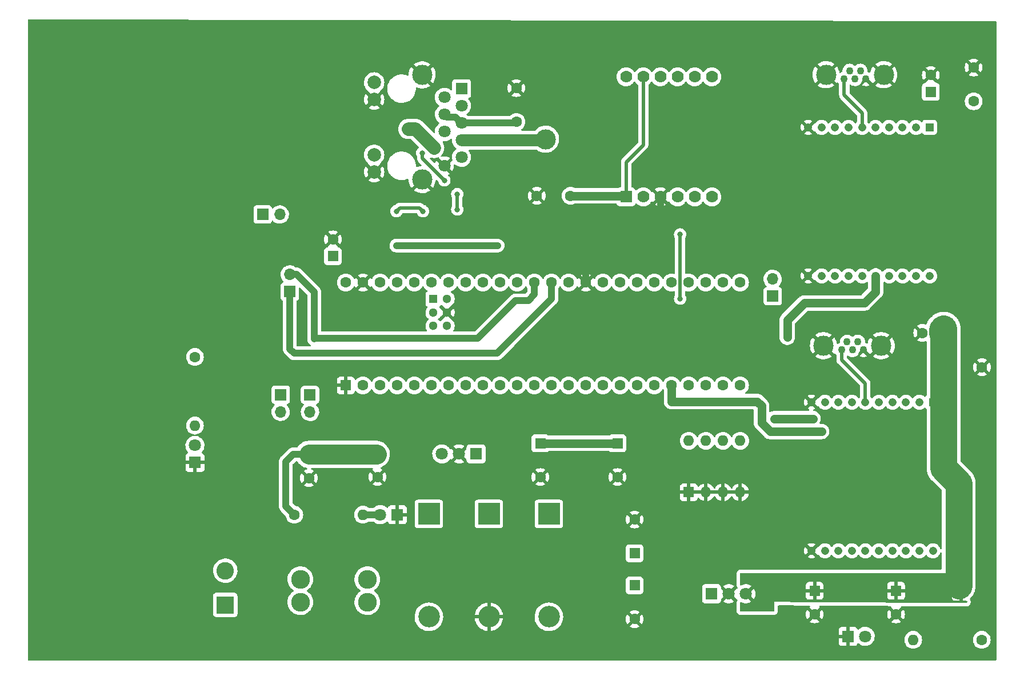
<source format=gbr>
%TF.GenerationSoftware,KiCad,Pcbnew,(6.0.10)*%
%TF.CreationDate,2023-01-17T16:51:49-07:00*%
%TF.ProjectId,MicroPanda,4d696372-6f50-4616-9e64-612e6b696361,rev?*%
%TF.SameCoordinates,Original*%
%TF.FileFunction,Copper,L1,Top*%
%TF.FilePolarity,Positive*%
%FSLAX46Y46*%
G04 Gerber Fmt 4.6, Leading zero omitted, Abs format (unit mm)*
G04 Created by KiCad (PCBNEW (6.0.10)) date 2023-01-17 16:51:49*
%MOMM*%
%LPD*%
G01*
G04 APERTURE LIST*
%TA.AperFunction,ComponentPad*%
%ADD10C,1.100000*%
%TD*%
%TA.AperFunction,ComponentPad*%
%ADD11C,3.000000*%
%TD*%
%TA.AperFunction,ComponentPad*%
%ADD12C,1.600000*%
%TD*%
%TA.AperFunction,ComponentPad*%
%ADD13O,1.600000X1.600000*%
%TD*%
%TA.AperFunction,ComponentPad*%
%ADD14R,1.800000X1.800000*%
%TD*%
%TA.AperFunction,ComponentPad*%
%ADD15C,1.800000*%
%TD*%
%TA.AperFunction,ComponentPad*%
%ADD16R,1.700000X1.700000*%
%TD*%
%TA.AperFunction,ComponentPad*%
%ADD17O,1.700000X1.700000*%
%TD*%
%TA.AperFunction,ComponentPad*%
%ADD18R,3.200000X3.200000*%
%TD*%
%TA.AperFunction,ComponentPad*%
%ADD19O,3.200000X3.200000*%
%TD*%
%TA.AperFunction,ComponentPad*%
%ADD20R,1.600000X1.600000*%
%TD*%
%TA.AperFunction,ComponentPad*%
%ADD21R,1.300000X1.300000*%
%TD*%
%TA.AperFunction,ComponentPad*%
%ADD22C,1.300000*%
%TD*%
%TA.AperFunction,ComponentPad*%
%ADD23R,1.778000X1.778000*%
%TD*%
%TA.AperFunction,ComponentPad*%
%ADD24C,1.778000*%
%TD*%
%TA.AperFunction,ComponentPad*%
%ADD25R,1.208000X1.208000*%
%TD*%
%TA.AperFunction,ComponentPad*%
%ADD26C,1.208000*%
%TD*%
%TA.AperFunction,ComponentPad*%
%ADD27C,2.000000*%
%TD*%
%TA.AperFunction,ComponentPad*%
%ADD28C,2.780000*%
%TD*%
%TA.AperFunction,ComponentPad*%
%ADD29R,2.600000X2.600000*%
%TD*%
%TA.AperFunction,ComponentPad*%
%ADD30C,2.600000*%
%TD*%
%TA.AperFunction,ViaPad*%
%ADD31C,0.800000*%
%TD*%
%TA.AperFunction,Conductor*%
%ADD32C,1.016000*%
%TD*%
%TA.AperFunction,Conductor*%
%ADD33C,4.000000*%
%TD*%
%TA.AperFunction,Conductor*%
%ADD34C,3.000000*%
%TD*%
%TA.AperFunction,Conductor*%
%ADD35C,1.270000*%
%TD*%
%TA.AperFunction,Conductor*%
%ADD36C,0.500000*%
%TD*%
%TA.AperFunction,Conductor*%
%ADD37C,0.508000*%
%TD*%
%TA.AperFunction,Conductor*%
%ADD38C,1.800000*%
%TD*%
%TA.AperFunction,Conductor*%
%ADD39C,2.000000*%
%TD*%
G04 APERTURE END LIST*
D10*
%TO.P,J3,1,VBUS*%
%TO.N,Net-(J3-Pad1)*%
X199459000Y-94961000D03*
%TO.P,J3,2,D-*%
%TO.N,Net-(J3-Pad2)*%
X200259000Y-93761000D03*
%TO.P,J3,3,D+*%
%TO.N,Net-(J3-Pad3)*%
X201059000Y-94961000D03*
%TO.P,J3,4,ID*%
%TO.N,unconnected-(J3-Pad4)*%
X201859000Y-93761000D03*
%TO.P,J3,5,GND*%
%TO.N,GND*%
X202659000Y-94961000D03*
D11*
%TO.P,J3,6,Shield*%
X196759000Y-94336000D03*
X205309000Y-94336000D03*
%TD*%
D10*
%TO.P,J2,1,VBUS*%
%TO.N,Net-(J2-Pad1)*%
X199839777Y-54820760D03*
%TO.P,J2,2,D-*%
%TO.N,Net-(J2-Pad2)*%
X200639777Y-53620760D03*
%TO.P,J2,3,D+*%
%TO.N,Net-(J2-Pad3)*%
X201439777Y-54820760D03*
%TO.P,J2,4,ID*%
%TO.N,unconnected-(J2-Pad4)*%
X202239777Y-53620760D03*
%TO.P,J2,5,GND*%
%TO.N,GND*%
X203039777Y-54820760D03*
D11*
%TO.P,J2,6,Shield*%
X205689777Y-54195760D03*
X197139777Y-54195760D03*
%TD*%
D12*
%TO.P,R3,1*%
%TO.N,+3.3V*%
X220218000Y-137922000D03*
D13*
%TO.P,R3,2*%
%TO.N,Net-(D6-Pad2)*%
X210058000Y-137922000D03*
%TD*%
D12*
%TO.P,R2,1*%
%TO.N,+5V*%
X118364000Y-119380000D03*
D13*
%TO.P,R2,2*%
%TO.N,Net-(D5-Pad2)*%
X128524000Y-119380000D03*
%TD*%
D12*
%TO.P,R1,1*%
%TO.N,+12V*%
X103632000Y-96012000D03*
D13*
%TO.P,R1,2*%
%TO.N,Net-(R1-Pad2)*%
X103632000Y-106172000D03*
%TD*%
D14*
%TO.P,D6,1,K*%
%TO.N,GND*%
X200406000Y-137414000D03*
D15*
%TO.P,D6,2,A*%
%TO.N,Net-(D6-Pad2)*%
X202946000Y-137414000D03*
%TD*%
%TO.P,D5,2,A*%
%TO.N,Net-(D5-Pad2)*%
X131089000Y-119380000D03*
D14*
%TO.P,D5,1,K*%
%TO.N,GND*%
X133629000Y-119380000D03*
%TD*%
%TO.P,D4,1,K*%
%TO.N,GND*%
X103632000Y-111662000D03*
D15*
%TO.P,D4,2,A*%
%TO.N,Net-(R1-Pad2)*%
X103632000Y-109122000D03*
%TD*%
D16*
%TO.P,J11,1,Pin_1*%
%TO.N,+5V*%
X116332000Y-101600000D03*
D17*
%TO.P,J11,2,Pin_2*%
X116332000Y-104140000D03*
%TD*%
D18*
%TO.P,D2,1,K*%
%TO.N,Net-(C1-Pad1)*%
X156073463Y-119272074D03*
D19*
%TO.P,D2,2,A*%
%TO.N,Net-(D1-Pad2)*%
X156073463Y-134512074D03*
%TD*%
D20*
%TO.P,SW1,1*%
%TO.N,GND*%
X176794000Y-116054574D03*
D13*
%TO.P,SW1,2*%
X179334000Y-116054574D03*
%TO.P,SW1,3*%
X181874000Y-116054574D03*
%TO.P,SW1,4*%
X184414000Y-116054574D03*
%TO.P,SW1,5*%
%TO.N,Net-(SW1-Pad5)*%
X184414000Y-108434574D03*
%TO.P,SW1,6*%
%TO.N,Net-(SW1-Pad6)*%
X181874000Y-108434574D03*
%TO.P,SW1,7*%
%TO.N,Net-(SW1-Pad7)*%
X179334000Y-108434574D03*
%TO.P,SW1,8*%
%TO.N,Net-(SW1-Pad8)*%
X176794000Y-108434574D03*
%TD*%
D20*
%TO.P,C2,1*%
%TO.N,Net-(C1-Pad1)*%
X168773463Y-125095329D03*
D12*
%TO.P,C2,2*%
%TO.N,GND*%
X168773463Y-120095329D03*
%TD*%
D20*
%TO.P,C7,1*%
%TO.N,+5V*%
X130673463Y-110291470D03*
D12*
%TO.P,C7,2*%
%TO.N,GND*%
X130673463Y-113791470D03*
%TD*%
D20*
%TO.P,C13,1*%
%TO.N,+3.3V*%
X213890900Y-92456000D03*
D12*
%TO.P,C13,2*%
%TO.N,GND*%
X211390900Y-92456000D03*
%TD*%
D20*
%TO.P,U3,1,GND*%
%TO.N,GND*%
X125984000Y-100222074D03*
D12*
%TO.P,U3,2,0_RX1_CRX2_CS1*%
%TO.N,unconnected-(U3-Pad2)*%
X128524000Y-100222074D03*
%TO.P,U3,3,1_TX1_CTX2_MISO1*%
%TO.N,unconnected-(U3-Pad3)*%
X131064000Y-100222074D03*
%TO.P,U3,4,2_OUT2*%
%TO.N,unconnected-(U3-Pad4)*%
X133604000Y-100222074D03*
%TO.P,U3,5,3_LRCLK2*%
%TO.N,unconnected-(U3-Pad5)*%
X136144000Y-100222074D03*
%TO.P,U3,6,4_BCLK2*%
%TO.N,unconnected-(U3-Pad6)*%
X138684000Y-100222074D03*
%TO.P,U3,7,5_IN2*%
%TO.N,unconnected-(U3-Pad7)*%
X141224000Y-100222074D03*
%TO.P,U3,8,6_OUT1D*%
%TO.N,unconnected-(U3-Pad8)*%
X143764000Y-100222074D03*
%TO.P,U3,9,7_RX2_OUT1A*%
%TO.N,Net-(U3-Pad9)*%
X146304000Y-100222074D03*
%TO.P,U3,10,8_TX2_IN1*%
%TO.N,unconnected-(U3-Pad10)*%
X148844000Y-100222074D03*
%TO.P,U3,11,9_OUT1C*%
%TO.N,unconnected-(U3-Pad11)*%
X151384000Y-100222074D03*
%TO.P,U3,12,10_CS_MQSR*%
%TO.N,unconnected-(U3-Pad12)*%
X153924000Y-100222074D03*
%TO.P,U3,13,11_MOSI_CTX1*%
%TO.N,unconnected-(U3-Pad13)*%
X156464000Y-100222074D03*
%TO.P,U3,14,12_MISO_MQSL*%
%TO.N,unconnected-(U3-Pad14)*%
X159004000Y-100222074D03*
%TO.P,U3,15,3V3*%
%TO.N,unconnected-(U3-Pad15)*%
X161544000Y-100222074D03*
%TO.P,U3,16,24_A10_TX6_SCL2*%
%TO.N,unconnected-(U3-Pad16)*%
X164084000Y-100222074D03*
%TO.P,U3,17,25_A11_RX6_SDA2*%
%TO.N,unconnected-(U3-Pad17)*%
X166624000Y-100222074D03*
%TO.P,U3,18,26_A12_MOSI1*%
%TO.N,unconnected-(U3-Pad18)*%
X169164000Y-100222074D03*
%TO.P,U3,19,27_A13_SCK1*%
%TO.N,Net-(SW1-Pad8)*%
X171704000Y-100222074D03*
%TO.P,U3,20,28_RX7*%
%TO.N,Net-(U3-Pad20)*%
X174244000Y-100222074D03*
%TO.P,U3,21,29_TX7*%
%TO.N,Net-(U3-Pad21)*%
X176784000Y-100222074D03*
%TO.P,U3,22,30_CRX3*%
%TO.N,Net-(SW1-Pad7)*%
X179324000Y-100222074D03*
%TO.P,U3,23,31_CTX3*%
%TO.N,Net-(SW1-Pad6)*%
X181864000Y-100222074D03*
%TO.P,U3,24,32_OUT1B*%
%TO.N,Net-(SW1-Pad5)*%
X184404000Y-100222074D03*
%TO.P,U3,25,33_MCLK2*%
%TO.N,unconnected-(U3-Pad25)*%
X184404000Y-84982074D03*
%TO.P,U3,26,34_RX8*%
%TO.N,unconnected-(U3-Pad26)*%
X181864000Y-84982074D03*
%TO.P,U3,27,35_TX8*%
%TO.N,unconnected-(U3-Pad27)*%
X179324000Y-84982074D03*
%TO.P,U3,28,36_CS*%
%TO.N,unconnected-(U3-Pad28)*%
X176784000Y-84982074D03*
%TO.P,U3,29,37_CS*%
%TO.N,unconnected-(U3-Pad29)*%
X174244000Y-84982074D03*
%TO.P,U3,30,38_CS1_IN1*%
%TO.N,unconnected-(U3-Pad30)*%
X171704000Y-84982074D03*
%TO.P,U3,31,39_MISO1_OUT1A*%
%TO.N,unconnected-(U3-Pad31)*%
X169164000Y-84982074D03*
%TO.P,U3,32,40_A16*%
%TO.N,unconnected-(U3-Pad32)*%
X166624000Y-84982074D03*
%TO.P,U3,33,41_A17*%
%TO.N,unconnected-(U3-Pad33)*%
X164084000Y-84982074D03*
%TO.P,U3,34,GND*%
%TO.N,GND*%
X161544000Y-84982074D03*
%TO.P,U3,35,13_SCK_LED*%
%TO.N,unconnected-(U3-Pad35)*%
X159004000Y-84982074D03*
%TO.P,U3,36,14_A0_TX3_SPDIF_OUT*%
%TO.N,Net-(J7-Pad1)*%
X156464000Y-84982074D03*
%TO.P,U3,37,15_A1_RX3_SPDIF_IN*%
%TO.N,Net-(J7-Pad2)*%
X153924000Y-84982074D03*
%TO.P,U3,38,16_A2_RX4_SCL1*%
%TO.N,Net-(U3-Pad38)*%
X151384000Y-84982074D03*
%TO.P,U3,39,17_A3_TX4_SDA1*%
%TO.N,Net-(U3-Pad39)*%
X148844000Y-84982074D03*
%TO.P,U3,40,18_A4_SDA*%
%TO.N,unconnected-(U3-Pad40)*%
X146304000Y-84982074D03*
%TO.P,U3,41,19_A5_SCL*%
%TO.N,unconnected-(U3-Pad41)*%
X143764000Y-84982074D03*
%TO.P,U3,42,20_A6_TX5_LRCLK1*%
%TO.N,unconnected-(U3-Pad42)*%
X141224000Y-84982074D03*
%TO.P,U3,43,21_A7_RX5_BCLK1*%
%TO.N,unconnected-(U3-Pad43)*%
X138684000Y-84982074D03*
%TO.P,U3,44,22_A8_CTX1*%
%TO.N,unconnected-(U3-Pad44)*%
X136144000Y-84982074D03*
%TO.P,U3,45,23_A9_CRX1_MCLK1*%
%TO.N,unconnected-(U3-Pad45)*%
X133604000Y-84982074D03*
%TO.P,U3,46,3V3*%
%TO.N,Net-(C11-Pad1)*%
X131064000Y-84982074D03*
%TO.P,U3,47,GND*%
%TO.N,GND*%
X128524000Y-84982074D03*
%TO.P,U3,48,VIN*%
%TO.N,+5V*%
X125984000Y-84982074D03*
D21*
%TO.P,U3,60,R+*%
%TO.N,Net-(J1-Pad3)*%
X138954000Y-87420474D03*
D22*
%TO.P,U3,61,LED*%
%TO.N,Net-(J1-Pad13)*%
X138954000Y-89420474D03*
%TO.P,U3,62,T-*%
%TO.N,Net-(J1-Pad2)*%
X138954000Y-91420474D03*
%TO.P,U3,63,T+*%
%TO.N,Net-(J1-Pad1)*%
X140954000Y-91420474D03*
%TO.P,U3,64,GND*%
%TO.N,GND*%
X140954000Y-89420474D03*
%TO.P,U3,65,R-*%
%TO.N,Net-(J1-Pad6)*%
X140954000Y-87420474D03*
%TD*%
D14*
%TO.P,U1,1,IN*%
%TO.N,Net-(C1-Pad1)*%
X180183463Y-131098148D03*
D15*
%TO.P,U1,2,GND*%
%TO.N,GND*%
X182723463Y-131098148D03*
%TO.P,U1,3,OUT*%
%TO.N,+3.3V*%
X185263463Y-131098148D03*
%TD*%
D11*
%TO.P,J4,1,Pin_1*%
%TO.N,Earth*%
X155575000Y-63754000D03*
%TD*%
D16*
%TO.P,J7,1,Pin_1*%
%TO.N,Net-(J7-Pad1)*%
X117685000Y-86320000D03*
D17*
%TO.P,J7,2,Pin_2*%
%TO.N,Net-(J7-Pad2)*%
X117685000Y-83780000D03*
%TD*%
%TO.P,J6,2,Pin_2*%
%TO.N,Net-(J1-Pad9)*%
X116205000Y-74905000D03*
D16*
%TO.P,J6,1,Pin_1*%
%TO.N,+12V*%
X113665000Y-74905000D03*
%TD*%
D12*
%TO.P,C14,1*%
%TO.N,+3.3V*%
X215241500Y-97536000D03*
%TO.P,C14,2*%
%TO.N,GND*%
X220241500Y-97536000D03*
%TD*%
%TO.P,C11,1*%
%TO.N,Net-(C11-Pad1)*%
X159281500Y-72136000D03*
%TO.P,C11,2*%
%TO.N,GND*%
X154281500Y-72136000D03*
%TD*%
%TO.P,C15,1*%
%TO.N,+3.3V*%
X219011500Y-58126000D03*
%TO.P,C15,2*%
%TO.N,GND*%
X219011500Y-53126000D03*
%TD*%
D20*
%TO.P,C8,1*%
%TO.N,+5V*%
X120513463Y-110453215D03*
D12*
%TO.P,C8,2*%
%TO.N,GND*%
X120513463Y-113953215D03*
%TD*%
D14*
%TO.P,U2,1,IN*%
%TO.N,Net-(C5-Pad1)*%
X145283463Y-110382074D03*
D15*
%TO.P,U2,2,GND*%
%TO.N,GND*%
X142743463Y-110382074D03*
%TO.P,U2,3,OUT*%
%TO.N,+5V*%
X140203463Y-110382074D03*
%TD*%
D20*
%TO.P,C1,1*%
%TO.N,Net-(C1-Pad1)*%
X168773463Y-129861470D03*
D12*
%TO.P,C1,2*%
%TO.N,GND*%
X168773463Y-134861470D03*
%TD*%
D16*
%TO.P,J8,1,Pin_1*%
%TO.N,+3.3V*%
X217145000Y-130790000D03*
D17*
%TO.P,J8,2,Pin_2*%
X217145000Y-128250000D03*
%TD*%
D23*
%TO.P,U4,JP1_1,VIN*%
%TO.N,Net-(C11-Pad1)*%
X167503463Y-72282074D03*
D24*
%TO.P,U4,JP1_2,3VO*%
%TO.N,unconnected-(U4-PadJP1_2)*%
X170043463Y-72282074D03*
%TO.P,U4,JP1_3,GND*%
%TO.N,GND*%
X172583463Y-72282074D03*
%TO.P,U4,JP1_4,SCL*%
%TO.N,unconnected-(U4-PadJP1_4)*%
X175123463Y-72282074D03*
%TO.P,U4,JP1_5,SDA*%
%TO.N,Net-(U3-Pad9)*%
X177663463Y-72282074D03*
%TO.P,U4,JP1_6,~{INT}*%
%TO.N,unconnected-(U4-PadJP1_6)*%
X180203463Y-72282074D03*
%TO.P,U4,JP2_1,BT*%
%TO.N,unconnected-(U4-PadJP2_1)*%
X167503463Y-54502074D03*
%TO.P,U4,JP2_2,P0*%
%TO.N,Net-(C11-Pad1)*%
X170043463Y-54502074D03*
%TO.P,U4,JP2_3,P1*%
%TO.N,unconnected-(U4-PadJP2_3)*%
X172583463Y-54502074D03*
%TO.P,U4,JP2_4,~{RST}*%
%TO.N,unconnected-(U4-PadJP2_4)*%
X175123463Y-54502074D03*
%TO.P,U4,JP2_5,DI*%
%TO.N,unconnected-(U4-PadJP2_5)*%
X177663463Y-54502074D03*
%TO.P,U4,JP2_6,CS*%
%TO.N,unconnected-(U4-PadJP2_6)*%
X180203463Y-54502074D03*
%TD*%
D25*
%TO.P,U6,1,VCC*%
%TO.N,+3.3V*%
X212964903Y-102714600D03*
D26*
%TO.P,U6,2,TX1*%
%TO.N,Net-(U3-Pad20)*%
X210964903Y-102714600D03*
%TO.P,U6,3,RX1*%
%TO.N,Net-(U3-Pad21)*%
X208964903Y-102714600D03*
%TO.P,U6,4,NC4*%
%TO.N,unconnected-(U6-Pad4)*%
X206964903Y-102714600D03*
%TO.P,U6,5,RESET*%
%TO.N,unconnected-(U6-Pad5)*%
X204964903Y-102714600D03*
%TO.P,U6,6,V_USB*%
%TO.N,Net-(J3-Pad1)*%
X202964903Y-102714600D03*
%TO.P,U6,7,USB+*%
%TO.N,Net-(J3-Pad3)*%
X200964903Y-102714600D03*
%TO.P,U6,8,USB-*%
%TO.N,Net-(J3-Pad2)*%
X198964903Y-102714600D03*
%TO.P,U6,9,SCL*%
%TO.N,unconnected-(U6-Pad9)*%
X196964903Y-102714600D03*
%TO.P,U6,10,GND10*%
%TO.N,GND*%
X194964903Y-102714600D03*
%TO.P,U6,11,GND11*%
X194964903Y-124721900D03*
%TO.P,U6,12,TX2*%
%TO.N,Net-(U5-Pad16)*%
X196964903Y-124721900D03*
%TO.P,U6,13,TPS*%
%TO.N,unconnected-(U6-Pad13)*%
X198964903Y-124721900D03*
%TO.P,U6,14,V_BCKP*%
%TO.N,unconnected-(U6-Pad14)*%
X200964903Y-124721900D03*
%TO.P,U6,15,NC15*%
%TO.N,unconnected-(U6-Pad15)*%
X202964903Y-124721900D03*
%TO.P,U6,16,RX2*%
%TO.N,Net-(J10-Pad1)*%
X204964903Y-124721900D03*
%TO.P,U6,17,SDA*%
%TO.N,unconnected-(U6-Pad17)*%
X206964903Y-124721900D03*
%TO.P,U6,18,RTKFIX*%
%TO.N,unconnected-(U6-Pad18)*%
X208964903Y-124721900D03*
%TO.P,U6,19,EXTINT*%
%TO.N,unconnected-(U6-Pad19)*%
X210964903Y-124721900D03*
%TO.P,U6,20,NC20*%
%TO.N,unconnected-(U6-Pad20)*%
X212964903Y-124721900D03*
%TD*%
D18*
%TO.P,D3,1,K*%
%TO.N,Net-(D1-Pad2)*%
X147183463Y-119272074D03*
D19*
%TO.P,D3,2,A*%
%TO.N,GND*%
X147183463Y-134512074D03*
%TD*%
D18*
%TO.P,D1,1,K*%
%TO.N,Net-(C5-Pad1)*%
X138293463Y-119272074D03*
D19*
%TO.P,D1,2,A*%
%TO.N,Net-(D1-Pad2)*%
X138293463Y-134512074D03*
%TD*%
D20*
%TO.P,C6,1*%
%TO.N,Net-(C5-Pad1)*%
X154803463Y-108809121D03*
D12*
%TO.P,C6,2*%
%TO.N,GND*%
X154803463Y-113809121D03*
%TD*%
D14*
%TO.P,J1,1,TD+*%
%TO.N,Net-(J1-Pad1)*%
X143129000Y-56266000D03*
D15*
%TO.P,J1,2,TD-*%
%TO.N,Net-(J1-Pad2)*%
X140589000Y-57536000D03*
%TO.P,J1,3,RD+*%
%TO.N,Net-(J1-Pad3)*%
X143129000Y-58806000D03*
%TO.P,J1,4,CT*%
%TO.N,Net-(C17-Pad1)*%
X140589000Y-60076000D03*
%TO.P,J1,5,CT*%
X143129000Y-61346000D03*
%TO.P,J1,6,RD-*%
%TO.N,Net-(J1-Pad6)*%
X140589000Y-62616000D03*
%TO.P,J1,7,7*%
%TO.N,Earth*%
X143129000Y-63886000D03*
%TO.P,J1,9,V+*%
%TO.N,Net-(J1-Pad9)*%
X143129000Y-66426000D03*
%TO.P,J1,10,V-*%
%TO.N,GND*%
X140589000Y-67696000D03*
D27*
%TO.P,J1,11,LLED+*%
%TO.N,unconnected-(J1-Pad11)*%
X130179000Y-55346000D03*
%TO.P,J1,12,LLED-*%
%TO.N,GND*%
X130179000Y-57886000D03*
%TO.P,J1,13,RLED+*%
%TO.N,Net-(J1-Pad13)*%
X130179000Y-66066000D03*
%TO.P,J1,14,RLED-*%
%TO.N,GND*%
X130179000Y-68606000D03*
D11*
%TO.P,J1,15,SHIELD*%
X137289000Y-54226000D03*
X137289000Y-69726000D03*
%TD*%
D16*
%TO.P,J10,1,Pin_1*%
%TO.N,Net-(J10-Pad1)*%
X189230000Y-86995000D03*
D17*
%TO.P,J10,2,Pin_2*%
%TO.N,Net-(J10-Pad2)*%
X189230000Y-84455000D03*
%TD*%
D20*
%TO.P,C5,1*%
%TO.N,Net-(C5-Pad1)*%
X166233463Y-108809121D03*
D12*
%TO.P,C5,2*%
%TO.N,GND*%
X166233463Y-113809121D03*
%TD*%
D20*
%TO.P,C12,1*%
%TO.N,+3.3V*%
X212661500Y-56740758D03*
D12*
%TO.P,C12,2*%
%TO.N,GND*%
X212661500Y-54240758D03*
%TD*%
D20*
%TO.P,C3,1*%
%TO.N,+3.3V*%
X207508463Y-130660094D03*
D12*
%TO.P,C3,2*%
%TO.N,GND*%
X207508463Y-134160094D03*
%TD*%
D25*
%TO.P,U5,1,VCC*%
%TO.N,+3.3V*%
X212475977Y-61999360D03*
D26*
%TO.P,U5,2,TX1*%
%TO.N,Net-(U3-Pad38)*%
X210475977Y-61999360D03*
%TO.P,U5,3,RX1*%
%TO.N,Net-(U3-Pad39)*%
X208475977Y-61999360D03*
%TO.P,U5,4,NC4*%
%TO.N,unconnected-(U5-Pad4)*%
X206475977Y-61999360D03*
%TO.P,U5,5,RESET*%
%TO.N,unconnected-(U5-Pad5)*%
X204475977Y-61999360D03*
%TO.P,U5,6,V_USB*%
%TO.N,Net-(J2-Pad1)*%
X202475977Y-61999360D03*
%TO.P,U5,7,USB+*%
%TO.N,Net-(J2-Pad3)*%
X200475977Y-61999360D03*
%TO.P,U5,8,USB-*%
%TO.N,Net-(J2-Pad2)*%
X198475977Y-61999360D03*
%TO.P,U5,9,SCL*%
%TO.N,unconnected-(U5-Pad9)*%
X196475977Y-61999360D03*
%TO.P,U5,10,GND10*%
%TO.N,GND*%
X194475977Y-61999360D03*
%TO.P,U5,11,GND11*%
X194475977Y-84006660D03*
%TO.P,U5,12,TX2*%
%TO.N,Net-(J10-Pad2)*%
X196475977Y-84006660D03*
%TO.P,U5,13,TPS*%
%TO.N,unconnected-(U5-Pad13)*%
X198475977Y-84006660D03*
%TO.P,U5,14,V_BCKP*%
%TO.N,unconnected-(U5-Pad14)*%
X200475977Y-84006660D03*
%TO.P,U5,15,NC15*%
%TO.N,unconnected-(U5-Pad15)*%
X202475977Y-84006660D03*
%TO.P,U5,16,RX2*%
%TO.N,Net-(U5-Pad16)*%
X204475977Y-84006660D03*
%TO.P,U5,17,SDA*%
%TO.N,unconnected-(U5-Pad17)*%
X206475977Y-84006660D03*
%TO.P,U5,18,RTKFIX*%
%TO.N,unconnected-(U5-Pad18)*%
X208475977Y-84006660D03*
%TO.P,U5,19,EXTINT*%
%TO.N,unconnected-(U5-Pad19)*%
X210475977Y-84006660D03*
%TO.P,U5,20,NC20*%
%TO.N,unconnected-(U5-Pad20)*%
X212475977Y-84006660D03*
%TD*%
D16*
%TO.P,J9,1,Pin_1*%
%TO.N,+5V*%
X120675000Y-101620000D03*
D17*
%TO.P,J9,2,Pin_2*%
X120675000Y-104160000D03*
%TD*%
D20*
%TO.P,C4,1*%
%TO.N,+3.3V*%
X195443463Y-130660195D03*
D12*
%TO.P,C4,2*%
%TO.N,GND*%
X195443463Y-134160195D03*
%TD*%
%TO.P,C17,1*%
%TO.N,Net-(C17-Pad1)*%
X151257000Y-61174000D03*
%TO.P,C17,2*%
%TO.N,GND*%
X151257000Y-56174000D03*
%TD*%
D28*
%TO.P,F1,1*%
%TO.N,+12V*%
X119243463Y-132343148D03*
X119243463Y-128943148D03*
%TO.P,F1,2*%
%TO.N,Net-(D1-Pad2)*%
X129163463Y-128943148D03*
X129163463Y-132343148D03*
%TD*%
D29*
%TO.P,J5,1,Pin_1*%
%TO.N,+12V*%
X108118463Y-132753148D03*
D30*
%TO.P,J5,2,Pin_2*%
X108118463Y-127673148D03*
%TO.P,J5,3,Pin_3*%
%TO.N,GND*%
X108118463Y-122593148D03*
%TO.P,J5,4,Pin_4*%
X108118463Y-117513148D03*
%TD*%
D20*
%TO.P,C10,1*%
%TO.N,+5V*%
X124079000Y-81084454D03*
D12*
%TO.P,C10,2*%
%TO.N,GND*%
X124079000Y-78584454D03*
%TD*%
D31*
%TO.N,GND*%
X191008000Y-137922000D03*
X163131500Y-138176000D03*
X119380000Y-92710000D03*
X187896500Y-50546000D03*
X145351500Y-138811000D03*
X98361500Y-135636000D03*
X184086500Y-93091000D03*
X115506500Y-56261000D03*
X197421500Y-67691000D03*
X158051500Y-53086000D03*
X105981500Y-110236000D03*
X132334000Y-107188000D03*
X105981500Y-75946000D03*
X204406500Y-117221000D03*
X219646500Y-85471000D03*
X177736500Y-138176000D03*
X189166500Y-115951000D03*
X219011500Y-109601000D03*
X124396500Y-138811000D03*
X188531500Y-71501000D03*
X154241500Y-103886000D03*
X125222000Y-122682000D03*
X166306500Y-89916000D03*
%TO.N,Net-(J1-Pad6)*%
X142494000Y-74168000D03*
X142494000Y-71882000D03*
%TO.N,Net-(C11-Pad1)*%
X133477000Y-79502000D03*
X148463000Y-79502000D03*
%TO.N,Net-(J1-Pad2)*%
X137287000Y-65786000D03*
X140589000Y-69850000D03*
%TO.N,Net-(U3-Pad9)*%
X175514000Y-87376000D03*
X175514000Y-77851000D03*
%TO.N,Net-(U3-Pad20)*%
X196469000Y-107061000D03*
%TO.N,Net-(U5-Pad16)*%
X191389000Y-93091000D03*
%TO.N,Net-(J1-Pad13)*%
X133477000Y-74422000D03*
X137414000Y-74422000D03*
%TO.N,Net-(U3-Pad21)*%
X195199000Y-105156000D03*
X189484000Y-105156000D03*
%TO.N,Net-(J1-Pad9)*%
X139065000Y-65024000D03*
X135255000Y-62230000D03*
%TD*%
D32*
%TO.N,Net-(D5-Pad2)*%
X128524000Y-119380000D02*
X131089000Y-119380000D01*
%TO.N,+5V*%
X118146785Y-110453215D02*
X120513463Y-110453215D01*
X117094000Y-118110000D02*
X117094000Y-111506000D01*
X117094000Y-111506000D02*
X118146785Y-110453215D01*
X118364000Y-119380000D02*
X117094000Y-118110000D01*
%TO.N,GND*%
X172583463Y-78114537D02*
X172583463Y-72282074D01*
X171196000Y-79502000D02*
X172583463Y-78114537D01*
X165100000Y-79502000D02*
X171196000Y-79502000D01*
X161544000Y-84982074D02*
X161544000Y-83058000D01*
X161544000Y-83058000D02*
X165100000Y-79502000D01*
D33*
%TO.N,+3.3V*%
X216789000Y-114721000D02*
X214566500Y-112498500D01*
X214390900Y-91956000D02*
X214390900Y-92456000D01*
X216789000Y-129921000D02*
X216789000Y-114721000D01*
X214566500Y-91821000D02*
X214525900Y-91821000D01*
X214525900Y-91821000D02*
X214390900Y-91956000D01*
X214566500Y-112498500D02*
X214566500Y-91821000D01*
D34*
%TO.N,+5V*%
X120513463Y-110453215D02*
X130511718Y-110453215D01*
D35*
%TO.N,Net-(C5-Pad1)*%
X166233463Y-108809121D02*
X154803463Y-108809121D01*
D36*
%TO.N,Net-(J1-Pad6)*%
X142494000Y-71882000D02*
X142494000Y-74168000D01*
D35*
%TO.N,Net-(C11-Pad1)*%
X159281500Y-72136000D02*
X167357389Y-72136000D01*
D37*
X167503463Y-67129037D02*
X167503463Y-72282074D01*
X170043463Y-54502074D02*
X170043463Y-64589037D01*
X170043463Y-64589037D02*
X167503463Y-67129037D01*
D35*
X167357389Y-72136000D02*
X167503463Y-72282074D01*
D32*
X133477000Y-79502000D02*
X148463000Y-79502000D01*
%TO.N,Net-(C17-Pad1)*%
X142235000Y-60452000D02*
X143129000Y-61346000D01*
X143129000Y-61346000D02*
X151085000Y-61346000D01*
X140589000Y-60076000D02*
X140965000Y-60452000D01*
X151085000Y-61346000D02*
X151257000Y-61174000D01*
X140965000Y-60452000D02*
X142235000Y-60452000D01*
D37*
%TO.N,Net-(J2-Pad1)*%
X202475977Y-59854977D02*
X202475977Y-61999360D01*
X199839777Y-57218777D02*
X202475977Y-59854977D01*
X199839777Y-54820760D02*
X199839777Y-57218777D01*
%TO.N,Net-(J3-Pad1)*%
X199459000Y-94961000D02*
X199459000Y-96462000D01*
X202964903Y-99967903D02*
X202964903Y-102714600D01*
X199459000Y-96462000D02*
X202964903Y-99967903D01*
D36*
%TO.N,Net-(J1-Pad2)*%
X140589000Y-69850000D02*
X137287000Y-66548000D01*
X137287000Y-66548000D02*
X137287000Y-65786000D01*
D37*
%TO.N,Net-(U3-Pad9)*%
X175514000Y-77851000D02*
X175514000Y-87376000D01*
D35*
%TO.N,Net-(U3-Pad20)*%
X187579000Y-103251000D02*
X187579000Y-105791000D01*
X174244000Y-100222074D02*
X174244000Y-102616000D01*
X186944000Y-102616000D02*
X187579000Y-103251000D01*
X174244000Y-102616000D02*
X186944000Y-102616000D01*
X188849000Y-107061000D02*
X196469000Y-107061000D01*
X187579000Y-105791000D02*
X188849000Y-107061000D01*
%TO.N,Net-(U5-Pad16)*%
X191389000Y-93091000D02*
X191389000Y-90551000D01*
X204475977Y-86354023D02*
X204475977Y-84006660D01*
X193929000Y-88011000D02*
X202819000Y-88011000D01*
X191389000Y-90551000D02*
X193929000Y-88011000D01*
X202819000Y-88011000D02*
X204475977Y-86354023D01*
D36*
%TO.N,Net-(J1-Pad13)*%
X133985000Y-73914000D02*
X136906000Y-73914000D01*
X136906000Y-73914000D02*
X137414000Y-74422000D01*
X133477000Y-74422000D02*
X133985000Y-73914000D01*
D35*
%TO.N,Net-(U3-Pad21)*%
X195199000Y-105156000D02*
X189484000Y-105156000D01*
D38*
%TO.N,Earth*%
X143129000Y-63886000D02*
X155932389Y-63886000D01*
D39*
%TO.N,Net-(J1-Pad9)*%
X136271000Y-62230000D02*
X139065000Y-65024000D01*
X135255000Y-62230000D02*
X136271000Y-62230000D01*
D32*
%TO.N,Net-(J7-Pad1)*%
X118329000Y-95469000D02*
X117685000Y-94825000D01*
X156464000Y-87376000D02*
X148371000Y-95469000D01*
X148371000Y-95469000D02*
X118329000Y-95469000D01*
X117685000Y-94825000D02*
X117685000Y-86320000D01*
X156464000Y-84982074D02*
X156464000Y-87376000D01*
%TO.N,Net-(J7-Pad2)*%
X153035000Y-87630000D02*
X153924000Y-86741000D01*
X121285000Y-93345000D02*
X121377000Y-93253000D01*
X121285000Y-86360000D02*
X121285000Y-93345000D01*
X145507000Y-93253000D02*
X151130000Y-87630000D01*
X153924000Y-86741000D02*
X153924000Y-84982074D01*
X121377000Y-93253000D02*
X145507000Y-93253000D01*
X118705000Y-83780000D02*
X121285000Y-86360000D01*
X117685000Y-83780000D02*
X118705000Y-83780000D01*
X151130000Y-87630000D02*
X153035000Y-87630000D01*
%TD*%
%TA.AperFunction,Conductor*%
%TO.N,+3.3V*%
G36*
X217341121Y-128016002D02*
G01*
X217387614Y-128069658D01*
X217399000Y-128122000D01*
X217399000Y-132129884D01*
X217403475Y-132145123D01*
X217404865Y-132146328D01*
X217412548Y-132147999D01*
X217933000Y-132147999D01*
X218001121Y-132168001D01*
X218047614Y-132221657D01*
X218059000Y-132273999D01*
X218059000Y-132334345D01*
X218038998Y-132402466D01*
X217985342Y-132448959D01*
X217932347Y-132460343D01*
X194248943Y-132337551D01*
X189484000Y-132312846D01*
X189484000Y-133605000D01*
X189463998Y-133673121D01*
X189410342Y-133719614D01*
X189358000Y-133731000D01*
X184530000Y-133731000D01*
X184461879Y-133710998D01*
X184415386Y-133657342D01*
X184404000Y-133605000D01*
X184404000Y-132446339D01*
X184424002Y-132378218D01*
X184477658Y-132331725D01*
X184547932Y-132321621D01*
X184593571Y-132337551D01*
X184648545Y-132369676D01*
X184657827Y-132374123D01*
X184864466Y-132453031D01*
X184874364Y-132455907D01*
X185091116Y-132500005D01*
X185101346Y-132501224D01*
X185322377Y-132509330D01*
X185332686Y-132508862D01*
X185552086Y-132480756D01*
X185562151Y-132478616D01*
X185774020Y-132415053D01*
X185783615Y-132411292D01*
X185982241Y-132313986D01*
X185991099Y-132308707D01*
X186048560Y-132267720D01*
X186056960Y-132257022D01*
X186049972Y-132243868D01*
X184993348Y-131187243D01*
X184959322Y-131124931D01*
X184961157Y-131099280D01*
X185627871Y-131099280D01*
X185628002Y-131101114D01*
X185632253Y-131107728D01*
X186409770Y-131885244D01*
X186421776Y-131891800D01*
X186433515Y-131882832D01*
X186471473Y-131830007D01*
X186476784Y-131821168D01*
X186574781Y-131622885D01*
X186578580Y-131613290D01*
X186611523Y-131504864D01*
X194135464Y-131504864D01*
X194135834Y-131511685D01*
X194141358Y-131562547D01*
X194144984Y-131577799D01*
X194190139Y-131698249D01*
X194198677Y-131713844D01*
X194275178Y-131815919D01*
X194287739Y-131828480D01*
X194389814Y-131904981D01*
X194405409Y-131913519D01*
X194525857Y-131958673D01*
X194541112Y-131962300D01*
X194591977Y-131967826D01*
X194598791Y-131968195D01*
X195171348Y-131968195D01*
X195186587Y-131963720D01*
X195187792Y-131962330D01*
X195189463Y-131954647D01*
X195189463Y-131950079D01*
X195697463Y-131950079D01*
X195701938Y-131965318D01*
X195703328Y-131966523D01*
X195711011Y-131968194D01*
X196288132Y-131968194D01*
X196294953Y-131967824D01*
X196345815Y-131962300D01*
X196361067Y-131958674D01*
X196481517Y-131913519D01*
X196497112Y-131904981D01*
X196599187Y-131828480D01*
X196611748Y-131815919D01*
X196688249Y-131713844D01*
X196696787Y-131698249D01*
X196741941Y-131577801D01*
X196745568Y-131562546D01*
X196751094Y-131511681D01*
X196751463Y-131504867D01*
X196751463Y-131504763D01*
X206200464Y-131504763D01*
X206200834Y-131511584D01*
X206206358Y-131562446D01*
X206209984Y-131577698D01*
X206255139Y-131698148D01*
X206263677Y-131713743D01*
X206340178Y-131815818D01*
X206352739Y-131828379D01*
X206454814Y-131904880D01*
X206470409Y-131913418D01*
X206590857Y-131958572D01*
X206606112Y-131962199D01*
X206656977Y-131967725D01*
X206663791Y-131968094D01*
X207236348Y-131968094D01*
X207251587Y-131963619D01*
X207252792Y-131962229D01*
X207254463Y-131954546D01*
X207254463Y-131949978D01*
X207762463Y-131949978D01*
X207766938Y-131965217D01*
X207768328Y-131966422D01*
X207776011Y-131968093D01*
X208353132Y-131968093D01*
X208359953Y-131967723D01*
X208410815Y-131962199D01*
X208426067Y-131958573D01*
X208546517Y-131913418D01*
X208562112Y-131904880D01*
X208664187Y-131828379D01*
X208676748Y-131815818D01*
X208753249Y-131713743D01*
X208761787Y-131698148D01*
X208766840Y-131684669D01*
X215787001Y-131684669D01*
X215787371Y-131691490D01*
X215792895Y-131742352D01*
X215796521Y-131757604D01*
X215841676Y-131878054D01*
X215850214Y-131893649D01*
X215926715Y-131995724D01*
X215939276Y-132008285D01*
X216041351Y-132084786D01*
X216056946Y-132093324D01*
X216177394Y-132138478D01*
X216192649Y-132142105D01*
X216243514Y-132147631D01*
X216250328Y-132148000D01*
X216872885Y-132148000D01*
X216888124Y-132143525D01*
X216889329Y-132142135D01*
X216891000Y-132134452D01*
X216891000Y-131062115D01*
X216886525Y-131046876D01*
X216885135Y-131045671D01*
X216877452Y-131044000D01*
X215805116Y-131044000D01*
X215789877Y-131048475D01*
X215788672Y-131049865D01*
X215787001Y-131057548D01*
X215787001Y-131684669D01*
X208766840Y-131684669D01*
X208806941Y-131577700D01*
X208810568Y-131562445D01*
X208816094Y-131511580D01*
X208816463Y-131504766D01*
X208816463Y-130932209D01*
X208811988Y-130916970D01*
X208810598Y-130915765D01*
X208802915Y-130914094D01*
X207780578Y-130914094D01*
X207765339Y-130918569D01*
X207764134Y-130919959D01*
X207762463Y-130927642D01*
X207762463Y-131949978D01*
X207254463Y-131949978D01*
X207254463Y-130932209D01*
X207249988Y-130916970D01*
X207248598Y-130915765D01*
X207240915Y-130914094D01*
X206218579Y-130914094D01*
X206203340Y-130918569D01*
X206202135Y-130919959D01*
X206200464Y-130927642D01*
X206200464Y-131504763D01*
X196751463Y-131504763D01*
X196751463Y-130932310D01*
X196746988Y-130917071D01*
X196745598Y-130915866D01*
X196737915Y-130914195D01*
X195715578Y-130914195D01*
X195700339Y-130918670D01*
X195699134Y-130920060D01*
X195697463Y-130927743D01*
X195697463Y-131950079D01*
X195189463Y-131950079D01*
X195189463Y-130932310D01*
X195184988Y-130917071D01*
X195183598Y-130915866D01*
X195175915Y-130914195D01*
X194153579Y-130914195D01*
X194138340Y-130918670D01*
X194137135Y-130920060D01*
X194135464Y-130927743D01*
X194135464Y-131504864D01*
X186611523Y-131504864D01*
X186642878Y-131401665D01*
X186645057Y-131391584D01*
X186674165Y-131170486D01*
X186674684Y-131163811D01*
X186676207Y-131101512D01*
X186676013Y-131094794D01*
X186657742Y-130872548D01*
X186656059Y-130862386D01*
X186602173Y-130647856D01*
X186598852Y-130638101D01*
X186546580Y-130517885D01*
X215787000Y-130517885D01*
X215791475Y-130533124D01*
X215792865Y-130534329D01*
X215800548Y-130536000D01*
X216872885Y-130536000D01*
X216888124Y-130531525D01*
X216889329Y-130530135D01*
X216891000Y-130522452D01*
X216891000Y-128522115D01*
X216886525Y-128506876D01*
X216885135Y-128505671D01*
X216877452Y-128504000D01*
X215828225Y-128504000D01*
X215814694Y-128507973D01*
X215813257Y-128517966D01*
X215843565Y-128652446D01*
X215846645Y-128662275D01*
X215926770Y-128859603D01*
X215931413Y-128868794D01*
X216042694Y-129050388D01*
X216048777Y-129058699D01*
X216188213Y-129219667D01*
X216195578Y-129226881D01*
X216200966Y-129231354D01*
X216240599Y-129290258D01*
X216242095Y-129361239D01*
X216204978Y-129421761D01*
X216164707Y-129446278D01*
X216056948Y-129486675D01*
X216041351Y-129495214D01*
X215939276Y-129571715D01*
X215926715Y-129584276D01*
X215850214Y-129686351D01*
X215841676Y-129701946D01*
X215796522Y-129822394D01*
X215792895Y-129837649D01*
X215787369Y-129888514D01*
X215787000Y-129895328D01*
X215787000Y-130517885D01*
X186546580Y-130517885D01*
X186510656Y-130435266D01*
X186505778Y-130426168D01*
X186481138Y-130388080D01*
X194135463Y-130388080D01*
X194139938Y-130403319D01*
X194141328Y-130404524D01*
X194149011Y-130406195D01*
X195171348Y-130406195D01*
X195186587Y-130401720D01*
X195187792Y-130400330D01*
X195189463Y-130392647D01*
X195189463Y-130388080D01*
X195697463Y-130388080D01*
X195701938Y-130403319D01*
X195703328Y-130404524D01*
X195711011Y-130406195D01*
X196733347Y-130406195D01*
X196748586Y-130401720D01*
X196749791Y-130400330D01*
X196751462Y-130392647D01*
X196751462Y-130387979D01*
X206200463Y-130387979D01*
X206204938Y-130403218D01*
X206206328Y-130404423D01*
X206214011Y-130406094D01*
X207236348Y-130406094D01*
X207251587Y-130401619D01*
X207252792Y-130400229D01*
X207254463Y-130392546D01*
X207254463Y-130387979D01*
X207762463Y-130387979D01*
X207766938Y-130403218D01*
X207768328Y-130404423D01*
X207776011Y-130406094D01*
X208798347Y-130406094D01*
X208813586Y-130401619D01*
X208814791Y-130400229D01*
X208816462Y-130392546D01*
X208816462Y-129815425D01*
X208816092Y-129808604D01*
X208810568Y-129757742D01*
X208806942Y-129742490D01*
X208761787Y-129622040D01*
X208753249Y-129606445D01*
X208676748Y-129504370D01*
X208664187Y-129491809D01*
X208562112Y-129415308D01*
X208546517Y-129406770D01*
X208426069Y-129361616D01*
X208410814Y-129357989D01*
X208359949Y-129352463D01*
X208353135Y-129352094D01*
X207780578Y-129352094D01*
X207765339Y-129356569D01*
X207764134Y-129357959D01*
X207762463Y-129365642D01*
X207762463Y-130387979D01*
X207254463Y-130387979D01*
X207254463Y-129370210D01*
X207249988Y-129354971D01*
X207248598Y-129353766D01*
X207240915Y-129352095D01*
X206663794Y-129352095D01*
X206656973Y-129352465D01*
X206606111Y-129357989D01*
X206590859Y-129361615D01*
X206470409Y-129406770D01*
X206454814Y-129415308D01*
X206352739Y-129491809D01*
X206340178Y-129504370D01*
X206263677Y-129606445D01*
X206255139Y-129622040D01*
X206209985Y-129742488D01*
X206206358Y-129757743D01*
X206200832Y-129808608D01*
X206200463Y-129815422D01*
X206200463Y-130387979D01*
X196751462Y-130387979D01*
X196751462Y-129815526D01*
X196751092Y-129808705D01*
X196745568Y-129757843D01*
X196741942Y-129742591D01*
X196696787Y-129622141D01*
X196688249Y-129606546D01*
X196611748Y-129504471D01*
X196599187Y-129491910D01*
X196497112Y-129415409D01*
X196481517Y-129406871D01*
X196361069Y-129361717D01*
X196345814Y-129358090D01*
X196294949Y-129352564D01*
X196288135Y-129352195D01*
X195715578Y-129352195D01*
X195700339Y-129356670D01*
X195699134Y-129358060D01*
X195697463Y-129365743D01*
X195697463Y-130388080D01*
X195189463Y-130388080D01*
X195189463Y-129370311D01*
X195184988Y-129355072D01*
X195183598Y-129353867D01*
X195175915Y-129352196D01*
X194598794Y-129352196D01*
X194591973Y-129352566D01*
X194541111Y-129358090D01*
X194525859Y-129361716D01*
X194405409Y-129406871D01*
X194389814Y-129415409D01*
X194287739Y-129491910D01*
X194275178Y-129504471D01*
X194198677Y-129606546D01*
X194190139Y-129622141D01*
X194144985Y-129742589D01*
X194141358Y-129757844D01*
X194135832Y-129808709D01*
X194135463Y-129815523D01*
X194135463Y-130388080D01*
X186481138Y-130388080D01*
X186432687Y-130313186D01*
X186422001Y-130303983D01*
X186412436Y-130308386D01*
X185635484Y-131085337D01*
X185627871Y-131099280D01*
X184961157Y-131099280D01*
X184964387Y-131054115D01*
X184993348Y-131009053D01*
X185263463Y-130738938D01*
X186052453Y-129949947D01*
X186059473Y-129937091D01*
X186051699Y-129926421D01*
X186049365Y-129924578D01*
X186040783Y-129918877D01*
X185847141Y-129811981D01*
X185837735Y-129807754D01*
X185629235Y-129733920D01*
X185619272Y-129731288D01*
X185401510Y-129692498D01*
X185391259Y-129691529D01*
X185170079Y-129688827D01*
X185159795Y-129689547D01*
X184941156Y-129723003D01*
X184931129Y-129725392D01*
X184720889Y-129794109D01*
X184711380Y-129798106D01*
X184588180Y-129862240D01*
X184518521Y-129875953D01*
X184452506Y-129849828D01*
X184411094Y-129792160D01*
X184404000Y-129750477D01*
X184404000Y-128142000D01*
X184424002Y-128073879D01*
X184477658Y-128027386D01*
X184530000Y-128016000D01*
X217341114Y-128016000D01*
X217341121Y-128016002D01*
G37*
%TD.AperFunction*%
%TD*%
%TA.AperFunction,Conductor*%
%TO.N,GND*%
G36*
X222253459Y-46233401D02*
G01*
X222321543Y-46253524D01*
X222367941Y-46307262D01*
X222379235Y-46359404D01*
X222378052Y-96417202D01*
X222377042Y-139214119D01*
X222377003Y-140844003D01*
X222356999Y-140912123D01*
X222303343Y-140958615D01*
X222251003Y-140970000D01*
X78993003Y-140970000D01*
X78924882Y-140949998D01*
X78878389Y-140896342D01*
X78867003Y-140843997D01*
X78867061Y-138358669D01*
X198998001Y-138358669D01*
X198998371Y-138365490D01*
X199003895Y-138416352D01*
X199007521Y-138431604D01*
X199052676Y-138552054D01*
X199061214Y-138567649D01*
X199137715Y-138669724D01*
X199150276Y-138682285D01*
X199252351Y-138758786D01*
X199267946Y-138767324D01*
X199388394Y-138812478D01*
X199403649Y-138816105D01*
X199454514Y-138821631D01*
X199461328Y-138822000D01*
X200133885Y-138822000D01*
X200149124Y-138817525D01*
X200150329Y-138816135D01*
X200152000Y-138808452D01*
X200152000Y-138803884D01*
X200660000Y-138803884D01*
X200664475Y-138819123D01*
X200665865Y-138820328D01*
X200673548Y-138821999D01*
X201350669Y-138821999D01*
X201357490Y-138821629D01*
X201408352Y-138816105D01*
X201423604Y-138812479D01*
X201544054Y-138767324D01*
X201559649Y-138758786D01*
X201661724Y-138682285D01*
X201674285Y-138669724D01*
X201750786Y-138567649D01*
X201759324Y-138552054D01*
X201780773Y-138494840D01*
X201823415Y-138438075D01*
X201889977Y-138413376D01*
X201959325Y-138428584D01*
X201979240Y-138442126D01*
X202135349Y-138571730D01*
X202335322Y-138688584D01*
X202551694Y-138771209D01*
X202556760Y-138772240D01*
X202556761Y-138772240D01*
X202609846Y-138783040D01*
X202778656Y-138817385D01*
X202909324Y-138822176D01*
X203004949Y-138825683D01*
X203004953Y-138825683D01*
X203010113Y-138825872D01*
X203015233Y-138825216D01*
X203015235Y-138825216D01*
X203114668Y-138812478D01*
X203239847Y-138796442D01*
X203244795Y-138794957D01*
X203244802Y-138794956D01*
X203456747Y-138731369D01*
X203461690Y-138729886D01*
X203542236Y-138690427D01*
X203665049Y-138630262D01*
X203665052Y-138630260D01*
X203669684Y-138627991D01*
X203858243Y-138493494D01*
X204022303Y-138330005D01*
X204157458Y-138141917D01*
X204260078Y-137934280D01*
X204263809Y-137922000D01*
X208744502Y-137922000D01*
X208764457Y-138150087D01*
X208765881Y-138155400D01*
X208765881Y-138155402D01*
X208811542Y-138325808D01*
X208823716Y-138371243D01*
X208826039Y-138376224D01*
X208826039Y-138376225D01*
X208918151Y-138573762D01*
X208918154Y-138573767D01*
X208920477Y-138578749D01*
X208954957Y-138627991D01*
X209046541Y-138758786D01*
X209051802Y-138766300D01*
X209213700Y-138928198D01*
X209218208Y-138931355D01*
X209218211Y-138931357D01*
X209296389Y-138986098D01*
X209401251Y-139059523D01*
X209406233Y-139061846D01*
X209406238Y-139061849D01*
X209603775Y-139153961D01*
X209608757Y-139156284D01*
X209614065Y-139157706D01*
X209614067Y-139157707D01*
X209824598Y-139214119D01*
X209824600Y-139214119D01*
X209829913Y-139215543D01*
X210058000Y-139235498D01*
X210286087Y-139215543D01*
X210291400Y-139214119D01*
X210291402Y-139214119D01*
X210501933Y-139157707D01*
X210501935Y-139157706D01*
X210507243Y-139156284D01*
X210512225Y-139153961D01*
X210709762Y-139061849D01*
X210709767Y-139061846D01*
X210714749Y-139059523D01*
X210819611Y-138986098D01*
X210897789Y-138931357D01*
X210897792Y-138931355D01*
X210902300Y-138928198D01*
X211064198Y-138766300D01*
X211069460Y-138758786D01*
X211161043Y-138627991D01*
X211195523Y-138578749D01*
X211197846Y-138573767D01*
X211197849Y-138573762D01*
X211289961Y-138376225D01*
X211289961Y-138376224D01*
X211292284Y-138371243D01*
X211304459Y-138325808D01*
X211350119Y-138155402D01*
X211350119Y-138155400D01*
X211351543Y-138150087D01*
X211371498Y-137922000D01*
X218904502Y-137922000D01*
X218924457Y-138150087D01*
X218925881Y-138155400D01*
X218925881Y-138155402D01*
X218971542Y-138325808D01*
X218983716Y-138371243D01*
X218986039Y-138376224D01*
X218986039Y-138376225D01*
X219078151Y-138573762D01*
X219078154Y-138573767D01*
X219080477Y-138578749D01*
X219114957Y-138627991D01*
X219206541Y-138758786D01*
X219211802Y-138766300D01*
X219373700Y-138928198D01*
X219378208Y-138931355D01*
X219378211Y-138931357D01*
X219456389Y-138986098D01*
X219561251Y-139059523D01*
X219566233Y-139061846D01*
X219566238Y-139061849D01*
X219763775Y-139153961D01*
X219768757Y-139156284D01*
X219774065Y-139157706D01*
X219774067Y-139157707D01*
X219984598Y-139214119D01*
X219984600Y-139214119D01*
X219989913Y-139215543D01*
X220218000Y-139235498D01*
X220446087Y-139215543D01*
X220451400Y-139214119D01*
X220451402Y-139214119D01*
X220661933Y-139157707D01*
X220661935Y-139157706D01*
X220667243Y-139156284D01*
X220672225Y-139153961D01*
X220869762Y-139061849D01*
X220869767Y-139061846D01*
X220874749Y-139059523D01*
X220979611Y-138986098D01*
X221057789Y-138931357D01*
X221057792Y-138931355D01*
X221062300Y-138928198D01*
X221224198Y-138766300D01*
X221229460Y-138758786D01*
X221321043Y-138627991D01*
X221355523Y-138578749D01*
X221357846Y-138573767D01*
X221357849Y-138573762D01*
X221449961Y-138376225D01*
X221449961Y-138376224D01*
X221452284Y-138371243D01*
X221464459Y-138325808D01*
X221510119Y-138155402D01*
X221510119Y-138155400D01*
X221511543Y-138150087D01*
X221531498Y-137922000D01*
X221511543Y-137693913D01*
X221452284Y-137472757D01*
X221449961Y-137467775D01*
X221357849Y-137270238D01*
X221357846Y-137270233D01*
X221355523Y-137265251D01*
X221224198Y-137077700D01*
X221062300Y-136915802D01*
X221057792Y-136912645D01*
X221057789Y-136912643D01*
X220979611Y-136857902D01*
X220874749Y-136784477D01*
X220869767Y-136782154D01*
X220869762Y-136782151D01*
X220672225Y-136690039D01*
X220672224Y-136690039D01*
X220667243Y-136687716D01*
X220661935Y-136686294D01*
X220661933Y-136686293D01*
X220451402Y-136629881D01*
X220451400Y-136629881D01*
X220446087Y-136628457D01*
X220218000Y-136608502D01*
X219989913Y-136628457D01*
X219984600Y-136629881D01*
X219984598Y-136629881D01*
X219774067Y-136686293D01*
X219774065Y-136686294D01*
X219768757Y-136687716D01*
X219763776Y-136690039D01*
X219763775Y-136690039D01*
X219566238Y-136782151D01*
X219566233Y-136782154D01*
X219561251Y-136784477D01*
X219456389Y-136857902D01*
X219378211Y-136912643D01*
X219378208Y-136912645D01*
X219373700Y-136915802D01*
X219211802Y-137077700D01*
X219080477Y-137265251D01*
X219078154Y-137270233D01*
X219078151Y-137270238D01*
X218986039Y-137467775D01*
X218983716Y-137472757D01*
X218924457Y-137693913D01*
X218904502Y-137922000D01*
X211371498Y-137922000D01*
X211351543Y-137693913D01*
X211292284Y-137472757D01*
X211289961Y-137467775D01*
X211197849Y-137270238D01*
X211197846Y-137270233D01*
X211195523Y-137265251D01*
X211064198Y-137077700D01*
X210902300Y-136915802D01*
X210897792Y-136912645D01*
X210897789Y-136912643D01*
X210819611Y-136857902D01*
X210714749Y-136784477D01*
X210709767Y-136782154D01*
X210709762Y-136782151D01*
X210512225Y-136690039D01*
X210512224Y-136690039D01*
X210507243Y-136687716D01*
X210501935Y-136686294D01*
X210501933Y-136686293D01*
X210291402Y-136629881D01*
X210291400Y-136629881D01*
X210286087Y-136628457D01*
X210058000Y-136608502D01*
X209829913Y-136628457D01*
X209824600Y-136629881D01*
X209824598Y-136629881D01*
X209614067Y-136686293D01*
X209614065Y-136686294D01*
X209608757Y-136687716D01*
X209603776Y-136690039D01*
X209603775Y-136690039D01*
X209406238Y-136782151D01*
X209406233Y-136782154D01*
X209401251Y-136784477D01*
X209296389Y-136857902D01*
X209218211Y-136912643D01*
X209218208Y-136912645D01*
X209213700Y-136915802D01*
X209051802Y-137077700D01*
X208920477Y-137265251D01*
X208918154Y-137270233D01*
X208918151Y-137270238D01*
X208826039Y-137467775D01*
X208823716Y-137472757D01*
X208764457Y-137693913D01*
X208744502Y-137922000D01*
X204263809Y-137922000D01*
X204327408Y-137712671D01*
X204357640Y-137483041D01*
X204359327Y-137414000D01*
X204346727Y-137260743D01*
X204340773Y-137188318D01*
X204340772Y-137188312D01*
X204340349Y-137183167D01*
X204283925Y-136958533D01*
X204269771Y-136925981D01*
X204193630Y-136750868D01*
X204193628Y-136750865D01*
X204191570Y-136746131D01*
X204065764Y-136551665D01*
X204033494Y-136516200D01*
X203984643Y-136462514D01*
X203909887Y-136380358D01*
X203905836Y-136377159D01*
X203905832Y-136377155D01*
X203732177Y-136240011D01*
X203732172Y-136240008D01*
X203728123Y-136236810D01*
X203723607Y-136234317D01*
X203723604Y-136234315D01*
X203529879Y-136127373D01*
X203529875Y-136127371D01*
X203525355Y-136124876D01*
X203520486Y-136123152D01*
X203520482Y-136123150D01*
X203311903Y-136049288D01*
X203311899Y-136049287D01*
X203307028Y-136047562D01*
X203301935Y-136046655D01*
X203301932Y-136046654D01*
X203084095Y-136007851D01*
X203084089Y-136007850D01*
X203079006Y-136006945D01*
X203001644Y-136006000D01*
X202852581Y-136004179D01*
X202852579Y-136004179D01*
X202847411Y-136004116D01*
X202618464Y-136039150D01*
X202398314Y-136111106D01*
X202393726Y-136113494D01*
X202393722Y-136113496D01*
X202277520Y-136173987D01*
X202192872Y-136218052D01*
X202188739Y-136221155D01*
X202188736Y-136221157D01*
X202011790Y-136354012D01*
X202007655Y-136357117D01*
X202004083Y-136360855D01*
X201989787Y-136375815D01*
X201928263Y-136411245D01*
X201857351Y-136407788D01*
X201799564Y-136366543D01*
X201780711Y-136332994D01*
X201759324Y-136275946D01*
X201750786Y-136260351D01*
X201674285Y-136158276D01*
X201661724Y-136145715D01*
X201559649Y-136069214D01*
X201544054Y-136060676D01*
X201423606Y-136015522D01*
X201408351Y-136011895D01*
X201357486Y-136006369D01*
X201350672Y-136006000D01*
X200678115Y-136006000D01*
X200662876Y-136010475D01*
X200661671Y-136011865D01*
X200660000Y-136019548D01*
X200660000Y-138803884D01*
X200152000Y-138803884D01*
X200152000Y-137686115D01*
X200147525Y-137670876D01*
X200146135Y-137669671D01*
X200138452Y-137668000D01*
X199016116Y-137668000D01*
X199000877Y-137672475D01*
X198999672Y-137673865D01*
X198998001Y-137681548D01*
X198998001Y-138358669D01*
X78867061Y-138358669D01*
X78867090Y-137141885D01*
X198998000Y-137141885D01*
X199002475Y-137157124D01*
X199003865Y-137158329D01*
X199011548Y-137160000D01*
X200133885Y-137160000D01*
X200149124Y-137155525D01*
X200150329Y-137154135D01*
X200152000Y-137146452D01*
X200152000Y-136024116D01*
X200147525Y-136008877D01*
X200146135Y-136007672D01*
X200138452Y-136006001D01*
X199461331Y-136006001D01*
X199454510Y-136006371D01*
X199403648Y-136011895D01*
X199388396Y-136015521D01*
X199267946Y-136060676D01*
X199252351Y-136069214D01*
X199150276Y-136145715D01*
X199137715Y-136158276D01*
X199061214Y-136260351D01*
X199052676Y-136275946D01*
X199007522Y-136396394D01*
X199003895Y-136411649D01*
X198998369Y-136462514D01*
X198998000Y-136469328D01*
X198998000Y-137141885D01*
X78867090Y-137141885D01*
X78867162Y-134101282D01*
X106309963Y-134101282D01*
X106310332Y-134104679D01*
X106310648Y-134107588D01*
X106316718Y-134163464D01*
X106367848Y-134299853D01*
X106455202Y-134416409D01*
X106571758Y-134503763D01*
X106708147Y-134554893D01*
X106770329Y-134561648D01*
X109466597Y-134561648D01*
X109528779Y-134554893D01*
X109665168Y-134503763D01*
X109683608Y-134489943D01*
X136180152Y-134489943D01*
X136196701Y-134776957D01*
X136197526Y-134781162D01*
X136197527Y-134781170D01*
X136217215Y-134881518D01*
X136252049Y-135059069D01*
X136253436Y-135063119D01*
X136253437Y-135063124D01*
X136339853Y-135315523D01*
X136345173Y-135331060D01*
X136377543Y-135395420D01*
X136467620Y-135574518D01*
X136474348Y-135587896D01*
X136637184Y-135824824D01*
X136640071Y-135827997D01*
X136640072Y-135827998D01*
X136818525Y-136024116D01*
X136830669Y-136037462D01*
X136833964Y-136040217D01*
X136833965Y-136040218D01*
X136975162Y-136158276D01*
X137051222Y-136221872D01*
X137294761Y-136374645D01*
X137556781Y-136492951D01*
X137560900Y-136494171D01*
X137828320Y-136573385D01*
X137828325Y-136573386D01*
X137832433Y-136574603D01*
X137836667Y-136575251D01*
X137836672Y-136575252D01*
X138057095Y-136608981D01*
X138116616Y-136618089D01*
X138262948Y-136620388D01*
X138399780Y-136622538D01*
X138399786Y-136622538D01*
X138404071Y-136622605D01*
X138408323Y-136622090D01*
X138408331Y-136622090D01*
X138685219Y-136588582D01*
X138685224Y-136588581D01*
X138689480Y-136588066D01*
X138967560Y-136515113D01*
X139233167Y-136405095D01*
X139481385Y-136260048D01*
X139707622Y-136082656D01*
X139710967Y-136079205D01*
X139904707Y-135879280D01*
X139907690Y-135876202D01*
X139910223Y-135872754D01*
X139910227Y-135872749D01*
X140075350Y-135647960D01*
X140077888Y-135644505D01*
X140079934Y-135640737D01*
X140213017Y-135395629D01*
X140213018Y-135395627D01*
X140215067Y-135391853D01*
X140276128Y-135230260D01*
X140315170Y-135126940D01*
X140315171Y-135126936D01*
X140316688Y-135122922D01*
X140342742Y-135009165D01*
X140379912Y-134846871D01*
X140379913Y-134846867D01*
X140380870Y-134842687D01*
X140386499Y-134779622D01*
X140386510Y-134779503D01*
X145087822Y-134779503D01*
X145088025Y-134781108D01*
X145141709Y-135054738D01*
X145143920Y-135062990D01*
X145234245Y-135326810D01*
X145237560Y-135334695D01*
X145362852Y-135583810D01*
X145367208Y-135591176D01*
X145525150Y-135820981D01*
X145530458Y-135827679D01*
X145718133Y-136033932D01*
X145724304Y-136039849D01*
X145938224Y-136218715D01*
X145945156Y-136223750D01*
X146181358Y-136371920D01*
X146188909Y-136375969D01*
X146443044Y-136490714D01*
X146451075Y-136493701D01*
X146718430Y-136572896D01*
X146726781Y-136574763D01*
X146911553Y-136603036D01*
X146925340Y-136601181D01*
X146929463Y-136587372D01*
X146929463Y-136586634D01*
X147437463Y-136586634D01*
X147441568Y-136600616D01*
X147454734Y-136602659D01*
X147575121Y-136588090D01*
X147583538Y-136586485D01*
X147853249Y-136515728D01*
X147861365Y-136512997D01*
X148118984Y-136406287D01*
X148126646Y-136402484D01*
X148367406Y-136261795D01*
X148374471Y-136256994D01*
X148593914Y-136084928D01*
X148600270Y-136079205D01*
X148794324Y-135878956D01*
X148799844Y-135872425D01*
X148964927Y-135647691D01*
X148969511Y-135640467D01*
X149102562Y-135395420D01*
X149106130Y-135387627D01*
X149204690Y-135126795D01*
X149207167Y-135118589D01*
X149269416Y-134846794D01*
X149270757Y-134838331D01*
X149275595Y-134784118D01*
X149272624Y-134769199D01*
X149260817Y-134766074D01*
X147455578Y-134766074D01*
X147440339Y-134770549D01*
X147439134Y-134771939D01*
X147437463Y-134779622D01*
X147437463Y-136586634D01*
X146929463Y-136586634D01*
X146929463Y-134784189D01*
X146924988Y-134768950D01*
X146923598Y-134767745D01*
X146915915Y-134766074D01*
X145104689Y-134766074D01*
X145089504Y-134770533D01*
X145087822Y-134779503D01*
X140386510Y-134779503D01*
X140406206Y-134558800D01*
X140406206Y-134558798D01*
X140406426Y-134556334D01*
X140406890Y-134512074D01*
X140405381Y-134489943D01*
X153960152Y-134489943D01*
X153976701Y-134776957D01*
X153977526Y-134781162D01*
X153977527Y-134781170D01*
X153997215Y-134881518D01*
X154032049Y-135059069D01*
X154033436Y-135063119D01*
X154033437Y-135063124D01*
X154119853Y-135315523D01*
X154125173Y-135331060D01*
X154157543Y-135395420D01*
X154247620Y-135574518D01*
X154254348Y-135587896D01*
X154417184Y-135824824D01*
X154420071Y-135827997D01*
X154420072Y-135827998D01*
X154598525Y-136024116D01*
X154610669Y-136037462D01*
X154613964Y-136040217D01*
X154613965Y-136040218D01*
X154755162Y-136158276D01*
X154831222Y-136221872D01*
X155074761Y-136374645D01*
X155336781Y-136492951D01*
X155340900Y-136494171D01*
X155608320Y-136573385D01*
X155608325Y-136573386D01*
X155612433Y-136574603D01*
X155616667Y-136575251D01*
X155616672Y-136575252D01*
X155837095Y-136608981D01*
X155896616Y-136618089D01*
X156042948Y-136620388D01*
X156179780Y-136622538D01*
X156179786Y-136622538D01*
X156184071Y-136622605D01*
X156188323Y-136622090D01*
X156188331Y-136622090D01*
X156465219Y-136588582D01*
X156465224Y-136588581D01*
X156469480Y-136588066D01*
X156747560Y-136515113D01*
X157013167Y-136405095D01*
X157261385Y-136260048D01*
X157487622Y-136082656D01*
X157490967Y-136079205D01*
X157618566Y-135947532D01*
X168051956Y-135947532D01*
X168061252Y-135959547D01*
X168112457Y-135995401D01*
X168121952Y-136000884D01*
X168319410Y-136092960D01*
X168329702Y-136096706D01*
X168540151Y-136153095D01*
X168550944Y-136154998D01*
X168767988Y-136173987D01*
X168778938Y-136173987D01*
X168995982Y-136154998D01*
X169006775Y-136153095D01*
X169217224Y-136096706D01*
X169227516Y-136092960D01*
X169424974Y-136000884D01*
X169434469Y-135995401D01*
X169486511Y-135958961D01*
X169494887Y-135948482D01*
X169487819Y-135935036D01*
X168786275Y-135233492D01*
X168772331Y-135225878D01*
X168770498Y-135226009D01*
X168763883Y-135230260D01*
X168058386Y-135935757D01*
X168051956Y-135947532D01*
X157618566Y-135947532D01*
X157684707Y-135879280D01*
X157687690Y-135876202D01*
X157690223Y-135872754D01*
X157690227Y-135872749D01*
X157855350Y-135647960D01*
X157857888Y-135644505D01*
X157859934Y-135640737D01*
X157993017Y-135395629D01*
X157993018Y-135395627D01*
X157995067Y-135391853D01*
X158056128Y-135230260D01*
X158095170Y-135126940D01*
X158095171Y-135126936D01*
X158096688Y-135122922D01*
X158122742Y-135009165D01*
X158155314Y-134866945D01*
X167460946Y-134866945D01*
X167479935Y-135083989D01*
X167481838Y-135094782D01*
X167538227Y-135305231D01*
X167541973Y-135315523D01*
X167634049Y-135512981D01*
X167639532Y-135522476D01*
X167675972Y-135574518D01*
X167686451Y-135582894D01*
X167699897Y-135575826D01*
X168401441Y-134874282D01*
X168407819Y-134862602D01*
X169137871Y-134862602D01*
X169138002Y-134864435D01*
X169142253Y-134871050D01*
X169847750Y-135576547D01*
X169859525Y-135582977D01*
X169871540Y-135573681D01*
X169907394Y-135522476D01*
X169912877Y-135512981D01*
X170004953Y-135315523D01*
X170008699Y-135305231D01*
X170024501Y-135246257D01*
X194721956Y-135246257D01*
X194731252Y-135258272D01*
X194782457Y-135294126D01*
X194791952Y-135299609D01*
X194989410Y-135391685D01*
X194999702Y-135395431D01*
X195210151Y-135451820D01*
X195220944Y-135453723D01*
X195437988Y-135472712D01*
X195448938Y-135472712D01*
X195665982Y-135453723D01*
X195676775Y-135451820D01*
X195887224Y-135395431D01*
X195897516Y-135391685D01*
X196094974Y-135299609D01*
X196104469Y-135294126D01*
X196156511Y-135257686D01*
X196164887Y-135247207D01*
X196164335Y-135246156D01*
X206786956Y-135246156D01*
X206796252Y-135258171D01*
X206847457Y-135294025D01*
X206856952Y-135299508D01*
X207054410Y-135391584D01*
X207064702Y-135395330D01*
X207275151Y-135451719D01*
X207285944Y-135453622D01*
X207502988Y-135472611D01*
X207513938Y-135472611D01*
X207730982Y-135453622D01*
X207741775Y-135451719D01*
X207952224Y-135395330D01*
X207962516Y-135391584D01*
X208159974Y-135299508D01*
X208169469Y-135294025D01*
X208221511Y-135257585D01*
X208229887Y-135247106D01*
X208222819Y-135233660D01*
X207521275Y-134532116D01*
X207507331Y-134524502D01*
X207505498Y-134524633D01*
X207498883Y-134528884D01*
X206793386Y-135234381D01*
X206786956Y-135246156D01*
X196164335Y-135246156D01*
X196157819Y-135233761D01*
X195456275Y-134532217D01*
X195442331Y-134524603D01*
X195440498Y-134524734D01*
X195433883Y-134528985D01*
X194728386Y-135234482D01*
X194721956Y-135246257D01*
X170024501Y-135246257D01*
X170065088Y-135094782D01*
X170066991Y-135083989D01*
X170085980Y-134866945D01*
X170085980Y-134855995D01*
X170066991Y-134638951D01*
X170065088Y-134628158D01*
X170008699Y-134417709D01*
X170004953Y-134407417D01*
X169912877Y-134209959D01*
X169907394Y-134200464D01*
X169870954Y-134148422D01*
X169860475Y-134140046D01*
X169847029Y-134147114D01*
X169145485Y-134848658D01*
X169137871Y-134862602D01*
X168407819Y-134862602D01*
X168409055Y-134860338D01*
X168408924Y-134858505D01*
X168404673Y-134851890D01*
X167699176Y-134146393D01*
X167687401Y-134139963D01*
X167675386Y-134149259D01*
X167639532Y-134200464D01*
X167634049Y-134209959D01*
X167541973Y-134407417D01*
X167538227Y-134417709D01*
X167481838Y-134628158D01*
X167479935Y-134638951D01*
X167460946Y-134855995D01*
X167460946Y-134866945D01*
X158155314Y-134866945D01*
X158159912Y-134846871D01*
X158159913Y-134846867D01*
X158160870Y-134842687D01*
X158166499Y-134779622D01*
X158186206Y-134558800D01*
X158186206Y-134558798D01*
X158186426Y-134556334D01*
X158186890Y-134512074D01*
X158185381Y-134489943D01*
X158167628Y-134229526D01*
X158167627Y-134229520D01*
X158167336Y-134225249D01*
X158162799Y-134203338D01*
X158119443Y-133993982D01*
X158109037Y-133943732D01*
X158049094Y-133774458D01*
X168052039Y-133774458D01*
X168059107Y-133787904D01*
X168760651Y-134489448D01*
X168774595Y-134497062D01*
X168776428Y-134496931D01*
X168783043Y-134492680D01*
X169488540Y-133787183D01*
X169494970Y-133775408D01*
X169485674Y-133763393D01*
X169434469Y-133727539D01*
X169424974Y-133722056D01*
X169227516Y-133629980D01*
X169217224Y-133626234D01*
X169006775Y-133569845D01*
X168995982Y-133567942D01*
X168778938Y-133548953D01*
X168767988Y-133548953D01*
X168550944Y-133567942D01*
X168540151Y-133569845D01*
X168329702Y-133626234D01*
X168319410Y-133629980D01*
X168121952Y-133722056D01*
X168112457Y-133727539D01*
X168060415Y-133763979D01*
X168052039Y-133774458D01*
X158049094Y-133774458D01*
X158013070Y-133672731D01*
X157892272Y-133438688D01*
X157883178Y-133421069D01*
X157883178Y-133421068D01*
X157881213Y-133417262D01*
X157867951Y-133398391D01*
X157718367Y-133185556D01*
X157715904Y-133182051D01*
X157615620Y-133074133D01*
X157523124Y-132974595D01*
X157523121Y-132974593D01*
X157520203Y-132971452D01*
X157297731Y-132789361D01*
X157052605Y-132639147D01*
X157034511Y-132631204D01*
X156793293Y-132525317D01*
X156789361Y-132523591D01*
X156771005Y-132518362D01*
X156586632Y-132465842D01*
X156512869Y-132444830D01*
X156277215Y-132411292D01*
X156232499Y-132404928D01*
X156232497Y-132404928D01*
X156228247Y-132404323D01*
X156223958Y-132404301D01*
X156223951Y-132404300D01*
X155945046Y-132402839D01*
X155945039Y-132402839D01*
X155940760Y-132402817D01*
X155936516Y-132403376D01*
X155936512Y-132403376D01*
X155847818Y-132415053D01*
X155655729Y-132440342D01*
X155651589Y-132441475D01*
X155651587Y-132441475D01*
X155598833Y-132455907D01*
X155378427Y-132516203D01*
X155374479Y-132517887D01*
X155117939Y-132627311D01*
X155117935Y-132627313D01*
X155113987Y-132628997D01*
X155042325Y-132671886D01*
X154870984Y-132774431D01*
X154870980Y-132774434D01*
X154867302Y-132776635D01*
X154642935Y-132956387D01*
X154445040Y-133164925D01*
X154277277Y-133398391D01*
X154142751Y-133652466D01*
X154043952Y-133922447D01*
X153982708Y-134203338D01*
X153978862Y-134252209D01*
X153967750Y-134393406D01*
X153960152Y-134489943D01*
X140405381Y-134489943D01*
X140388343Y-134240016D01*
X145090323Y-134240016D01*
X145093493Y-134255105D01*
X145104956Y-134258074D01*
X146911348Y-134258074D01*
X146926587Y-134253599D01*
X146927792Y-134252209D01*
X146929463Y-134244526D01*
X146929463Y-134239959D01*
X147437463Y-134239959D01*
X147441938Y-134255198D01*
X147443328Y-134256403D01*
X147451011Y-134258074D01*
X149260958Y-134258074D01*
X149275949Y-134253672D01*
X149278004Y-134242389D01*
X149277132Y-134229593D01*
X149275971Y-134221121D01*
X149219425Y-133948072D01*
X149217121Y-133939818D01*
X149124042Y-133676971D01*
X149120646Y-133669123D01*
X148992749Y-133421328D01*
X148988321Y-133414016D01*
X148827978Y-133185872D01*
X148822596Y-133179226D01*
X148632781Y-132974960D01*
X148626541Y-132969101D01*
X148410759Y-132792485D01*
X148403787Y-132787530D01*
X148166023Y-132641828D01*
X148158453Y-132637870D01*
X147903120Y-132525788D01*
X147895060Y-132522886D01*
X147626895Y-132446498D01*
X147618517Y-132444716D01*
X147455398Y-132421501D01*
X147441412Y-132423532D01*
X147437463Y-132437017D01*
X147437463Y-134239959D01*
X146929463Y-134239959D01*
X146929463Y-132437406D01*
X146925419Y-132423635D01*
X146911880Y-132421606D01*
X146770084Y-132440274D01*
X146761686Y-132441967D01*
X146492737Y-132515543D01*
X146484642Y-132518362D01*
X146228157Y-132627762D01*
X146220534Y-132631646D01*
X145981269Y-132774842D01*
X145974240Y-132779727D01*
X145756616Y-132954078D01*
X145750327Y-132959861D01*
X145558376Y-133162135D01*
X145552923Y-133168728D01*
X145390210Y-133395166D01*
X145385693Y-133402451D01*
X145255220Y-133648873D01*
X145251734Y-133656701D01*
X145155909Y-133918555D01*
X145153520Y-133926778D01*
X145094117Y-134199225D01*
X145092868Y-134207681D01*
X145090323Y-134240016D01*
X140388343Y-134240016D01*
X140387628Y-134229526D01*
X140387627Y-134229520D01*
X140387336Y-134225249D01*
X140382799Y-134203338D01*
X140339443Y-133993982D01*
X140329037Y-133943732D01*
X140233070Y-133672731D01*
X140112272Y-133438688D01*
X140103178Y-133421069D01*
X140103178Y-133421068D01*
X140101213Y-133417262D01*
X140087951Y-133398391D01*
X139938367Y-133185556D01*
X139935904Y-133182051D01*
X139835620Y-133074133D01*
X139743124Y-132974595D01*
X139743121Y-132974593D01*
X139740203Y-132971452D01*
X139517731Y-132789361D01*
X139272605Y-132639147D01*
X139254511Y-132631204D01*
X139013293Y-132525317D01*
X139009361Y-132523591D01*
X138991005Y-132518362D01*
X138806632Y-132465842D01*
X138732869Y-132444830D01*
X138497215Y-132411292D01*
X138452499Y-132404928D01*
X138452497Y-132404928D01*
X138448247Y-132404323D01*
X138443958Y-132404301D01*
X138443951Y-132404300D01*
X138165046Y-132402839D01*
X138165039Y-132402839D01*
X138160760Y-132402817D01*
X138156516Y-132403376D01*
X138156512Y-132403376D01*
X138067818Y-132415053D01*
X137875729Y-132440342D01*
X137871589Y-132441475D01*
X137871587Y-132441475D01*
X137818833Y-132455907D01*
X137598427Y-132516203D01*
X137594479Y-132517887D01*
X137337939Y-132627311D01*
X137337935Y-132627313D01*
X137333987Y-132628997D01*
X137262325Y-132671886D01*
X137090984Y-132774431D01*
X137090980Y-132774434D01*
X137087302Y-132776635D01*
X136862935Y-132956387D01*
X136665040Y-133164925D01*
X136497277Y-133398391D01*
X136362751Y-133652466D01*
X136263952Y-133922447D01*
X136202708Y-134203338D01*
X136198862Y-134252209D01*
X136187750Y-134393406D01*
X136180152Y-134489943D01*
X109683608Y-134489943D01*
X109781724Y-134416409D01*
X109869078Y-134299853D01*
X109920208Y-134163464D01*
X109926278Y-134107588D01*
X109926594Y-134104679D01*
X109926963Y-134101282D01*
X109926963Y-132283362D01*
X117341052Y-132283362D01*
X117341771Y-132301670D01*
X117350156Y-132515071D01*
X117351607Y-132552011D01*
X117399910Y-132816492D01*
X117431698Y-132911773D01*
X117448347Y-132961674D01*
X117484997Y-133071529D01*
X117531665Y-133164925D01*
X117566071Y-133233782D01*
X117605170Y-133312032D01*
X117758031Y-133533204D01*
X117761053Y-133536473D01*
X117928347Y-133717450D01*
X117940530Y-133730630D01*
X117943984Y-133733442D01*
X118145570Y-133897559D01*
X118145574Y-133897562D01*
X118149027Y-133900373D01*
X118152849Y-133902674D01*
X118243998Y-133957550D01*
X118379360Y-134039045D01*
X118431678Y-134061199D01*
X118622832Y-134142143D01*
X118622837Y-134142145D01*
X118626935Y-134143880D01*
X118631232Y-134145019D01*
X118631237Y-134145021D01*
X118728703Y-134170863D01*
X118886811Y-134212784D01*
X119153803Y-134244385D01*
X119422584Y-134238051D01*
X119508803Y-134223700D01*
X119683401Y-134194639D01*
X119683405Y-134194638D01*
X119687791Y-134193908D01*
X119692032Y-134192567D01*
X119692035Y-134192566D01*
X119939887Y-134114181D01*
X119939889Y-134114180D01*
X119944133Y-134112838D01*
X119948144Y-134110912D01*
X119948149Y-134110910D01*
X120182475Y-133998388D01*
X120182476Y-133998387D01*
X120186494Y-133996458D01*
X120190200Y-133993982D01*
X120406332Y-133849568D01*
X120406336Y-133849565D01*
X120410040Y-133847090D01*
X120413357Y-133844119D01*
X120413361Y-133844116D01*
X120606991Y-133670686D01*
X120606992Y-133670685D01*
X120610309Y-133667714D01*
X120783305Y-133461909D01*
X120925578Y-133233782D01*
X121034288Y-132987885D01*
X121038256Y-132973818D01*
X121069940Y-132861473D01*
X121107267Y-132729123D01*
X121120419Y-132631204D01*
X121142630Y-132465842D01*
X121142631Y-132465834D01*
X121143057Y-132462660D01*
X121143570Y-132446339D01*
X121146712Y-132346370D01*
X121146712Y-132346365D01*
X121146813Y-132343148D01*
X121142580Y-132283362D01*
X127261052Y-132283362D01*
X127261771Y-132301670D01*
X127270156Y-132515071D01*
X127271607Y-132552011D01*
X127319910Y-132816492D01*
X127351698Y-132911773D01*
X127368347Y-132961674D01*
X127404997Y-133071529D01*
X127451665Y-133164925D01*
X127486071Y-133233782D01*
X127525170Y-133312032D01*
X127678031Y-133533204D01*
X127681053Y-133536473D01*
X127848347Y-133717450D01*
X127860530Y-133730630D01*
X127863984Y-133733442D01*
X128065570Y-133897559D01*
X128065574Y-133897562D01*
X128069027Y-133900373D01*
X128072849Y-133902674D01*
X128163998Y-133957550D01*
X128299360Y-134039045D01*
X128351678Y-134061199D01*
X128542832Y-134142143D01*
X128542837Y-134142145D01*
X128546935Y-134143880D01*
X128551232Y-134145019D01*
X128551237Y-134145021D01*
X128648703Y-134170863D01*
X128806811Y-134212784D01*
X129073803Y-134244385D01*
X129342584Y-134238051D01*
X129428803Y-134223700D01*
X129603401Y-134194639D01*
X129603405Y-134194638D01*
X129607791Y-134193908D01*
X129612032Y-134192567D01*
X129612035Y-134192566D01*
X129859887Y-134114181D01*
X129859889Y-134114180D01*
X129864133Y-134112838D01*
X129868144Y-134110912D01*
X129868149Y-134110910D01*
X130102475Y-133998388D01*
X130102476Y-133998387D01*
X130106494Y-133996458D01*
X130110200Y-133993982D01*
X130326332Y-133849568D01*
X130326336Y-133849565D01*
X130330040Y-133847090D01*
X130333357Y-133844119D01*
X130333361Y-133844116D01*
X130526991Y-133670686D01*
X130526992Y-133670685D01*
X130530309Y-133667714D01*
X130703305Y-133461909D01*
X130845578Y-133233782D01*
X130954288Y-132987885D01*
X130958256Y-132973818D01*
X130989940Y-132861473D01*
X131027267Y-132729123D01*
X131040419Y-132631204D01*
X131062630Y-132465842D01*
X131062631Y-132465834D01*
X131063057Y-132462660D01*
X131063570Y-132446339D01*
X131066712Y-132346370D01*
X131066712Y-132346365D01*
X131066813Y-132343148D01*
X131050716Y-132115789D01*
X131048140Y-132079413D01*
X131047825Y-132074964D01*
X131041650Y-132046282D01*
X178774963Y-132046282D01*
X178781718Y-132108464D01*
X178832848Y-132244853D01*
X178920202Y-132361409D01*
X179036758Y-132448763D01*
X179173147Y-132499893D01*
X179235329Y-132506648D01*
X181131597Y-132506648D01*
X181193779Y-132499893D01*
X181330168Y-132448763D01*
X181446724Y-132361409D01*
X181523060Y-132259554D01*
X181926886Y-132259554D01*
X181932167Y-132266609D01*
X182108543Y-132369675D01*
X182117826Y-132374122D01*
X182324466Y-132453031D01*
X182334364Y-132455907D01*
X182551116Y-132500005D01*
X182561346Y-132501224D01*
X182782377Y-132509330D01*
X182792686Y-132508862D01*
X183012086Y-132480756D01*
X183022151Y-132478616D01*
X183234020Y-132415053D01*
X183243615Y-132411292D01*
X183442241Y-132313986D01*
X183451099Y-132308707D01*
X183508560Y-132267720D01*
X183516960Y-132257022D01*
X183509973Y-132243869D01*
X182736274Y-131470169D01*
X182722331Y-131462556D01*
X182720497Y-131462687D01*
X182713883Y-131466938D01*
X181933643Y-132247179D01*
X181926886Y-132259554D01*
X181523060Y-132259554D01*
X181534078Y-132244853D01*
X181585208Y-132108464D01*
X181591963Y-132046282D01*
X181591963Y-131922628D01*
X181611965Y-131854507D01*
X181628868Y-131833532D01*
X182351442Y-131110959D01*
X182357819Y-131099280D01*
X183087871Y-131099280D01*
X183088002Y-131101114D01*
X183092253Y-131107728D01*
X183869770Y-131885244D01*
X183883707Y-131892855D01*
X183887701Y-131892569D01*
X183957075Y-131907660D01*
X184007277Y-131957862D01*
X184022369Y-132027236D01*
X184002688Y-132086368D01*
X183997917Y-132093793D01*
X183992018Y-132100600D01*
X183931302Y-132233549D01*
X183930034Y-132237868D01*
X183916676Y-132283362D01*
X183911300Y-132301670D01*
X183910660Y-132306119D01*
X183910659Y-132306125D01*
X183891372Y-132440274D01*
X183890500Y-132446339D01*
X183890500Y-133605000D01*
X183890860Y-133608346D01*
X183890860Y-133608351D01*
X183898216Y-133676772D01*
X183902234Y-133714149D01*
X183902952Y-133717449D01*
X183902952Y-133717450D01*
X183909961Y-133749669D01*
X183913620Y-133766491D01*
X183948290Y-133870657D01*
X184027308Y-133993612D01*
X184073801Y-134047268D01*
X184077194Y-134050208D01*
X184177450Y-134137081D01*
X184177453Y-134137083D01*
X184184261Y-134142982D01*
X184192459Y-134146726D01*
X184211908Y-134155608D01*
X184317210Y-134203698D01*
X184330775Y-134207681D01*
X184381008Y-134222431D01*
X184381012Y-134222432D01*
X184385331Y-134223700D01*
X184389780Y-134224340D01*
X184389786Y-134224341D01*
X184525553Y-134243861D01*
X184525558Y-134243861D01*
X184530000Y-134244500D01*
X189358000Y-134244500D01*
X189361346Y-134244140D01*
X189361351Y-134244140D01*
X189463785Y-134233128D01*
X189463792Y-134233127D01*
X189467149Y-134232766D01*
X189470450Y-134232048D01*
X189516210Y-134222094D01*
X189516215Y-134222093D01*
X189519491Y-134221380D01*
X189623657Y-134186710D01*
X189656396Y-134165670D01*
X194130946Y-134165670D01*
X194149935Y-134382714D01*
X194151838Y-134393507D01*
X194208227Y-134603956D01*
X194211973Y-134614248D01*
X194304049Y-134811706D01*
X194309532Y-134821201D01*
X194345972Y-134873243D01*
X194356451Y-134881619D01*
X194369897Y-134874551D01*
X195071441Y-134173007D01*
X195077819Y-134161327D01*
X195807871Y-134161327D01*
X195808002Y-134163160D01*
X195812253Y-134169775D01*
X196517750Y-134875272D01*
X196529525Y-134881702D01*
X196541540Y-134872406D01*
X196577394Y-134821201D01*
X196582877Y-134811706D01*
X196674953Y-134614248D01*
X196678699Y-134603956D01*
X196735088Y-134393507D01*
X196736991Y-134382714D01*
X196755980Y-134165670D01*
X196755980Y-134165569D01*
X206195946Y-134165569D01*
X206214935Y-134382613D01*
X206216838Y-134393406D01*
X206273227Y-134603855D01*
X206276973Y-134614147D01*
X206369049Y-134811605D01*
X206374532Y-134821100D01*
X206410972Y-134873142D01*
X206421451Y-134881518D01*
X206434897Y-134874450D01*
X207136441Y-134172906D01*
X207142819Y-134161226D01*
X207872871Y-134161226D01*
X207873002Y-134163059D01*
X207877253Y-134169674D01*
X208582750Y-134875171D01*
X208594525Y-134881601D01*
X208606540Y-134872305D01*
X208642394Y-134821100D01*
X208647877Y-134811605D01*
X208739953Y-134614147D01*
X208743699Y-134603855D01*
X208800088Y-134393406D01*
X208801991Y-134382613D01*
X208820980Y-134165569D01*
X208820980Y-134154619D01*
X208801991Y-133937575D01*
X208800088Y-133926782D01*
X208743699Y-133716333D01*
X208739953Y-133706041D01*
X208647877Y-133508583D01*
X208642394Y-133499088D01*
X208605954Y-133447046D01*
X208595475Y-133438670D01*
X208582029Y-133445738D01*
X207880485Y-134147282D01*
X207872871Y-134161226D01*
X207142819Y-134161226D01*
X207144055Y-134158962D01*
X207143924Y-134157129D01*
X207139673Y-134150514D01*
X206434176Y-133445017D01*
X206422401Y-133438587D01*
X206410386Y-133447883D01*
X206374532Y-133499088D01*
X206369049Y-133508583D01*
X206276973Y-133706041D01*
X206273227Y-133716333D01*
X206216838Y-133926782D01*
X206214935Y-133937575D01*
X206195946Y-134154619D01*
X206195946Y-134165569D01*
X196755980Y-134165569D01*
X196755980Y-134154720D01*
X196736991Y-133937676D01*
X196735088Y-133926883D01*
X196678699Y-133716434D01*
X196674953Y-133706142D01*
X196582877Y-133508684D01*
X196577394Y-133499189D01*
X196540954Y-133447147D01*
X196530475Y-133438771D01*
X196517029Y-133445839D01*
X195815485Y-134147383D01*
X195807871Y-134161327D01*
X195077819Y-134161327D01*
X195079055Y-134159063D01*
X195078924Y-134157230D01*
X195074673Y-134150615D01*
X194369176Y-133445118D01*
X194357401Y-133438688D01*
X194345386Y-133447984D01*
X194309532Y-133499189D01*
X194304049Y-133508684D01*
X194211973Y-133706142D01*
X194208227Y-133716434D01*
X194151838Y-133926883D01*
X194149935Y-133937676D01*
X194130946Y-134154720D01*
X194130946Y-134165670D01*
X189656396Y-134165670D01*
X189746612Y-134107692D01*
X189750090Y-134104679D01*
X189796875Y-134064139D01*
X189800268Y-134061199D01*
X189855888Y-133997010D01*
X189890081Y-133957550D01*
X189890083Y-133957547D01*
X189895982Y-133950739D01*
X189900970Y-133939818D01*
X189954829Y-133821882D01*
X189956698Y-133817790D01*
X189965685Y-133787183D01*
X189975431Y-133753992D01*
X189975432Y-133753988D01*
X189976700Y-133749669D01*
X189979034Y-133733442D01*
X189996861Y-133609447D01*
X189996861Y-133609442D01*
X189997500Y-133605000D01*
X189997500Y-132955670D01*
X190017502Y-132887549D01*
X190071158Y-132841056D01*
X190124153Y-132829672D01*
X194636616Y-132853068D01*
X194704632Y-132873423D01*
X194750846Y-132927319D01*
X194760586Y-132997644D01*
X194734386Y-133057736D01*
X194722039Y-133073183D01*
X194729107Y-133086629D01*
X195430651Y-133788173D01*
X195444595Y-133795787D01*
X195446428Y-133795656D01*
X195453043Y-133791405D01*
X196158540Y-133085908D01*
X196164970Y-133074133D01*
X196157572Y-133064570D01*
X196131709Y-132998452D01*
X196145699Y-132928847D01*
X196195098Y-132877855D01*
X196257881Y-132861473D01*
X205959355Y-132911773D01*
X206662953Y-132915421D01*
X206730969Y-132935776D01*
X206777183Y-132989672D01*
X206787631Y-133054389D01*
X206785917Y-133070948D01*
X206794107Y-133086528D01*
X207495651Y-133788072D01*
X207509595Y-133795686D01*
X207511428Y-133795555D01*
X207518043Y-133791304D01*
X208223540Y-133085807D01*
X208231154Y-133071863D01*
X208230248Y-133059189D01*
X208245339Y-132989815D01*
X208295541Y-132939613D01*
X208356580Y-132924202D01*
X208957772Y-132927319D01*
X217929685Y-132973836D01*
X217933072Y-132973485D01*
X217933076Y-132973485D01*
X218036804Y-132962741D01*
X218040193Y-132962390D01*
X218053679Y-132959493D01*
X218089856Y-132951722D01*
X218089860Y-132951721D01*
X218093188Y-132951006D01*
X218198657Y-132916055D01*
X218321612Y-132837037D01*
X218345323Y-132816492D01*
X218371875Y-132793484D01*
X218375268Y-132790544D01*
X218428490Y-132729123D01*
X218465081Y-132686895D01*
X218465083Y-132686892D01*
X218470982Y-132680084D01*
X218531698Y-132547135D01*
X218538956Y-132522415D01*
X218550431Y-132483337D01*
X218550432Y-132483333D01*
X218551700Y-132479014D01*
X218554052Y-132462660D01*
X218571861Y-132338792D01*
X218571861Y-132338787D01*
X218572500Y-132334345D01*
X218572500Y-132273999D01*
X218568463Y-132236445D01*
X218561128Y-132168214D01*
X218561127Y-132168207D01*
X218560766Y-132164850D01*
X218549380Y-132112508D01*
X218514710Y-132008342D01*
X218476441Y-131948794D01*
X218456439Y-131880673D01*
X218464457Y-131836444D01*
X218481706Y-131790432D01*
X218513435Y-131742811D01*
X218618342Y-131644297D01*
X218618343Y-131644296D01*
X218621233Y-131641582D01*
X218822432Y-131398375D01*
X218991562Y-131131869D01*
X218993246Y-131128290D01*
X218993250Y-131128283D01*
X219124267Y-130849856D01*
X219124269Y-130849852D01*
X219125956Y-130846266D01*
X219162561Y-130733609D01*
X219210224Y-130586915D01*
X219223495Y-130546072D01*
X219282641Y-130236020D01*
X219297500Y-129999838D01*
X219297500Y-114762403D01*
X219297562Y-114758445D01*
X219301096Y-114646009D01*
X219301096Y-114646003D01*
X219301220Y-114642051D01*
X219290261Y-114526110D01*
X219289951Y-114522165D01*
X219282890Y-114409943D01*
X219282641Y-114405980D01*
X219276349Y-114372998D01*
X219274677Y-114361249D01*
X219271889Y-114331750D01*
X219271888Y-114331743D01*
X219271516Y-114327809D01*
X219257068Y-114263174D01*
X219246114Y-114214167D01*
X219245311Y-114210291D01*
X219224237Y-114099818D01*
X219223495Y-114095928D01*
X219222271Y-114092161D01*
X219222269Y-114092153D01*
X219213117Y-114063984D01*
X219209985Y-114052536D01*
X219203526Y-114023641D01*
X219202660Y-114019767D01*
X219201318Y-114016040D01*
X219201315Y-114016029D01*
X219163217Y-113910207D01*
X219161935Y-113906464D01*
X219127177Y-113799491D01*
X219127176Y-113799487D01*
X219125956Y-113795734D01*
X219111659Y-113765351D01*
X219107116Y-113754384D01*
X219097082Y-113726513D01*
X219095740Y-113722785D01*
X219042858Y-113618997D01*
X219041136Y-113615481D01*
X218993248Y-113513713D01*
X218993245Y-113513708D01*
X218991562Y-113510131D01*
X218973565Y-113481772D01*
X218967687Y-113471469D01*
X218952441Y-113441545D01*
X218950209Y-113438260D01*
X218886991Y-113345237D01*
X218884818Y-113341929D01*
X218824554Y-113246969D01*
X218822432Y-113243625D01*
X218801024Y-113217746D01*
X218793897Y-113208255D01*
X218777252Y-113183763D01*
X218775023Y-113180483D01*
X218698014Y-113093134D01*
X218695484Y-113090172D01*
X218621233Y-113000418D01*
X218536324Y-112920683D01*
X218533483Y-112917929D01*
X217111905Y-111496351D01*
X217077879Y-111434039D01*
X217075000Y-111407256D01*
X217075000Y-98622062D01*
X219519993Y-98622062D01*
X219529289Y-98634077D01*
X219580494Y-98669931D01*
X219589989Y-98675414D01*
X219787447Y-98767490D01*
X219797739Y-98771236D01*
X220008188Y-98827625D01*
X220018981Y-98829528D01*
X220236025Y-98848517D01*
X220246975Y-98848517D01*
X220464019Y-98829528D01*
X220474812Y-98827625D01*
X220685261Y-98771236D01*
X220695553Y-98767490D01*
X220893011Y-98675414D01*
X220902506Y-98669931D01*
X220954548Y-98633491D01*
X220962924Y-98623012D01*
X220955856Y-98609566D01*
X220254312Y-97908022D01*
X220240368Y-97900408D01*
X220238535Y-97900539D01*
X220231920Y-97904790D01*
X219526423Y-98610287D01*
X219519993Y-98622062D01*
X217075000Y-98622062D01*
X217075000Y-97541475D01*
X218928983Y-97541475D01*
X218947972Y-97758519D01*
X218949875Y-97769312D01*
X219006264Y-97979761D01*
X219010010Y-97990053D01*
X219102086Y-98187511D01*
X219107569Y-98197006D01*
X219144009Y-98249048D01*
X219154488Y-98257424D01*
X219167934Y-98250356D01*
X219869478Y-97548812D01*
X219875856Y-97537132D01*
X220605908Y-97537132D01*
X220606039Y-97538965D01*
X220610290Y-97545580D01*
X221315787Y-98251077D01*
X221327562Y-98257507D01*
X221339577Y-98248211D01*
X221375431Y-98197006D01*
X221380914Y-98187511D01*
X221472990Y-97990053D01*
X221476736Y-97979761D01*
X221533125Y-97769312D01*
X221535028Y-97758519D01*
X221554017Y-97541475D01*
X221554017Y-97530525D01*
X221535028Y-97313481D01*
X221533125Y-97302688D01*
X221476736Y-97092239D01*
X221472990Y-97081947D01*
X221380914Y-96884489D01*
X221375431Y-96874994D01*
X221338991Y-96822952D01*
X221328512Y-96814576D01*
X221315066Y-96821644D01*
X220613522Y-97523188D01*
X220605908Y-97537132D01*
X219875856Y-97537132D01*
X219877092Y-97534868D01*
X219876961Y-97533035D01*
X219872710Y-97526420D01*
X219167213Y-96820923D01*
X219155438Y-96814493D01*
X219143423Y-96823789D01*
X219107569Y-96874994D01*
X219102086Y-96884489D01*
X219010010Y-97081947D01*
X219006264Y-97092239D01*
X218949875Y-97302688D01*
X218947972Y-97313481D01*
X218928983Y-97530525D01*
X218928983Y-97541475D01*
X217075000Y-97541475D01*
X217075000Y-96448988D01*
X219520076Y-96448988D01*
X219527144Y-96462434D01*
X220228688Y-97163978D01*
X220242632Y-97171592D01*
X220244465Y-97171461D01*
X220251080Y-97167210D01*
X220956577Y-96461713D01*
X220963007Y-96449938D01*
X220953711Y-96437923D01*
X220902506Y-96402069D01*
X220893011Y-96396586D01*
X220695553Y-96304510D01*
X220685261Y-96300764D01*
X220474812Y-96244375D01*
X220464019Y-96242472D01*
X220246975Y-96223483D01*
X220236025Y-96223483D01*
X220018981Y-96242472D01*
X220008188Y-96244375D01*
X219797739Y-96300764D01*
X219787447Y-96304510D01*
X219589989Y-96396586D01*
X219580494Y-96402069D01*
X219528452Y-96438509D01*
X219520076Y-96448988D01*
X217075000Y-96448988D01*
X217075000Y-91663179D01*
X217065596Y-91588738D01*
X217064852Y-91580868D01*
X217060390Y-91509940D01*
X217060141Y-91505980D01*
X217046079Y-91432267D01*
X217044843Y-91424464D01*
X217043873Y-91416779D01*
X217035440Y-91350025D01*
X217016781Y-91277353D01*
X217015054Y-91269628D01*
X217001739Y-91199829D01*
X217000995Y-91195928D01*
X216977808Y-91124565D01*
X216975603Y-91116974D01*
X216957930Y-91048140D01*
X216957927Y-91048132D01*
X216956943Y-91044298D01*
X216929313Y-90974512D01*
X216926636Y-90967076D01*
X216904682Y-90899506D01*
X216904680Y-90899500D01*
X216903456Y-90895734D01*
X216871512Y-90827850D01*
X216868373Y-90820595D01*
X216842202Y-90754495D01*
X216842200Y-90754490D01*
X216840747Y-90750821D01*
X216837619Y-90745131D01*
X216804598Y-90685066D01*
X216801005Y-90678013D01*
X216770750Y-90613717D01*
X216770746Y-90613710D01*
X216769062Y-90610131D01*
X216728855Y-90546776D01*
X216724831Y-90539970D01*
X216690597Y-90477699D01*
X216690590Y-90477688D01*
X216688684Y-90474221D01*
X216644595Y-90413538D01*
X216640145Y-90406991D01*
X216602051Y-90346963D01*
X216602046Y-90346956D01*
X216599932Y-90343625D01*
X216584639Y-90325139D01*
X216552098Y-90285803D01*
X216547246Y-90279547D01*
X216505488Y-90222071D01*
X216505479Y-90222060D01*
X216503154Y-90218860D01*
X216451788Y-90164161D01*
X216446557Y-90158227D01*
X216442174Y-90152929D01*
X216398733Y-90100418D01*
X216344025Y-90049044D01*
X216338456Y-90043475D01*
X216287082Y-89988767D01*
X216229270Y-89940941D01*
X216223336Y-89935709D01*
X216212504Y-89925537D01*
X216168640Y-89884346D01*
X216165440Y-89882021D01*
X216165429Y-89882012D01*
X216107953Y-89840254D01*
X216101697Y-89835402D01*
X216046930Y-89790095D01*
X216046927Y-89790093D01*
X216043875Y-89787568D01*
X216040544Y-89785454D01*
X216040537Y-89785449D01*
X215980509Y-89747355D01*
X215973962Y-89742905D01*
X215946569Y-89723003D01*
X215913279Y-89698816D01*
X215909812Y-89696910D01*
X215909801Y-89696903D01*
X215847530Y-89662669D01*
X215840718Y-89658641D01*
X215839013Y-89657559D01*
X215777369Y-89618438D01*
X215773790Y-89616754D01*
X215773783Y-89616750D01*
X215709487Y-89586495D01*
X215702434Y-89582902D01*
X215640141Y-89548656D01*
X215640138Y-89548654D01*
X215636679Y-89546753D01*
X215633010Y-89545300D01*
X215633005Y-89545298D01*
X215566905Y-89519127D01*
X215559650Y-89515988D01*
X215491766Y-89484044D01*
X215488000Y-89482820D01*
X215487994Y-89482818D01*
X215454209Y-89471841D01*
X215420412Y-89460860D01*
X215412988Y-89458187D01*
X215350095Y-89433286D01*
X215346885Y-89432015D01*
X215346882Y-89432014D01*
X215343202Y-89430557D01*
X215339368Y-89429573D01*
X215339360Y-89429570D01*
X215289541Y-89416779D01*
X215270517Y-89411894D01*
X215262935Y-89409692D01*
X215191572Y-89386505D01*
X215164363Y-89381315D01*
X215117872Y-89372446D01*
X215110147Y-89370719D01*
X215083549Y-89363890D01*
X215037475Y-89352060D01*
X214963026Y-89342655D01*
X214955233Y-89341421D01*
X214881520Y-89327359D01*
X214806620Y-89322647D01*
X214798762Y-89321904D01*
X214724321Y-89312500D01*
X214567303Y-89312500D01*
X214563345Y-89312438D01*
X214450909Y-89308904D01*
X214450903Y-89308904D01*
X214446951Y-89308780D01*
X214377207Y-89315372D01*
X214331009Y-89319739D01*
X214327064Y-89320049D01*
X214285758Y-89322648D01*
X214210880Y-89327359D01*
X214177898Y-89333651D01*
X214166152Y-89335323D01*
X214132708Y-89338484D01*
X214128846Y-89339347D01*
X214128835Y-89339349D01*
X214019045Y-89363890D01*
X214015187Y-89364689D01*
X213935798Y-89379834D01*
X213904717Y-89385763D01*
X213904715Y-89385763D01*
X213900828Y-89386505D01*
X213897057Y-89387730D01*
X213897058Y-89387730D01*
X213868892Y-89396881D01*
X213857444Y-89400013D01*
X213824667Y-89407340D01*
X213715059Y-89446802D01*
X213711377Y-89448061D01*
X213687164Y-89455929D01*
X213604411Y-89482816D01*
X213604400Y-89482820D01*
X213600634Y-89484044D01*
X213597048Y-89485731D01*
X213597044Y-89485733D01*
X213570248Y-89498342D01*
X213559285Y-89502883D01*
X213531414Y-89512918D01*
X213531408Y-89512921D01*
X213527685Y-89514261D01*
X213423913Y-89567135D01*
X213420412Y-89568850D01*
X213315031Y-89618438D01*
X213311694Y-89620556D01*
X213311687Y-89620560D01*
X213286674Y-89636434D01*
X213276369Y-89642312D01*
X213260868Y-89650210D01*
X213249975Y-89655760D01*
X213249971Y-89655763D01*
X213246445Y-89657559D01*
X213243168Y-89659786D01*
X213243163Y-89659789D01*
X213204230Y-89686248D01*
X213157821Y-89717788D01*
X213150147Y-89723003D01*
X213146847Y-89725171D01*
X213048525Y-89787568D01*
X213045470Y-89790096D01*
X213045465Y-89790099D01*
X213022641Y-89808980D01*
X213013154Y-89816103D01*
X212985382Y-89834977D01*
X212982411Y-89837596D01*
X212982405Y-89837601D01*
X212932032Y-89882012D01*
X212901893Y-89908584D01*
X212898050Y-89911972D01*
X212895053Y-89914532D01*
X212805318Y-89988767D01*
X212802608Y-89991653D01*
X212802607Y-89991654D01*
X212725584Y-90073675D01*
X212722829Y-90076517D01*
X212646417Y-90152929D01*
X212643576Y-90155683D01*
X212558667Y-90235418D01*
X212484757Y-90324761D01*
X212484444Y-90325139D01*
X212481884Y-90328136D01*
X212452872Y-90361044D01*
X212407501Y-90412505D01*
X212407496Y-90412511D01*
X212404877Y-90415482D01*
X212386007Y-90443249D01*
X212378880Y-90452741D01*
X212363765Y-90471013D01*
X212357468Y-90478625D01*
X212295076Y-90576939D01*
X212292903Y-90580247D01*
X212247818Y-90646588D01*
X212227459Y-90676545D01*
X212225663Y-90680071D01*
X212225660Y-90680075D01*
X212223117Y-90685066D01*
X212212212Y-90706469D01*
X212206336Y-90716770D01*
X212188338Y-90745131D01*
X212186651Y-90748715D01*
X212186651Y-90748716D01*
X212183932Y-90754495D01*
X212166321Y-90791921D01*
X212138767Y-90850476D01*
X212137026Y-90854031D01*
X212085953Y-90954266D01*
X212085950Y-90954273D01*
X212084161Y-90957784D01*
X212082824Y-90961499D01*
X212082820Y-90961507D01*
X212072785Y-90989379D01*
X212068244Y-91000343D01*
X212055629Y-91027152D01*
X212055626Y-91027159D01*
X212053944Y-91030734D01*
X212017956Y-91141493D01*
X212016697Y-91145171D01*
X212014291Y-91151855D01*
X211972393Y-91209171D01*
X211906160Y-91234737D01*
X211850697Y-91224824D01*
X211850126Y-91226393D01*
X211834661Y-91220764D01*
X211624212Y-91164375D01*
X211613419Y-91162472D01*
X211396375Y-91143483D01*
X211385425Y-91143483D01*
X211168381Y-91162472D01*
X211157588Y-91164375D01*
X210947139Y-91220764D01*
X210936847Y-91224510D01*
X210739389Y-91316586D01*
X210729894Y-91322069D01*
X210677852Y-91358509D01*
X210669476Y-91368988D01*
X210676544Y-91382434D01*
X211661015Y-92366905D01*
X211695041Y-92429217D01*
X211689976Y-92500032D01*
X211661015Y-92545095D01*
X210675823Y-93530287D01*
X210669393Y-93542062D01*
X210678689Y-93554077D01*
X210729894Y-93589931D01*
X210739389Y-93595414D01*
X210936847Y-93687490D01*
X210947139Y-93691236D01*
X211157588Y-93747625D01*
X211168381Y-93749528D01*
X211385425Y-93768517D01*
X211396375Y-93768517D01*
X211613419Y-93749528D01*
X211624212Y-93747625D01*
X211834661Y-93691236D01*
X211844953Y-93687490D01*
X211878750Y-93671730D01*
X211948942Y-93661069D01*
X212013754Y-93690049D01*
X212052611Y-93749469D01*
X212058000Y-93785925D01*
X212058000Y-101639076D01*
X212037998Y-101707197D01*
X212007568Y-101739900D01*
X211997642Y-101747339D01*
X211992261Y-101754519D01*
X211921283Y-101849225D01*
X211910288Y-101863895D01*
X211909853Y-101865054D01*
X211862349Y-101912449D01*
X211792957Y-101927461D01*
X211726466Y-101902573D01*
X211716562Y-101894317D01*
X211649291Y-101832132D01*
X211649288Y-101832130D01*
X211645051Y-101828213D01*
X211472131Y-101719109D01*
X211439705Y-101706172D01*
X211412996Y-101695516D01*
X211282224Y-101643343D01*
X211276556Y-101642216D01*
X211276554Y-101642215D01*
X211087357Y-101604582D01*
X211087353Y-101604582D01*
X211081689Y-101603455D01*
X211075914Y-101603379D01*
X211075910Y-101603379D01*
X210973369Y-101602037D01*
X210877243Y-101600778D01*
X210871546Y-101601757D01*
X210871545Y-101601757D01*
X210681430Y-101634425D01*
X210675733Y-101635404D01*
X210483908Y-101706172D01*
X210478947Y-101709124D01*
X210478946Y-101709124D01*
X210361923Y-101778746D01*
X210308191Y-101810713D01*
X210154467Y-101945525D01*
X210150895Y-101950056D01*
X210063384Y-102061062D01*
X210005502Y-102102175D01*
X209934582Y-102105469D01*
X209873140Y-102069897D01*
X209863476Y-102058445D01*
X209854191Y-102046010D01*
X209795193Y-101967003D01*
X209683652Y-101863895D01*
X209649291Y-101832132D01*
X209649288Y-101832130D01*
X209645051Y-101828213D01*
X209472131Y-101719109D01*
X209439705Y-101706172D01*
X209412996Y-101695516D01*
X209282224Y-101643343D01*
X209276556Y-101642216D01*
X209276554Y-101642215D01*
X209087357Y-101604582D01*
X209087353Y-101604582D01*
X209081689Y-101603455D01*
X209075914Y-101603379D01*
X209075910Y-101603379D01*
X208973369Y-101602037D01*
X208877243Y-101600778D01*
X208871546Y-101601757D01*
X208871545Y-101601757D01*
X208681430Y-101634425D01*
X208675733Y-101635404D01*
X208483908Y-101706172D01*
X208478947Y-101709124D01*
X208478946Y-101709124D01*
X208361923Y-101778746D01*
X208308191Y-101810713D01*
X208154467Y-101945525D01*
X208150895Y-101950056D01*
X208063384Y-102061062D01*
X208005502Y-102102175D01*
X207934582Y-102105469D01*
X207873140Y-102069897D01*
X207863476Y-102058445D01*
X207854191Y-102046010D01*
X207795193Y-101967003D01*
X207683652Y-101863895D01*
X207649291Y-101832132D01*
X207649288Y-101832130D01*
X207645051Y-101828213D01*
X207472131Y-101719109D01*
X207439705Y-101706172D01*
X207412996Y-101695516D01*
X207282224Y-101643343D01*
X207276556Y-101642216D01*
X207276554Y-101642215D01*
X207087357Y-101604582D01*
X207087353Y-101604582D01*
X207081689Y-101603455D01*
X207075914Y-101603379D01*
X207075910Y-101603379D01*
X206973369Y-101602037D01*
X206877243Y-101600778D01*
X206871546Y-101601757D01*
X206871545Y-101601757D01*
X206681430Y-101634425D01*
X206675733Y-101635404D01*
X206483908Y-101706172D01*
X206478947Y-101709124D01*
X206478946Y-101709124D01*
X206361923Y-101778746D01*
X206308191Y-101810713D01*
X206154467Y-101945525D01*
X206150895Y-101950056D01*
X206063384Y-102061062D01*
X206005502Y-102102175D01*
X205934582Y-102105469D01*
X205873140Y-102069897D01*
X205863476Y-102058445D01*
X205854191Y-102046010D01*
X205795193Y-101967003D01*
X205683652Y-101863895D01*
X205649291Y-101832132D01*
X205649288Y-101832130D01*
X205645051Y-101828213D01*
X205472131Y-101719109D01*
X205439705Y-101706172D01*
X205412996Y-101695516D01*
X205282224Y-101643343D01*
X205276556Y-101642216D01*
X205276554Y-101642215D01*
X205087357Y-101604582D01*
X205087353Y-101604582D01*
X205081689Y-101603455D01*
X205075914Y-101603379D01*
X205075910Y-101603379D01*
X204973369Y-101602037D01*
X204877243Y-101600778D01*
X204871546Y-101601757D01*
X204871545Y-101601757D01*
X204681430Y-101634425D01*
X204675733Y-101635404D01*
X204483908Y-101706172D01*
X204478947Y-101709124D01*
X204478946Y-101709124D01*
X204361923Y-101778746D01*
X204308191Y-101810713D01*
X204154467Y-101945525D01*
X204150895Y-101950056D01*
X204063384Y-102061062D01*
X204005502Y-102102175D01*
X203934582Y-102105469D01*
X203873140Y-102069897D01*
X203863476Y-102058445D01*
X203795193Y-101967003D01*
X203767872Y-101941748D01*
X203731429Y-101880820D01*
X203727403Y-101849225D01*
X203727403Y-100035279D01*
X203728836Y-100016329D01*
X203731027Y-100001930D01*
X203731027Y-100001926D01*
X203732127Y-99994696D01*
X203727818Y-99941717D01*
X203727403Y-99931503D01*
X203727403Y-99923378D01*
X203724096Y-99895013D01*
X203723663Y-99890638D01*
X203718306Y-99824771D01*
X203717713Y-99817477D01*
X203715459Y-99810520D01*
X203714270Y-99804566D01*
X203712852Y-99798568D01*
X203712004Y-99791296D01*
X203686955Y-99722286D01*
X203685538Y-99718159D01*
X203665171Y-99655289D01*
X203665170Y-99655287D01*
X203662916Y-99648329D01*
X203659120Y-99642073D01*
X203656570Y-99636504D01*
X203653833Y-99631040D01*
X203651337Y-99624162D01*
X203611067Y-99562741D01*
X203608747Y-99559062D01*
X203573591Y-99501126D01*
X203570676Y-99496322D01*
X203563236Y-99487898D01*
X203563265Y-99487872D01*
X203560665Y-99484941D01*
X203557861Y-99481587D01*
X203553849Y-99475468D01*
X203497316Y-99421914D01*
X203494875Y-99419537D01*
X200258405Y-96183067D01*
X200224379Y-96120755D01*
X200221500Y-96093972D01*
X200221500Y-95910931D01*
X200241502Y-95842810D01*
X200295158Y-95796317D01*
X200365432Y-95786213D01*
X200429162Y-95814976D01*
X200451976Y-95834392D01*
X200633180Y-95935664D01*
X200830603Y-95999810D01*
X201036725Y-96024389D01*
X201042860Y-96023917D01*
X201042862Y-96023917D01*
X201237555Y-96008936D01*
X201237560Y-96008935D01*
X201243696Y-96008463D01*
X201249626Y-96006807D01*
X201249628Y-96006807D01*
X201411716Y-95961551D01*
X201443632Y-95952640D01*
X201473470Y-95937568D01*
X201613415Y-95866877D01*
X202117953Y-95866877D01*
X202122863Y-95873435D01*
X202228004Y-95932198D01*
X202239242Y-95937107D01*
X202424852Y-95997415D01*
X202436826Y-96000048D01*
X202630624Y-96023157D01*
X202642873Y-96023414D01*
X202837467Y-96008441D01*
X202849547Y-96006310D01*
X203037514Y-95953828D01*
X203048947Y-95949394D01*
X203095944Y-95925654D01*
X204084618Y-95925654D01*
X204091673Y-95935627D01*
X204122679Y-95961551D01*
X204129598Y-95966579D01*
X204354272Y-96107515D01*
X204361807Y-96111556D01*
X204603520Y-96220694D01*
X204611551Y-96223680D01*
X204865832Y-96299002D01*
X204874184Y-96300869D01*
X205136340Y-96340984D01*
X205144874Y-96341700D01*
X205410045Y-96345867D01*
X205418596Y-96345418D01*
X205681883Y-96313557D01*
X205690284Y-96311955D01*
X205946824Y-96244653D01*
X205954926Y-96241926D01*
X206199949Y-96140434D01*
X206207617Y-96136628D01*
X206436598Y-96002822D01*
X206443679Y-95998009D01*
X206523655Y-95935301D01*
X206532125Y-95923442D01*
X206525608Y-95911818D01*
X205321812Y-94708022D01*
X205307868Y-94700408D01*
X205306035Y-94700539D01*
X205299420Y-94704790D01*
X204091910Y-95912300D01*
X204084618Y-95925654D01*
X203095944Y-95925654D01*
X203191726Y-95877271D01*
X203202010Y-95867626D01*
X203199772Y-95860982D01*
X202671812Y-95333022D01*
X202657868Y-95325408D01*
X202656035Y-95325539D01*
X202649420Y-95329790D01*
X202124713Y-95854497D01*
X202117953Y-95866877D01*
X201613415Y-95866877D01*
X201623416Y-95861825D01*
X201623418Y-95861824D01*
X201628917Y-95859046D01*
X201792495Y-95731245D01*
X201903462Y-95602688D01*
X201924109Y-95578768D01*
X201924109Y-95578767D01*
X201928133Y-95574106D01*
X201937411Y-95557775D01*
X202027620Y-95398977D01*
X202030667Y-95393614D01*
X202096190Y-95196644D01*
X202096875Y-95191220D01*
X202130530Y-95130260D01*
X202569905Y-94690885D01*
X202632217Y-94656859D01*
X202703032Y-94661924D01*
X202748095Y-94690885D01*
X203552335Y-95495125D01*
X203566279Y-95502739D01*
X203597294Y-95500521D01*
X203666668Y-95515612D01*
X203697302Y-95543262D01*
X203718602Y-95560594D01*
X203732342Y-95553448D01*
X204936978Y-94348812D01*
X204943356Y-94337132D01*
X205673408Y-94337132D01*
X205673539Y-94338965D01*
X205677790Y-94345580D01*
X206884730Y-95552520D01*
X206896939Y-95559187D01*
X206908439Y-95550497D01*
X207005831Y-95417913D01*
X207010418Y-95410685D01*
X207136962Y-95177621D01*
X207140530Y-95169827D01*
X207234271Y-94921750D01*
X207236748Y-94913544D01*
X207295954Y-94655038D01*
X207297294Y-94646577D01*
X207321031Y-94380616D01*
X207321277Y-94375677D01*
X207321666Y-94338485D01*
X207321523Y-94333519D01*
X207303362Y-94067123D01*
X207302201Y-94058649D01*
X207248419Y-93798944D01*
X207246117Y-93790699D01*
X207157588Y-93540705D01*
X207154191Y-93532854D01*
X207032550Y-93297178D01*
X207028122Y-93289866D01*
X206909031Y-93120417D01*
X206898509Y-93112037D01*
X206885121Y-93119089D01*
X205681022Y-94323188D01*
X205673408Y-94337132D01*
X204943356Y-94337132D01*
X204944592Y-94334868D01*
X204944461Y-94333035D01*
X204940210Y-94326420D01*
X203732814Y-93119024D01*
X203720804Y-93112466D01*
X203709064Y-93121434D01*
X203600935Y-93271911D01*
X203596418Y-93279196D01*
X203472325Y-93513567D01*
X203468839Y-93521395D01*
X203377700Y-93770446D01*
X203375311Y-93778669D01*
X203339448Y-93943151D01*
X203305393Y-94005447D01*
X203243065Y-94039442D01*
X203172251Y-94034344D01*
X203156412Y-94027145D01*
X203076395Y-93983881D01*
X203065089Y-93979128D01*
X203005674Y-93960736D01*
X202946514Y-93921485D01*
X202917967Y-93856480D01*
X202917926Y-93824586D01*
X202922207Y-93790698D01*
X202922622Y-93761000D01*
X202902365Y-93554408D01*
X202853322Y-93391968D01*
X202844152Y-93361593D01*
X202844151Y-93361590D01*
X202842368Y-93355685D01*
X202831521Y-93335285D01*
X202747809Y-93177847D01*
X202747808Y-93177845D01*
X202744913Y-93172401D01*
X202659222Y-93067333D01*
X202617610Y-93016311D01*
X202617607Y-93016308D01*
X202613715Y-93011536D01*
X202606770Y-93005790D01*
X202458518Y-92883145D01*
X202458519Y-92883145D01*
X202453770Y-92879217D01*
X202448353Y-92876288D01*
X202448350Y-92876286D01*
X202276590Y-92783416D01*
X202276585Y-92783414D01*
X202271170Y-92780486D01*
X202167840Y-92748500D01*
X204085584Y-92748500D01*
X204091980Y-92759770D01*
X205296188Y-93963978D01*
X205310132Y-93971592D01*
X205311965Y-93971461D01*
X205318580Y-93967210D01*
X206525604Y-92760186D01*
X206532795Y-92747017D01*
X206525473Y-92736780D01*
X206478233Y-92698115D01*
X206471261Y-92693160D01*
X206245122Y-92554582D01*
X206237552Y-92550624D01*
X206034463Y-92461475D01*
X210078383Y-92461475D01*
X210097372Y-92678519D01*
X210099275Y-92689312D01*
X210155664Y-92899761D01*
X210159410Y-92910053D01*
X210251486Y-93107511D01*
X210256969Y-93117006D01*
X210293409Y-93169048D01*
X210303888Y-93177424D01*
X210317334Y-93170356D01*
X211018878Y-92468812D01*
X211026492Y-92454868D01*
X211026361Y-92453035D01*
X211022110Y-92446420D01*
X210316613Y-91740923D01*
X210304838Y-91734493D01*
X210292823Y-91743789D01*
X210256969Y-91794994D01*
X210251486Y-91804489D01*
X210159410Y-92001947D01*
X210155664Y-92012239D01*
X210099275Y-92222688D01*
X210097372Y-92233481D01*
X210078383Y-92450525D01*
X210078383Y-92461475D01*
X206034463Y-92461475D01*
X205994704Y-92444022D01*
X205986644Y-92441120D01*
X205731592Y-92368467D01*
X205723214Y-92366685D01*
X205460656Y-92329318D01*
X205452111Y-92328691D01*
X205186908Y-92327302D01*
X205178374Y-92327839D01*
X204915433Y-92362456D01*
X204907035Y-92364149D01*
X204651238Y-92434127D01*
X204643143Y-92436946D01*
X204399199Y-92540997D01*
X204391577Y-92544881D01*
X204164013Y-92681075D01*
X204156981Y-92685962D01*
X204094053Y-92736377D01*
X204085584Y-92748500D01*
X202167840Y-92748500D01*
X202072871Y-92719102D01*
X202066746Y-92718458D01*
X202066745Y-92718458D01*
X201872554Y-92698048D01*
X201872552Y-92698048D01*
X201866425Y-92697404D01*
X201780515Y-92705223D01*
X201665836Y-92715659D01*
X201665833Y-92715660D01*
X201659697Y-92716218D01*
X201653791Y-92717956D01*
X201653787Y-92717957D01*
X201511719Y-92759770D01*
X201460560Y-92774827D01*
X201276600Y-92870999D01*
X201271800Y-92874859D01*
X201271799Y-92874859D01*
X201137220Y-92983063D01*
X201071597Y-93010159D01*
X201001743Y-92997476D01*
X200977952Y-92981950D01*
X200858518Y-92883145D01*
X200858519Y-92883145D01*
X200853770Y-92879217D01*
X200848353Y-92876288D01*
X200848350Y-92876286D01*
X200676590Y-92783416D01*
X200676585Y-92783414D01*
X200671170Y-92780486D01*
X200472871Y-92719102D01*
X200466746Y-92718458D01*
X200466745Y-92718458D01*
X200272554Y-92698048D01*
X200272552Y-92698048D01*
X200266425Y-92697404D01*
X200180515Y-92705223D01*
X200065836Y-92715659D01*
X200065833Y-92715660D01*
X200059697Y-92716218D01*
X200053791Y-92717956D01*
X200053787Y-92717957D01*
X199911719Y-92759770D01*
X199860560Y-92774827D01*
X199676600Y-92870999D01*
X199514823Y-93001071D01*
X199510865Y-93005788D01*
X199510863Y-93005790D01*
X199447694Y-93081072D01*
X199381391Y-93160089D01*
X199378427Y-93165481D01*
X199378424Y-93165485D01*
X199306025Y-93297178D01*
X199281387Y-93341995D01*
X199218621Y-93539861D01*
X199217935Y-93545978D01*
X199217934Y-93545982D01*
X199201145Y-93695664D01*
X199195482Y-93746150D01*
X199195998Y-93752294D01*
X199202368Y-93828157D01*
X199188136Y-93897713D01*
X199138559Y-93948532D01*
X199112384Y-93959574D01*
X199060560Y-93974827D01*
X198914571Y-94051148D01*
X198844937Y-94064982D01*
X198778876Y-94038972D01*
X198737364Y-93981376D01*
X198732815Y-93965037D01*
X198698419Y-93798944D01*
X198696117Y-93790699D01*
X198607588Y-93540705D01*
X198604191Y-93532854D01*
X198482550Y-93297178D01*
X198478122Y-93289866D01*
X198359031Y-93120417D01*
X198348509Y-93112037D01*
X198335121Y-93119089D01*
X197131022Y-94323188D01*
X197123408Y-94337132D01*
X197123539Y-94338965D01*
X197127790Y-94345580D01*
X198334730Y-95552520D01*
X198346939Y-95559187D01*
X198358438Y-95550498D01*
X198365113Y-95541411D01*
X198421562Y-95498352D01*
X198492329Y-95492647D01*
X198554946Y-95526107D01*
X198565399Y-95537733D01*
X198669247Y-95668757D01*
X198695883Y-95734565D01*
X198696500Y-95747019D01*
X198696500Y-96394624D01*
X198695067Y-96413574D01*
X198692876Y-96427973D01*
X198692876Y-96427979D01*
X198691776Y-96435208D01*
X198692369Y-96442500D01*
X198692369Y-96442503D01*
X198696085Y-96488183D01*
X198696500Y-96498398D01*
X198696500Y-96506525D01*
X198699811Y-96534924D01*
X198700238Y-96539244D01*
X198706191Y-96612426D01*
X198708447Y-96619388D01*
X198709643Y-96625376D01*
X198711051Y-96631333D01*
X198711899Y-96638607D01*
X198714397Y-96645489D01*
X198714398Y-96645493D01*
X198736945Y-96707607D01*
X198738355Y-96711711D01*
X198760987Y-96781575D01*
X198764787Y-96787838D01*
X198767325Y-96793380D01*
X198770067Y-96798856D01*
X198772566Y-96805741D01*
X198776581Y-96811865D01*
X198812815Y-96867132D01*
X198815130Y-96870800D01*
X198853227Y-96933581D01*
X198856941Y-96937786D01*
X198856943Y-96937789D01*
X198860667Y-96942005D01*
X198860638Y-96942031D01*
X198863238Y-96944962D01*
X198866042Y-96948316D01*
X198870054Y-96954435D01*
X198875366Y-96959467D01*
X198926586Y-97007988D01*
X198929028Y-97010366D01*
X202165498Y-100246836D01*
X202199524Y-100309148D01*
X202202403Y-100335931D01*
X202202403Y-101846396D01*
X202182401Y-101914517D01*
X202162675Y-101937419D01*
X202162787Y-101937525D01*
X202160580Y-101939851D01*
X202159479Y-101941129D01*
X202158812Y-101941714D01*
X202158809Y-101941717D01*
X202154467Y-101945525D01*
X202150892Y-101950060D01*
X202150891Y-101950061D01*
X202063384Y-102061062D01*
X202005502Y-102102175D01*
X201934582Y-102105469D01*
X201873140Y-102069897D01*
X201863476Y-102058445D01*
X201854191Y-102046010D01*
X201795193Y-101967003D01*
X201683652Y-101863895D01*
X201649291Y-101832132D01*
X201649288Y-101832130D01*
X201645051Y-101828213D01*
X201472131Y-101719109D01*
X201439705Y-101706172D01*
X201412996Y-101695516D01*
X201282224Y-101643343D01*
X201276556Y-101642216D01*
X201276554Y-101642215D01*
X201087357Y-101604582D01*
X201087353Y-101604582D01*
X201081689Y-101603455D01*
X201075914Y-101603379D01*
X201075910Y-101603379D01*
X200973369Y-101602037D01*
X200877243Y-101600778D01*
X200871546Y-101601757D01*
X200871545Y-101601757D01*
X200681430Y-101634425D01*
X200675733Y-101635404D01*
X200483908Y-101706172D01*
X200478947Y-101709124D01*
X200478946Y-101709124D01*
X200361923Y-101778746D01*
X200308191Y-101810713D01*
X200154467Y-101945525D01*
X200150895Y-101950056D01*
X200063384Y-102061062D01*
X200005502Y-102102175D01*
X199934582Y-102105469D01*
X199873140Y-102069897D01*
X199863476Y-102058445D01*
X199854191Y-102046010D01*
X199795193Y-101967003D01*
X199683652Y-101863895D01*
X199649291Y-101832132D01*
X199649288Y-101832130D01*
X199645051Y-101828213D01*
X199472131Y-101719109D01*
X199439705Y-101706172D01*
X199412996Y-101695516D01*
X199282224Y-101643343D01*
X199276556Y-101642216D01*
X199276554Y-101642215D01*
X199087357Y-101604582D01*
X199087353Y-101604582D01*
X199081689Y-101603455D01*
X199075914Y-101603379D01*
X199075910Y-101603379D01*
X198973369Y-101602037D01*
X198877243Y-101600778D01*
X198871546Y-101601757D01*
X198871545Y-101601757D01*
X198681430Y-101634425D01*
X198675733Y-101635404D01*
X198483908Y-101706172D01*
X198478947Y-101709124D01*
X198478946Y-101709124D01*
X198361923Y-101778746D01*
X198308191Y-101810713D01*
X198154467Y-101945525D01*
X198150895Y-101950056D01*
X198063384Y-102061062D01*
X198005502Y-102102175D01*
X197934582Y-102105469D01*
X197873140Y-102069897D01*
X197863476Y-102058445D01*
X197854191Y-102046010D01*
X197795193Y-101967003D01*
X197683652Y-101863895D01*
X197649291Y-101832132D01*
X197649288Y-101832130D01*
X197645051Y-101828213D01*
X197472131Y-101719109D01*
X197439705Y-101706172D01*
X197412996Y-101695516D01*
X197282224Y-101643343D01*
X197276556Y-101642216D01*
X197276554Y-101642215D01*
X197087357Y-101604582D01*
X197087353Y-101604582D01*
X197081689Y-101603455D01*
X197075914Y-101603379D01*
X197075910Y-101603379D01*
X196973369Y-101602037D01*
X196877243Y-101600778D01*
X196871546Y-101601757D01*
X196871545Y-101601757D01*
X196681430Y-101634425D01*
X196675733Y-101635404D01*
X196483908Y-101706172D01*
X196478947Y-101709124D01*
X196478946Y-101709124D01*
X196361923Y-101778746D01*
X196308191Y-101810713D01*
X196154467Y-101945525D01*
X196150895Y-101950056D01*
X196044649Y-102084828D01*
X195986768Y-102125941D01*
X195936569Y-102132491D01*
X195914212Y-102130867D01*
X195900212Y-102138501D01*
X195336925Y-102701788D01*
X195329311Y-102715732D01*
X195329442Y-102717565D01*
X195333693Y-102724180D01*
X195898076Y-103288563D01*
X195912020Y-103296177D01*
X195937776Y-103294335D01*
X196007151Y-103309426D01*
X196049662Y-103347292D01*
X196115327Y-103440206D01*
X196167974Y-103491492D01*
X196254261Y-103575549D01*
X196261785Y-103582879D01*
X196266581Y-103586084D01*
X196266584Y-103586086D01*
X196358396Y-103647432D01*
X196431790Y-103696472D01*
X196437093Y-103698750D01*
X196437096Y-103698752D01*
X196579394Y-103759888D01*
X196619649Y-103777183D01*
X196716675Y-103799138D01*
X196813435Y-103821033D01*
X196813438Y-103821033D01*
X196819071Y-103822308D01*
X196824842Y-103822535D01*
X196824844Y-103822535D01*
X196887549Y-103824998D01*
X197023376Y-103830335D01*
X197142247Y-103813100D01*
X197220002Y-103801826D01*
X197220006Y-103801825D01*
X197225724Y-103800996D01*
X197231196Y-103799138D01*
X197231198Y-103799138D01*
X197383785Y-103747341D01*
X197419336Y-103735273D01*
X197597729Y-103635368D01*
X197754929Y-103504626D01*
X197869378Y-103367016D01*
X197928315Y-103327432D01*
X197999297Y-103325996D01*
X198059788Y-103363163D01*
X198069145Y-103374860D01*
X198075908Y-103384429D01*
X198101079Y-103420045D01*
X198115327Y-103440206D01*
X198167974Y-103491492D01*
X198254261Y-103575549D01*
X198261785Y-103582879D01*
X198266581Y-103586084D01*
X198266584Y-103586086D01*
X198358396Y-103647432D01*
X198431790Y-103696472D01*
X198437093Y-103698750D01*
X198437096Y-103698752D01*
X198579394Y-103759888D01*
X198619649Y-103777183D01*
X198716675Y-103799138D01*
X198813435Y-103821033D01*
X198813438Y-103821033D01*
X198819071Y-103822308D01*
X198824842Y-103822535D01*
X198824844Y-103822535D01*
X198887549Y-103824998D01*
X199023376Y-103830335D01*
X199142247Y-103813100D01*
X199220002Y-103801826D01*
X199220006Y-103801825D01*
X199225724Y-103800996D01*
X199231196Y-103799138D01*
X199231198Y-103799138D01*
X199383785Y-103747341D01*
X199419336Y-103735273D01*
X199597729Y-103635368D01*
X199754929Y-103504626D01*
X199869378Y-103367016D01*
X199928315Y-103327432D01*
X199999297Y-103325996D01*
X200059788Y-103363163D01*
X200069145Y-103374860D01*
X200075908Y-103384429D01*
X200101079Y-103420045D01*
X200115327Y-103440206D01*
X200167974Y-103491492D01*
X200254261Y-103575549D01*
X200261785Y-103582879D01*
X200266581Y-103586084D01*
X200266584Y-103586086D01*
X200358396Y-103647432D01*
X200431790Y-103696472D01*
X200437093Y-103698750D01*
X200437096Y-103698752D01*
X200579394Y-103759888D01*
X200619649Y-103777183D01*
X200716675Y-103799138D01*
X200813435Y-103821033D01*
X200813438Y-103821033D01*
X200819071Y-103822308D01*
X200824842Y-103822535D01*
X200824844Y-103822535D01*
X200887549Y-103824998D01*
X201023376Y-103830335D01*
X201142247Y-103813100D01*
X201220002Y-103801826D01*
X201220006Y-103801825D01*
X201225724Y-103800996D01*
X201231196Y-103799138D01*
X201231198Y-103799138D01*
X201383785Y-103747341D01*
X201419336Y-103735273D01*
X201597729Y-103635368D01*
X201754929Y-103504626D01*
X201869378Y-103367016D01*
X201928315Y-103327432D01*
X201999297Y-103325996D01*
X202059788Y-103363163D01*
X202069145Y-103374860D01*
X202075908Y-103384429D01*
X202101079Y-103420045D01*
X202115327Y-103440206D01*
X202167974Y-103491492D01*
X202254261Y-103575549D01*
X202261785Y-103582879D01*
X202266581Y-103586084D01*
X202266584Y-103586086D01*
X202358396Y-103647432D01*
X202431790Y-103696472D01*
X202437093Y-103698750D01*
X202437096Y-103698752D01*
X202579394Y-103759888D01*
X202619649Y-103777183D01*
X202716675Y-103799138D01*
X202813435Y-103821033D01*
X202813438Y-103821033D01*
X202819071Y-103822308D01*
X202824842Y-103822535D01*
X202824844Y-103822535D01*
X202887549Y-103824998D01*
X203023376Y-103830335D01*
X203142247Y-103813100D01*
X203220002Y-103801826D01*
X203220006Y-103801825D01*
X203225724Y-103800996D01*
X203231196Y-103799138D01*
X203231198Y-103799138D01*
X203383785Y-103747341D01*
X203419336Y-103735273D01*
X203597729Y-103635368D01*
X203754929Y-103504626D01*
X203869378Y-103367016D01*
X203928315Y-103327432D01*
X203999297Y-103325996D01*
X204059788Y-103363163D01*
X204069145Y-103374860D01*
X204075908Y-103384429D01*
X204101079Y-103420045D01*
X204115327Y-103440206D01*
X204167974Y-103491492D01*
X204254261Y-103575549D01*
X204261785Y-103582879D01*
X204266581Y-103586084D01*
X204266584Y-103586086D01*
X204358396Y-103647432D01*
X204431790Y-103696472D01*
X204437093Y-103698750D01*
X204437096Y-103698752D01*
X204579394Y-103759888D01*
X204619649Y-103777183D01*
X204716675Y-103799138D01*
X204813435Y-103821033D01*
X204813438Y-103821033D01*
X204819071Y-103822308D01*
X204824842Y-103822535D01*
X204824844Y-103822535D01*
X204887549Y-103824998D01*
X205023376Y-103830335D01*
X205142247Y-103813100D01*
X205220002Y-103801826D01*
X205220006Y-103801825D01*
X205225724Y-103800996D01*
X205231196Y-103799138D01*
X205231198Y-103799138D01*
X205383785Y-103747341D01*
X205419336Y-103735273D01*
X205597729Y-103635368D01*
X205754929Y-103504626D01*
X205869378Y-103367016D01*
X205928315Y-103327432D01*
X205999297Y-103325996D01*
X206059788Y-103363163D01*
X206069145Y-103374860D01*
X206075908Y-103384429D01*
X206101079Y-103420045D01*
X206115327Y-103440206D01*
X206167974Y-103491492D01*
X206254261Y-103575549D01*
X206261785Y-103582879D01*
X206266581Y-103586084D01*
X206266584Y-103586086D01*
X206358396Y-103647432D01*
X206431790Y-103696472D01*
X206437093Y-103698750D01*
X206437096Y-103698752D01*
X206579394Y-103759888D01*
X206619649Y-103777183D01*
X206716675Y-103799138D01*
X206813435Y-103821033D01*
X206813438Y-103821033D01*
X206819071Y-103822308D01*
X206824842Y-103822535D01*
X206824844Y-103822535D01*
X206887549Y-103824998D01*
X207023376Y-103830335D01*
X207142247Y-103813100D01*
X207220002Y-103801826D01*
X207220006Y-103801825D01*
X207225724Y-103800996D01*
X207231196Y-103799138D01*
X207231198Y-103799138D01*
X207383785Y-103747341D01*
X207419336Y-103735273D01*
X207597729Y-103635368D01*
X207754929Y-103504626D01*
X207869378Y-103367016D01*
X207928315Y-103327432D01*
X207999297Y-103325996D01*
X208059788Y-103363163D01*
X208069145Y-103374860D01*
X208075908Y-103384429D01*
X208101079Y-103420045D01*
X208115327Y-103440206D01*
X208167974Y-103491492D01*
X208254261Y-103575549D01*
X208261785Y-103582879D01*
X208266581Y-103586084D01*
X208266584Y-103586086D01*
X208358396Y-103647432D01*
X208431790Y-103696472D01*
X208437093Y-103698750D01*
X208437096Y-103698752D01*
X208579394Y-103759888D01*
X208619649Y-103777183D01*
X208716675Y-103799138D01*
X208813435Y-103821033D01*
X208813438Y-103821033D01*
X208819071Y-103822308D01*
X208824842Y-103822535D01*
X208824844Y-103822535D01*
X208887549Y-103824998D01*
X209023376Y-103830335D01*
X209142247Y-103813100D01*
X209220002Y-103801826D01*
X209220006Y-103801825D01*
X209225724Y-103800996D01*
X209231196Y-103799138D01*
X209231198Y-103799138D01*
X209383785Y-103747341D01*
X209419336Y-103735273D01*
X209597729Y-103635368D01*
X209754929Y-103504626D01*
X209869378Y-103367016D01*
X209928315Y-103327432D01*
X209999297Y-103325996D01*
X210059788Y-103363163D01*
X210069145Y-103374860D01*
X210075908Y-103384429D01*
X210101079Y-103420045D01*
X210115327Y-103440206D01*
X210167974Y-103491492D01*
X210254261Y-103575549D01*
X210261785Y-103582879D01*
X210266581Y-103586084D01*
X210266584Y-103586086D01*
X210358396Y-103647432D01*
X210431790Y-103696472D01*
X210437093Y-103698750D01*
X210437096Y-103698752D01*
X210579394Y-103759888D01*
X210619649Y-103777183D01*
X210716675Y-103799138D01*
X210813435Y-103821033D01*
X210813438Y-103821033D01*
X210819071Y-103822308D01*
X210824842Y-103822535D01*
X210824844Y-103822535D01*
X210887549Y-103824998D01*
X211023376Y-103830335D01*
X211142247Y-103813100D01*
X211220002Y-103801826D01*
X211220006Y-103801825D01*
X211225724Y-103800996D01*
X211231196Y-103799138D01*
X211231198Y-103799138D01*
X211383785Y-103747341D01*
X211419336Y-103735273D01*
X211597729Y-103635368D01*
X211722228Y-103531823D01*
X211787392Y-103503642D01*
X211857447Y-103515166D01*
X211910284Y-103565308D01*
X211910288Y-103565305D01*
X211997642Y-103681861D01*
X212007567Y-103689299D01*
X212009605Y-103692025D01*
X212011172Y-103693592D01*
X212010946Y-103693818D01*
X212050080Y-103746158D01*
X212058000Y-103790124D01*
X212058000Y-112457097D01*
X212057938Y-112461055D01*
X212055679Y-112532947D01*
X212054280Y-112577449D01*
X212065241Y-112693393D01*
X212065548Y-112697307D01*
X212072859Y-112813520D01*
X212073601Y-112817409D01*
X212073602Y-112817418D01*
X212079152Y-112846510D01*
X212080825Y-112858262D01*
X212083985Y-112891692D01*
X212109394Y-113005364D01*
X212110185Y-113009188D01*
X212132005Y-113123572D01*
X212133229Y-113127339D01*
X212133230Y-113127343D01*
X212142381Y-113155507D01*
X212145514Y-113166956D01*
X212152840Y-113199733D01*
X212192303Y-113309345D01*
X212193556Y-113313007D01*
X212229544Y-113423766D01*
X212231226Y-113427341D01*
X212231229Y-113427348D01*
X212243844Y-113454157D01*
X212248385Y-113465121D01*
X212258420Y-113492993D01*
X212258424Y-113493001D01*
X212259761Y-113496716D01*
X212261550Y-113500227D01*
X212261553Y-113500234D01*
X212312626Y-113600469D01*
X212314363Y-113604015D01*
X212363938Y-113709369D01*
X212377473Y-113730696D01*
X212381934Y-113737726D01*
X212387812Y-113748031D01*
X212403059Y-113777955D01*
X212405286Y-113781232D01*
X212405289Y-113781237D01*
X212468503Y-113874253D01*
X212470671Y-113877553D01*
X212533068Y-113975875D01*
X212535596Y-113978930D01*
X212535599Y-113978935D01*
X212554480Y-114001759D01*
X212561603Y-114011246D01*
X212580477Y-114039018D01*
X212583096Y-114041989D01*
X212583101Y-114041995D01*
X212657472Y-114126350D01*
X212660032Y-114129347D01*
X212734267Y-114219082D01*
X212737154Y-114221793D01*
X212819175Y-114298816D01*
X212822017Y-114301571D01*
X214243595Y-115723149D01*
X214277621Y-115785461D01*
X214280500Y-115812244D01*
X214280500Y-124376908D01*
X214260498Y-124445029D01*
X214206842Y-124491522D01*
X214136568Y-124501626D01*
X214071988Y-124472132D01*
X214033231Y-124411109D01*
X214018109Y-124357492D01*
X214007961Y-124321508D01*
X213917529Y-124138130D01*
X213850692Y-124048624D01*
X213798646Y-123978927D01*
X213798646Y-123978926D01*
X213795193Y-123974303D01*
X213645051Y-123835513D01*
X213472131Y-123726409D01*
X213439705Y-123713472D01*
X213412996Y-123702816D01*
X213282224Y-123650643D01*
X213276556Y-123649516D01*
X213276554Y-123649515D01*
X213087357Y-123611882D01*
X213087353Y-123611882D01*
X213081689Y-123610755D01*
X213075914Y-123610679D01*
X213075910Y-123610679D01*
X212973369Y-123609337D01*
X212877243Y-123608078D01*
X212871546Y-123609057D01*
X212871545Y-123609057D01*
X212859202Y-123611178D01*
X212675733Y-123642704D01*
X212483908Y-123713472D01*
X212478947Y-123716424D01*
X212478946Y-123716424D01*
X212344590Y-123796358D01*
X212308191Y-123818013D01*
X212154467Y-123952825D01*
X212150895Y-123957356D01*
X212063384Y-124068362D01*
X212005502Y-124109475D01*
X211934582Y-124112769D01*
X211873140Y-124077197D01*
X211863476Y-124065745D01*
X211798646Y-123978927D01*
X211798646Y-123978926D01*
X211795193Y-123974303D01*
X211645051Y-123835513D01*
X211472131Y-123726409D01*
X211439705Y-123713472D01*
X211412996Y-123702816D01*
X211282224Y-123650643D01*
X211276556Y-123649516D01*
X211276554Y-123649515D01*
X211087357Y-123611882D01*
X211087353Y-123611882D01*
X211081689Y-123610755D01*
X211075914Y-123610679D01*
X211075910Y-123610679D01*
X210973369Y-123609337D01*
X210877243Y-123608078D01*
X210871546Y-123609057D01*
X210871545Y-123609057D01*
X210859202Y-123611178D01*
X210675733Y-123642704D01*
X210483908Y-123713472D01*
X210478947Y-123716424D01*
X210478946Y-123716424D01*
X210344590Y-123796358D01*
X210308191Y-123818013D01*
X210154467Y-123952825D01*
X210150895Y-123957356D01*
X210063384Y-124068362D01*
X210005502Y-124109475D01*
X209934582Y-124112769D01*
X209873140Y-124077197D01*
X209863476Y-124065745D01*
X209798646Y-123978927D01*
X209798646Y-123978926D01*
X209795193Y-123974303D01*
X209645051Y-123835513D01*
X209472131Y-123726409D01*
X209439705Y-123713472D01*
X209412996Y-123702816D01*
X209282224Y-123650643D01*
X209276556Y-123649516D01*
X209276554Y-123649515D01*
X209087357Y-123611882D01*
X209087353Y-123611882D01*
X209081689Y-123610755D01*
X209075914Y-123610679D01*
X209075910Y-123610679D01*
X208973369Y-123609337D01*
X208877243Y-123608078D01*
X208871546Y-123609057D01*
X208871545Y-123609057D01*
X208859202Y-123611178D01*
X208675733Y-123642704D01*
X208483908Y-123713472D01*
X208478947Y-123716424D01*
X208478946Y-123716424D01*
X208344590Y-123796358D01*
X208308191Y-123818013D01*
X208154467Y-123952825D01*
X208150895Y-123957356D01*
X208063384Y-124068362D01*
X208005502Y-124109475D01*
X207934582Y-124112769D01*
X207873140Y-124077197D01*
X207863476Y-124065745D01*
X207798646Y-123978927D01*
X207798646Y-123978926D01*
X207795193Y-123974303D01*
X207645051Y-123835513D01*
X207472131Y-123726409D01*
X207439705Y-123713472D01*
X207412996Y-123702816D01*
X207282224Y-123650643D01*
X207276556Y-123649516D01*
X207276554Y-123649515D01*
X207087357Y-123611882D01*
X207087353Y-123611882D01*
X207081689Y-123610755D01*
X207075914Y-123610679D01*
X207075910Y-123610679D01*
X206973369Y-123609337D01*
X206877243Y-123608078D01*
X206871546Y-123609057D01*
X206871545Y-123609057D01*
X206859202Y-123611178D01*
X206675733Y-123642704D01*
X206483908Y-123713472D01*
X206478947Y-123716424D01*
X206478946Y-123716424D01*
X206344590Y-123796358D01*
X206308191Y-123818013D01*
X206154467Y-123952825D01*
X206150895Y-123957356D01*
X206063384Y-124068362D01*
X206005502Y-124109475D01*
X205934582Y-124112769D01*
X205873140Y-124077197D01*
X205863476Y-124065745D01*
X205798646Y-123978927D01*
X205798646Y-123978926D01*
X205795193Y-123974303D01*
X205645051Y-123835513D01*
X205472131Y-123726409D01*
X205439705Y-123713472D01*
X205412996Y-123702816D01*
X205282224Y-123650643D01*
X205276556Y-123649516D01*
X205276554Y-123649515D01*
X205087357Y-123611882D01*
X205087353Y-123611882D01*
X205081689Y-123610755D01*
X205075914Y-123610679D01*
X205075910Y-123610679D01*
X204973369Y-123609337D01*
X204877243Y-123608078D01*
X204871546Y-123609057D01*
X204871545Y-123609057D01*
X204859202Y-123611178D01*
X204675733Y-123642704D01*
X204483908Y-123713472D01*
X204478947Y-123716424D01*
X204478946Y-123716424D01*
X204344590Y-123796358D01*
X204308191Y-123818013D01*
X204154467Y-123952825D01*
X204150895Y-123957356D01*
X204063384Y-124068362D01*
X204005502Y-124109475D01*
X203934582Y-124112769D01*
X203873140Y-124077197D01*
X203863476Y-124065745D01*
X203798646Y-123978927D01*
X203798646Y-123978926D01*
X203795193Y-123974303D01*
X203645051Y-123835513D01*
X203472131Y-123726409D01*
X203439705Y-123713472D01*
X203412996Y-123702816D01*
X203282224Y-123650643D01*
X203276556Y-123649516D01*
X203276554Y-123649515D01*
X203087357Y-123611882D01*
X203087353Y-123611882D01*
X203081689Y-123610755D01*
X203075914Y-123610679D01*
X203075910Y-123610679D01*
X202973369Y-123609337D01*
X202877243Y-123608078D01*
X202871546Y-123609057D01*
X202871545Y-123609057D01*
X202859202Y-123611178D01*
X202675733Y-123642704D01*
X202483908Y-123713472D01*
X202478947Y-123716424D01*
X202478946Y-123716424D01*
X202344590Y-123796358D01*
X202308191Y-123818013D01*
X202154467Y-123952825D01*
X202150895Y-123957356D01*
X202063384Y-124068362D01*
X202005502Y-124109475D01*
X201934582Y-124112769D01*
X201873140Y-124077197D01*
X201863476Y-124065745D01*
X201798646Y-123978927D01*
X201798646Y-123978926D01*
X201795193Y-123974303D01*
X201645051Y-123835513D01*
X201472131Y-123726409D01*
X201439705Y-123713472D01*
X201412996Y-123702816D01*
X201282224Y-123650643D01*
X201276556Y-123649516D01*
X201276554Y-123649515D01*
X201087357Y-123611882D01*
X201087353Y-123611882D01*
X201081689Y-123610755D01*
X201075914Y-123610679D01*
X201075910Y-123610679D01*
X200973369Y-123609337D01*
X200877243Y-123608078D01*
X200871546Y-123609057D01*
X200871545Y-123609057D01*
X200859202Y-123611178D01*
X200675733Y-123642704D01*
X200483908Y-123713472D01*
X200478947Y-123716424D01*
X200478946Y-123716424D01*
X200344590Y-123796358D01*
X200308191Y-123818013D01*
X200154467Y-123952825D01*
X200150895Y-123957356D01*
X200063384Y-124068362D01*
X200005502Y-124109475D01*
X199934582Y-124112769D01*
X199873140Y-124077197D01*
X199863476Y-124065745D01*
X199798646Y-123978927D01*
X199798646Y-123978926D01*
X199795193Y-123974303D01*
X199645051Y-123835513D01*
X199472131Y-123726409D01*
X199439705Y-123713472D01*
X199412996Y-123702816D01*
X199282224Y-123650643D01*
X199276556Y-123649516D01*
X199276554Y-123649515D01*
X199087357Y-123611882D01*
X199087353Y-123611882D01*
X199081689Y-123610755D01*
X199075914Y-123610679D01*
X199075910Y-123610679D01*
X198973369Y-123609337D01*
X198877243Y-123608078D01*
X198871546Y-123609057D01*
X198871545Y-123609057D01*
X198859202Y-123611178D01*
X198675733Y-123642704D01*
X198483908Y-123713472D01*
X198478947Y-123716424D01*
X198478946Y-123716424D01*
X198344590Y-123796358D01*
X198308191Y-123818013D01*
X198154467Y-123952825D01*
X198150895Y-123957356D01*
X198063384Y-124068362D01*
X198005502Y-124109475D01*
X197934582Y-124112769D01*
X197873140Y-124077197D01*
X197863476Y-124065745D01*
X197798646Y-123978927D01*
X197798646Y-123978926D01*
X197795193Y-123974303D01*
X197645051Y-123835513D01*
X197472131Y-123726409D01*
X197439705Y-123713472D01*
X197412996Y-123702816D01*
X197282224Y-123650643D01*
X197276556Y-123649516D01*
X197276554Y-123649515D01*
X197087357Y-123611882D01*
X197087353Y-123611882D01*
X197081689Y-123610755D01*
X197075914Y-123610679D01*
X197075910Y-123610679D01*
X196973369Y-123609337D01*
X196877243Y-123608078D01*
X196871546Y-123609057D01*
X196871545Y-123609057D01*
X196859202Y-123611178D01*
X196675733Y-123642704D01*
X196483908Y-123713472D01*
X196478947Y-123716424D01*
X196478946Y-123716424D01*
X196344590Y-123796358D01*
X196308191Y-123818013D01*
X196154467Y-123952825D01*
X196150895Y-123957356D01*
X196044649Y-124092128D01*
X195986768Y-124133241D01*
X195936569Y-124139791D01*
X195914212Y-124138167D01*
X195900212Y-124145801D01*
X195336925Y-124709088D01*
X195329311Y-124723032D01*
X195329442Y-124724865D01*
X195333693Y-124731480D01*
X195898076Y-125295863D01*
X195912020Y-125303477D01*
X195937776Y-125301635D01*
X196007151Y-125316726D01*
X196049662Y-125354592D01*
X196115327Y-125447506D01*
X196261785Y-125590179D01*
X196266581Y-125593384D01*
X196266584Y-125593386D01*
X196334806Y-125638970D01*
X196431790Y-125703772D01*
X196437093Y-125706050D01*
X196437096Y-125706052D01*
X196526421Y-125744429D01*
X196619649Y-125784483D01*
X196716675Y-125806438D01*
X196813435Y-125828333D01*
X196813438Y-125828333D01*
X196819071Y-125829608D01*
X196824842Y-125829835D01*
X196824844Y-125829835D01*
X196887549Y-125832298D01*
X197023376Y-125837635D01*
X197142247Y-125820400D01*
X197220002Y-125809126D01*
X197220006Y-125809125D01*
X197225724Y-125808296D01*
X197231196Y-125806438D01*
X197231198Y-125806438D01*
X197413868Y-125744429D01*
X197419336Y-125742573D01*
X197597729Y-125642668D01*
X197754929Y-125511926D01*
X197869378Y-125374316D01*
X197928315Y-125334732D01*
X197999297Y-125333296D01*
X198059788Y-125370463D01*
X198069145Y-125382160D01*
X198115327Y-125447506D01*
X198261785Y-125590179D01*
X198266581Y-125593384D01*
X198266584Y-125593386D01*
X198334806Y-125638970D01*
X198431790Y-125703772D01*
X198437093Y-125706050D01*
X198437096Y-125706052D01*
X198526421Y-125744429D01*
X198619649Y-125784483D01*
X198716675Y-125806438D01*
X198813435Y-125828333D01*
X198813438Y-125828333D01*
X198819071Y-125829608D01*
X198824842Y-125829835D01*
X198824844Y-125829835D01*
X198887549Y-125832298D01*
X199023376Y-125837635D01*
X199142247Y-125820400D01*
X199220002Y-125809126D01*
X199220006Y-125809125D01*
X199225724Y-125808296D01*
X199231196Y-125806438D01*
X199231198Y-125806438D01*
X199413868Y-125744429D01*
X199419336Y-125742573D01*
X199597729Y-125642668D01*
X199754929Y-125511926D01*
X199869378Y-125374316D01*
X199928315Y-125334732D01*
X199999297Y-125333296D01*
X200059788Y-125370463D01*
X200069145Y-125382160D01*
X200115327Y-125447506D01*
X200261785Y-125590179D01*
X200266581Y-125593384D01*
X200266584Y-125593386D01*
X200334806Y-125638970D01*
X200431790Y-125703772D01*
X200437093Y-125706050D01*
X200437096Y-125706052D01*
X200526421Y-125744429D01*
X200619649Y-125784483D01*
X200716675Y-125806438D01*
X200813435Y-125828333D01*
X200813438Y-125828333D01*
X200819071Y-125829608D01*
X200824842Y-125829835D01*
X200824844Y-125829835D01*
X200887549Y-125832298D01*
X201023376Y-125837635D01*
X201142247Y-125820400D01*
X201220002Y-125809126D01*
X201220006Y-125809125D01*
X201225724Y-125808296D01*
X201231196Y-125806438D01*
X201231198Y-125806438D01*
X201413868Y-125744429D01*
X201419336Y-125742573D01*
X201597729Y-125642668D01*
X201754929Y-125511926D01*
X201869378Y-125374316D01*
X201928315Y-125334732D01*
X201999297Y-125333296D01*
X202059788Y-125370463D01*
X202069145Y-125382160D01*
X202115327Y-125447506D01*
X202261785Y-125590179D01*
X202266581Y-125593384D01*
X202266584Y-125593386D01*
X202334806Y-125638970D01*
X202431790Y-125703772D01*
X202437093Y-125706050D01*
X202437096Y-125706052D01*
X202526421Y-125744429D01*
X202619649Y-125784483D01*
X202716675Y-125806438D01*
X202813435Y-125828333D01*
X202813438Y-125828333D01*
X202819071Y-125829608D01*
X202824842Y-125829835D01*
X202824844Y-125829835D01*
X202887549Y-125832298D01*
X203023376Y-125837635D01*
X203142247Y-125820400D01*
X203220002Y-125809126D01*
X203220006Y-125809125D01*
X203225724Y-125808296D01*
X203231196Y-125806438D01*
X203231198Y-125806438D01*
X203413868Y-125744429D01*
X203419336Y-125742573D01*
X203597729Y-125642668D01*
X203754929Y-125511926D01*
X203869378Y-125374316D01*
X203928315Y-125334732D01*
X203999297Y-125333296D01*
X204059788Y-125370463D01*
X204069145Y-125382160D01*
X204115327Y-125447506D01*
X204261785Y-125590179D01*
X204266581Y-125593384D01*
X204266584Y-125593386D01*
X204334806Y-125638970D01*
X204431790Y-125703772D01*
X204437093Y-125706050D01*
X204437096Y-125706052D01*
X204526421Y-125744429D01*
X204619649Y-125784483D01*
X204716675Y-125806438D01*
X204813435Y-125828333D01*
X204813438Y-125828333D01*
X204819071Y-125829608D01*
X204824842Y-125829835D01*
X204824844Y-125829835D01*
X204887549Y-125832298D01*
X205023376Y-125837635D01*
X205142247Y-125820400D01*
X205220002Y-125809126D01*
X205220006Y-125809125D01*
X205225724Y-125808296D01*
X205231196Y-125806438D01*
X205231198Y-125806438D01*
X205413868Y-125744429D01*
X205419336Y-125742573D01*
X205597729Y-125642668D01*
X205754929Y-125511926D01*
X205869378Y-125374316D01*
X205928315Y-125334732D01*
X205999297Y-125333296D01*
X206059788Y-125370463D01*
X206069145Y-125382160D01*
X206115327Y-125447506D01*
X206261785Y-125590179D01*
X206266581Y-125593384D01*
X206266584Y-125593386D01*
X206334806Y-125638970D01*
X206431790Y-125703772D01*
X206437093Y-125706050D01*
X206437096Y-125706052D01*
X206526421Y-125744429D01*
X206619649Y-125784483D01*
X206716675Y-125806438D01*
X206813435Y-125828333D01*
X206813438Y-125828333D01*
X206819071Y-125829608D01*
X206824842Y-125829835D01*
X206824844Y-125829835D01*
X206887549Y-125832298D01*
X207023376Y-125837635D01*
X207142247Y-125820400D01*
X207220002Y-125809126D01*
X207220006Y-125809125D01*
X207225724Y-125808296D01*
X207231196Y-125806438D01*
X207231198Y-125806438D01*
X207413868Y-125744429D01*
X207419336Y-125742573D01*
X207597729Y-125642668D01*
X207754929Y-125511926D01*
X207869378Y-125374316D01*
X207928315Y-125334732D01*
X207999297Y-125333296D01*
X208059788Y-125370463D01*
X208069145Y-125382160D01*
X208115327Y-125447506D01*
X208261785Y-125590179D01*
X208266581Y-125593384D01*
X208266584Y-125593386D01*
X208334806Y-125638970D01*
X208431790Y-125703772D01*
X208437093Y-125706050D01*
X208437096Y-125706052D01*
X208526421Y-125744429D01*
X208619649Y-125784483D01*
X208716675Y-125806438D01*
X208813435Y-125828333D01*
X208813438Y-125828333D01*
X208819071Y-125829608D01*
X208824842Y-125829835D01*
X208824844Y-125829835D01*
X208887549Y-125832298D01*
X209023376Y-125837635D01*
X209142247Y-125820400D01*
X209220002Y-125809126D01*
X209220006Y-125809125D01*
X209225724Y-125808296D01*
X209231196Y-125806438D01*
X209231198Y-125806438D01*
X209413868Y-125744429D01*
X209419336Y-125742573D01*
X209597729Y-125642668D01*
X209754929Y-125511926D01*
X209869378Y-125374316D01*
X209928315Y-125334732D01*
X209999297Y-125333296D01*
X210059788Y-125370463D01*
X210069145Y-125382160D01*
X210115327Y-125447506D01*
X210261785Y-125590179D01*
X210266581Y-125593384D01*
X210266584Y-125593386D01*
X210334806Y-125638970D01*
X210431790Y-125703772D01*
X210437093Y-125706050D01*
X210437096Y-125706052D01*
X210526421Y-125744429D01*
X210619649Y-125784483D01*
X210716675Y-125806438D01*
X210813435Y-125828333D01*
X210813438Y-125828333D01*
X210819071Y-125829608D01*
X210824842Y-125829835D01*
X210824844Y-125829835D01*
X210887549Y-125832298D01*
X211023376Y-125837635D01*
X211142247Y-125820400D01*
X211220002Y-125809126D01*
X211220006Y-125809125D01*
X211225724Y-125808296D01*
X211231196Y-125806438D01*
X211231198Y-125806438D01*
X211413868Y-125744429D01*
X211419336Y-125742573D01*
X211597729Y-125642668D01*
X211754929Y-125511926D01*
X211869378Y-125374316D01*
X211928315Y-125334732D01*
X211999297Y-125333296D01*
X212059788Y-125370463D01*
X212069145Y-125382160D01*
X212115327Y-125447506D01*
X212261785Y-125590179D01*
X212266581Y-125593384D01*
X212266584Y-125593386D01*
X212334806Y-125638970D01*
X212431790Y-125703772D01*
X212437093Y-125706050D01*
X212437096Y-125706052D01*
X212526421Y-125744429D01*
X212619649Y-125784483D01*
X212716675Y-125806438D01*
X212813435Y-125828333D01*
X212813438Y-125828333D01*
X212819071Y-125829608D01*
X212824842Y-125829835D01*
X212824844Y-125829835D01*
X212887549Y-125832298D01*
X213023376Y-125837635D01*
X213142247Y-125820400D01*
X213220002Y-125809126D01*
X213220006Y-125809125D01*
X213225724Y-125808296D01*
X213231196Y-125806438D01*
X213231198Y-125806438D01*
X213413868Y-125744429D01*
X213419336Y-125742573D01*
X213597729Y-125642668D01*
X213754929Y-125511926D01*
X213885671Y-125354726D01*
X213985576Y-125176333D01*
X214035187Y-125030185D01*
X214076024Y-124972109D01*
X214141777Y-124945331D01*
X214211569Y-124958352D01*
X214263243Y-125007039D01*
X214280500Y-125070687D01*
X214280500Y-127376500D01*
X214260498Y-127444621D01*
X214206842Y-127491114D01*
X214154500Y-127502500D01*
X184530000Y-127502500D01*
X184526654Y-127502860D01*
X184526649Y-127502860D01*
X184424215Y-127513872D01*
X184424208Y-127513873D01*
X184420851Y-127514234D01*
X184417551Y-127514952D01*
X184417550Y-127514952D01*
X184371790Y-127524906D01*
X184371785Y-127524907D01*
X184368509Y-127525620D01*
X184264343Y-127560290D01*
X184141388Y-127639308D01*
X184137993Y-127642250D01*
X184137990Y-127642252D01*
X184102334Y-127673148D01*
X184087732Y-127685801D01*
X184084792Y-127689194D01*
X183997919Y-127789450D01*
X183997917Y-127789453D01*
X183992018Y-127796261D01*
X183931302Y-127929210D01*
X183911300Y-127997331D01*
X183910660Y-128001780D01*
X183910659Y-128001786D01*
X183905277Y-128039220D01*
X183890500Y-128142000D01*
X183890500Y-129750477D01*
X183897779Y-129836630D01*
X183904873Y-129878313D01*
X183908589Y-129892695D01*
X183926508Y-129962039D01*
X183929814Y-129968390D01*
X183929815Y-129968392D01*
X183947225Y-130001835D01*
X183957983Y-130022500D01*
X183993998Y-130091681D01*
X183996624Y-130095338D01*
X183996626Y-130095341D01*
X184003543Y-130104973D01*
X184027032Y-130171971D01*
X184010570Y-130241033D01*
X183959384Y-130290231D01*
X183883645Y-130303241D01*
X183883620Y-130303237D01*
X183872436Y-130308386D01*
X183095484Y-131085337D01*
X183087871Y-131099280D01*
X182357819Y-131099280D01*
X182359055Y-131097016D01*
X182358924Y-131095182D01*
X182354673Y-131088568D01*
X181628868Y-130362764D01*
X181594843Y-130300451D01*
X181591963Y-130273668D01*
X181591963Y-130150014D01*
X181585208Y-130087832D01*
X181534078Y-129951443D01*
X181524647Y-129938859D01*
X181928971Y-129938859D01*
X181935714Y-129951188D01*
X182710652Y-130726127D01*
X182724595Y-130733740D01*
X182726429Y-130733609D01*
X182733043Y-130729358D01*
X183512457Y-129949943D01*
X183519474Y-129937092D01*
X183511700Y-129926422D01*
X183509365Y-129924578D01*
X183500783Y-129918877D01*
X183307141Y-129811981D01*
X183297735Y-129807754D01*
X183089235Y-129733920D01*
X183079272Y-129731288D01*
X182861510Y-129692498D01*
X182851259Y-129691529D01*
X182630079Y-129688827D01*
X182619795Y-129689547D01*
X182401156Y-129723003D01*
X182391129Y-129725392D01*
X182180889Y-129794109D01*
X182171379Y-129798106D01*
X181975188Y-129900237D01*
X181966470Y-129905726D01*
X181937424Y-129927534D01*
X181928971Y-129938859D01*
X181524647Y-129938859D01*
X181446724Y-129834887D01*
X181330168Y-129747533D01*
X181193779Y-129696403D01*
X181131597Y-129689648D01*
X179235329Y-129689648D01*
X179173147Y-129696403D01*
X179036758Y-129747533D01*
X178920202Y-129834887D01*
X178832848Y-129951443D01*
X178781718Y-130087832D01*
X178774963Y-130150014D01*
X178774963Y-132046282D01*
X131041650Y-132046282D01*
X130991238Y-131812130D01*
X130983234Y-131790432D01*
X130899723Y-131564069D01*
X130898182Y-131559892D01*
X130812782Y-131401617D01*
X130772628Y-131327198D01*
X130772628Y-131327197D01*
X130770515Y-131323282D01*
X130610782Y-131107021D01*
X130600984Y-131097067D01*
X130507922Y-131002533D01*
X130422171Y-130915424D01*
X130418632Y-130912723D01*
X130418625Y-130912717D01*
X130233960Y-130771786D01*
X130208446Y-130752314D01*
X130204556Y-130750135D01*
X130200839Y-130747694D01*
X130201538Y-130746630D01*
X130165305Y-130709604D01*
X167464963Y-130709604D01*
X167471718Y-130771786D01*
X167522848Y-130908175D01*
X167610202Y-131024731D01*
X167726758Y-131112085D01*
X167863147Y-131163215D01*
X167925329Y-131169970D01*
X169621597Y-131169970D01*
X169683779Y-131163215D01*
X169820168Y-131112085D01*
X169936724Y-131024731D01*
X170024078Y-130908175D01*
X170075208Y-130771786D01*
X170081963Y-130709604D01*
X170081963Y-129013336D01*
X170075208Y-128951154D01*
X170024078Y-128814765D01*
X169936724Y-128698209D01*
X169820168Y-128610855D01*
X169683779Y-128559725D01*
X169621597Y-128552970D01*
X167925329Y-128552970D01*
X167863147Y-128559725D01*
X167726758Y-128610855D01*
X167610202Y-128698209D01*
X167522848Y-128814765D01*
X167471718Y-128951154D01*
X167464963Y-129013336D01*
X167464963Y-130709604D01*
X130165305Y-130709604D01*
X130155811Y-130699902D01*
X130141473Y-130630368D01*
X130167004Y-130564121D01*
X130197045Y-130535954D01*
X130326332Y-130449568D01*
X130326336Y-130449565D01*
X130330040Y-130447090D01*
X130333357Y-130444119D01*
X130333361Y-130444116D01*
X130526991Y-130270686D01*
X130526992Y-130270685D01*
X130530309Y-130267714D01*
X130703305Y-130061909D01*
X130845578Y-129833782D01*
X130954288Y-129587885D01*
X131027267Y-129329123D01*
X131042821Y-129213321D01*
X131062630Y-129065842D01*
X131062631Y-129065834D01*
X131063057Y-129062660D01*
X131066184Y-128963162D01*
X131066712Y-128946370D01*
X131066712Y-128946365D01*
X131066813Y-128943148D01*
X131047825Y-128674964D01*
X130991238Y-128412130D01*
X130989121Y-128406390D01*
X130899723Y-128164069D01*
X130898182Y-128159892D01*
X130770515Y-127923282D01*
X130610782Y-127707021D01*
X130570073Y-127665667D01*
X130466338Y-127560290D01*
X130422171Y-127515424D01*
X130418632Y-127512723D01*
X130418625Y-127512717D01*
X130240137Y-127376500D01*
X130208446Y-127352314D01*
X129973870Y-127220945D01*
X129969725Y-127219341D01*
X129969722Y-127219340D01*
X129783972Y-127147479D01*
X129723125Y-127123939D01*
X129718800Y-127122936D01*
X129718795Y-127122935D01*
X129574919Y-127089587D01*
X129461213Y-127063231D01*
X129193360Y-127040033D01*
X129188925Y-127040277D01*
X129188921Y-127040277D01*
X129070695Y-127046783D01*
X128924910Y-127054806D01*
X128740432Y-127091502D01*
X128665588Y-127106389D01*
X128665586Y-127106390D01*
X128661220Y-127107258D01*
X128407552Y-127196340D01*
X128168965Y-127320275D01*
X128165338Y-127322867D01*
X128165333Y-127322870D01*
X127994961Y-127444621D01*
X127950222Y-127476592D01*
X127897714Y-127526682D01*
X127779652Y-127639308D01*
X127755686Y-127662170D01*
X127752930Y-127665665D01*
X127752929Y-127665667D01*
X127655347Y-127789450D01*
X127589239Y-127873307D01*
X127562292Y-127919700D01*
X127456440Y-128101936D01*
X127456437Y-128101942D01*
X127454202Y-128105790D01*
X127353270Y-128354981D01*
X127352199Y-128359294D01*
X127352197Y-128359299D01*
X127337993Y-128416482D01*
X127288455Y-128615907D01*
X127261052Y-128883362D01*
X127264024Y-128959010D01*
X127271031Y-129137340D01*
X127271607Y-129152011D01*
X127319910Y-129416492D01*
X127404997Y-129671529D01*
X127445761Y-129753111D01*
X127509603Y-129880877D01*
X127525170Y-129912032D01*
X127678031Y-130133204D01*
X127860530Y-130330630D01*
X127863984Y-130333442D01*
X128065570Y-130497559D01*
X128065574Y-130497562D01*
X128069027Y-130500373D01*
X128072849Y-130502674D01*
X128125951Y-130534644D01*
X128173994Y-130586915D01*
X128186151Y-130656863D01*
X128158561Y-130722280D01*
X128134220Y-130745104D01*
X127992659Y-130846266D01*
X127950222Y-130876592D01*
X127755686Y-131062170D01*
X127752930Y-131065665D01*
X127752929Y-131065667D01*
X127676029Y-131163215D01*
X127589239Y-131273307D01*
X127525632Y-131382815D01*
X127456440Y-131501936D01*
X127456437Y-131501942D01*
X127454202Y-131505790D01*
X127353270Y-131754981D01*
X127352199Y-131759294D01*
X127352197Y-131759299D01*
X127318930Y-131893225D01*
X127288455Y-132015907D01*
X127261052Y-132283362D01*
X121142580Y-132283362D01*
X121130716Y-132115789D01*
X121128140Y-132079413D01*
X121127825Y-132074964D01*
X121071238Y-131812130D01*
X121063234Y-131790432D01*
X120979723Y-131564069D01*
X120978182Y-131559892D01*
X120892782Y-131401617D01*
X120852628Y-131327198D01*
X120852628Y-131327197D01*
X120850515Y-131323282D01*
X120690782Y-131107021D01*
X120680984Y-131097067D01*
X120587922Y-131002533D01*
X120502171Y-130915424D01*
X120498632Y-130912723D01*
X120498625Y-130912717D01*
X120313960Y-130771786D01*
X120288446Y-130752314D01*
X120284556Y-130750135D01*
X120280839Y-130747694D01*
X120281538Y-130746630D01*
X120235811Y-130699902D01*
X120221473Y-130630368D01*
X120247004Y-130564121D01*
X120277045Y-130535954D01*
X120406332Y-130449568D01*
X120406336Y-130449565D01*
X120410040Y-130447090D01*
X120413357Y-130444119D01*
X120413361Y-130444116D01*
X120606991Y-130270686D01*
X120606992Y-130270685D01*
X120610309Y-130267714D01*
X120783305Y-130061909D01*
X120925578Y-129833782D01*
X121034288Y-129587885D01*
X121107267Y-129329123D01*
X121122821Y-129213321D01*
X121142630Y-129065842D01*
X121142631Y-129065834D01*
X121143057Y-129062660D01*
X121146184Y-128963162D01*
X121146712Y-128946370D01*
X121146712Y-128946365D01*
X121146813Y-128943148D01*
X121127825Y-128674964D01*
X121071238Y-128412130D01*
X121069121Y-128406390D01*
X120979723Y-128164069D01*
X120978182Y-128159892D01*
X120850515Y-127923282D01*
X120690782Y-127707021D01*
X120650073Y-127665667D01*
X120546338Y-127560290D01*
X120502171Y-127515424D01*
X120498632Y-127512723D01*
X120498625Y-127512717D01*
X120320137Y-127376500D01*
X120288446Y-127352314D01*
X120053870Y-127220945D01*
X120049725Y-127219341D01*
X120049722Y-127219340D01*
X119863972Y-127147479D01*
X119803125Y-127123939D01*
X119798800Y-127122936D01*
X119798795Y-127122935D01*
X119654919Y-127089587D01*
X119541213Y-127063231D01*
X119273360Y-127040033D01*
X119268925Y-127040277D01*
X119268921Y-127040277D01*
X119150695Y-127046783D01*
X119004910Y-127054806D01*
X118820432Y-127091502D01*
X118745588Y-127106389D01*
X118745586Y-127106390D01*
X118741220Y-127107258D01*
X118487552Y-127196340D01*
X118248965Y-127320275D01*
X118245338Y-127322867D01*
X118245333Y-127322870D01*
X118074961Y-127444621D01*
X118030222Y-127476592D01*
X117977714Y-127526682D01*
X117859652Y-127639308D01*
X117835686Y-127662170D01*
X117832930Y-127665665D01*
X117832929Y-127665667D01*
X117735347Y-127789450D01*
X117669239Y-127873307D01*
X117642292Y-127919700D01*
X117536440Y-128101936D01*
X117536437Y-128101942D01*
X117534202Y-128105790D01*
X117433270Y-128354981D01*
X117432199Y-128359294D01*
X117432197Y-128359299D01*
X117417993Y-128416482D01*
X117368455Y-128615907D01*
X117341052Y-128883362D01*
X117344024Y-128959010D01*
X117351031Y-129137340D01*
X117351607Y-129152011D01*
X117399910Y-129416492D01*
X117484997Y-129671529D01*
X117525761Y-129753111D01*
X117589603Y-129880877D01*
X117605170Y-129912032D01*
X117758031Y-130133204D01*
X117940530Y-130330630D01*
X117943984Y-130333442D01*
X118145570Y-130497559D01*
X118145574Y-130497562D01*
X118149027Y-130500373D01*
X118152849Y-130502674D01*
X118205951Y-130534644D01*
X118253994Y-130586915D01*
X118266151Y-130656863D01*
X118238561Y-130722280D01*
X118214220Y-130745104D01*
X118072659Y-130846266D01*
X118030222Y-130876592D01*
X117835686Y-131062170D01*
X117832930Y-131065665D01*
X117832929Y-131065667D01*
X117756029Y-131163215D01*
X117669239Y-131273307D01*
X117605632Y-131382815D01*
X117536440Y-131501936D01*
X117536437Y-131501942D01*
X117534202Y-131505790D01*
X117433270Y-131754981D01*
X117432199Y-131759294D01*
X117432197Y-131759299D01*
X117398930Y-131893225D01*
X117368455Y-132015907D01*
X117341052Y-132283362D01*
X109926963Y-132283362D01*
X109926963Y-131405014D01*
X109920208Y-131342832D01*
X109869078Y-131206443D01*
X109781724Y-131089887D01*
X109665168Y-131002533D01*
X109528779Y-130951403D01*
X109466597Y-130944648D01*
X106770329Y-130944648D01*
X106708147Y-130951403D01*
X106571758Y-131002533D01*
X106455202Y-131089887D01*
X106367848Y-131206443D01*
X106316718Y-131342832D01*
X106309963Y-131405014D01*
X106309963Y-134101282D01*
X78867162Y-134101282D01*
X78867314Y-127625674D01*
X106305513Y-127625674D01*
X106305737Y-127630340D01*
X106305737Y-127630345D01*
X106309420Y-127707021D01*
X106318410Y-127894167D01*
X106370851Y-128157804D01*
X106461683Y-128410794D01*
X106588913Y-128647579D01*
X106591704Y-128651316D01*
X106591708Y-128651323D01*
X106673350Y-128760654D01*
X106749744Y-128862958D01*
X106753053Y-128866238D01*
X106753058Y-128866244D01*
X106901440Y-129013336D01*
X106940643Y-129052198D01*
X106944405Y-129054956D01*
X106944408Y-129054959D01*
X107153646Y-129208378D01*
X107157417Y-129211143D01*
X107161552Y-129213319D01*
X107161556Y-129213321D01*
X107381658Y-129329123D01*
X107395303Y-129336302D01*
X107649076Y-129424923D01*
X107653669Y-129425795D01*
X107908572Y-129474190D01*
X107908575Y-129474190D01*
X107913161Y-129475061D01*
X108040833Y-129480077D01*
X108177088Y-129485431D01*
X108177093Y-129485431D01*
X108181756Y-129485614D01*
X108286070Y-129474190D01*
X108444307Y-129456861D01*
X108444313Y-129456860D01*
X108448960Y-129456351D01*
X108453484Y-129455160D01*
X108704381Y-129389104D01*
X108704383Y-129389103D01*
X108708904Y-129387913D01*
X108713201Y-129386067D01*
X108951583Y-129283650D01*
X108951585Y-129283649D01*
X108955877Y-129281805D01*
X109074534Y-129208378D01*
X109180480Y-129142817D01*
X109180484Y-129142814D01*
X109184453Y-129140358D01*
X109389612Y-128966678D01*
X109566845Y-128764582D01*
X109627291Y-128670609D01*
X109709732Y-128542439D01*
X109712260Y-128538509D01*
X109822662Y-128293426D01*
X109860323Y-128159892D01*
X109894356Y-128039220D01*
X109894357Y-128039217D01*
X109895626Y-128034716D01*
X109913506Y-127894167D01*
X109929151Y-127771193D01*
X109929151Y-127771189D01*
X109929549Y-127768063D01*
X109932034Y-127673148D01*
X109920224Y-127514234D01*
X109912459Y-127409740D01*
X109912459Y-127409739D01*
X109912113Y-127405085D01*
X109900483Y-127353686D01*
X109853824Y-127147479D01*
X109853823Y-127147474D01*
X109852790Y-127142911D01*
X109755365Y-126892386D01*
X109621981Y-126659012D01*
X109455568Y-126447917D01*
X109259780Y-126263739D01*
X109038920Y-126110522D01*
X109034727Y-126108454D01*
X108802027Y-125993699D01*
X108802024Y-125993698D01*
X108797839Y-125991634D01*
X108750208Y-125976387D01*
X108657965Y-125946860D01*
X108647353Y-125943463D01*
X167464963Y-125943463D01*
X167471718Y-126005645D01*
X167522848Y-126142034D01*
X167610202Y-126258590D01*
X167726758Y-126345944D01*
X167863147Y-126397074D01*
X167925329Y-126403829D01*
X169621597Y-126403829D01*
X169683779Y-126397074D01*
X169820168Y-126345944D01*
X169936724Y-126258590D01*
X170024078Y-126142034D01*
X170075208Y-126005645D01*
X170081963Y-125943463D01*
X170081963Y-125666079D01*
X194385085Y-125666079D01*
X194394965Y-125678566D01*
X194427228Y-125700123D01*
X194437333Y-125705610D01*
X194614497Y-125781726D01*
X194625440Y-125785281D01*
X194813499Y-125827835D01*
X194824909Y-125829337D01*
X195017582Y-125836907D01*
X195029064Y-125836305D01*
X195219892Y-125808637D01*
X195231075Y-125805952D01*
X195413660Y-125743973D01*
X195424173Y-125739292D01*
X195535871Y-125676737D01*
X195545736Y-125666659D01*
X195542780Y-125658987D01*
X194977715Y-125093922D01*
X194963771Y-125086308D01*
X194961938Y-125086439D01*
X194955323Y-125090690D01*
X194391281Y-125654732D01*
X194385085Y-125666079D01*
X170081963Y-125666079D01*
X170081963Y-124698433D01*
X193848900Y-124698433D01*
X193861510Y-124890833D01*
X193863310Y-124902201D01*
X193910774Y-125089088D01*
X193914612Y-125099926D01*
X193995337Y-125275034D01*
X194001091Y-125285000D01*
X194007821Y-125294521D01*
X194018411Y-125302911D01*
X194031709Y-125295884D01*
X194592881Y-124734712D01*
X194600495Y-124720768D01*
X194600364Y-124718935D01*
X194596113Y-124712320D01*
X194030484Y-124146691D01*
X194018104Y-124139931D01*
X194012138Y-124144397D01*
X193935841Y-124289414D01*
X193931433Y-124300057D01*
X193874255Y-124484197D01*
X193871865Y-124495441D01*
X193849201Y-124686932D01*
X193848900Y-124698433D01*
X170081963Y-124698433D01*
X170081963Y-124247195D01*
X170075208Y-124185013D01*
X170024078Y-124048624D01*
X169936724Y-123932068D01*
X169820168Y-123844714D01*
X169683779Y-123793584D01*
X169621597Y-123786829D01*
X167925329Y-123786829D01*
X167863147Y-123793584D01*
X167726758Y-123844714D01*
X167610202Y-123932068D01*
X167522848Y-124048624D01*
X167471718Y-124185013D01*
X167464963Y-124247195D01*
X167464963Y-125943463D01*
X108647353Y-125943463D01*
X108541833Y-125909686D01*
X108537226Y-125908936D01*
X108537223Y-125908935D01*
X108281137Y-125867229D01*
X108281138Y-125867229D01*
X108276526Y-125866478D01*
X108146182Y-125864772D01*
X108012424Y-125863021D01*
X108012421Y-125863021D01*
X108007747Y-125862960D01*
X107741400Y-125899208D01*
X107483337Y-125974426D01*
X107239226Y-126086963D01*
X107235317Y-126089526D01*
X107018344Y-126231779D01*
X107018339Y-126231783D01*
X107014431Y-126234345D01*
X106987267Y-126258590D01*
X106824541Y-126403829D01*
X106813889Y-126413336D01*
X106642007Y-126620002D01*
X106502559Y-126849804D01*
X106398611Y-127097693D01*
X106332444Y-127358225D01*
X106305513Y-127625674D01*
X78867314Y-127625674D01*
X78867405Y-123777657D01*
X194384772Y-123777657D01*
X194388259Y-123786046D01*
X194952091Y-124349878D01*
X194966035Y-124357492D01*
X194967868Y-124357361D01*
X194974483Y-124353110D01*
X195538084Y-123789509D01*
X195544844Y-123777129D01*
X195538814Y-123769074D01*
X195476783Y-123729935D01*
X195466540Y-123724717D01*
X195287450Y-123653267D01*
X195276414Y-123649998D01*
X195087303Y-123612381D01*
X195075858Y-123611178D01*
X194883065Y-123608655D01*
X194871585Y-123609558D01*
X194681560Y-123642210D01*
X194670440Y-123645190D01*
X194489539Y-123711927D01*
X194479165Y-123716875D01*
X194394369Y-123767324D01*
X194384772Y-123777657D01*
X78867405Y-123777657D01*
X78867472Y-120920208D01*
X136184963Y-120920208D01*
X136191718Y-120982390D01*
X136242848Y-121118779D01*
X136330202Y-121235335D01*
X136446758Y-121322689D01*
X136583147Y-121373819D01*
X136645329Y-121380574D01*
X139941597Y-121380574D01*
X140003779Y-121373819D01*
X140140168Y-121322689D01*
X140256724Y-121235335D01*
X140344078Y-121118779D01*
X140395208Y-120982390D01*
X140401963Y-120920208D01*
X145074963Y-120920208D01*
X145081718Y-120982390D01*
X145132848Y-121118779D01*
X145220202Y-121235335D01*
X145336758Y-121322689D01*
X145473147Y-121373819D01*
X145535329Y-121380574D01*
X148831597Y-121380574D01*
X148893779Y-121373819D01*
X149030168Y-121322689D01*
X149146724Y-121235335D01*
X149234078Y-121118779D01*
X149285208Y-120982390D01*
X149291963Y-120920208D01*
X153964963Y-120920208D01*
X153971718Y-120982390D01*
X154022848Y-121118779D01*
X154110202Y-121235335D01*
X154226758Y-121322689D01*
X154363147Y-121373819D01*
X154425329Y-121380574D01*
X157721597Y-121380574D01*
X157783779Y-121373819D01*
X157920168Y-121322689D01*
X158036724Y-121235335D01*
X158077153Y-121181391D01*
X168051956Y-121181391D01*
X168061252Y-121193406D01*
X168112457Y-121229260D01*
X168121952Y-121234743D01*
X168319410Y-121326819D01*
X168329702Y-121330565D01*
X168540151Y-121386954D01*
X168550944Y-121388857D01*
X168767988Y-121407846D01*
X168778938Y-121407846D01*
X168995982Y-121388857D01*
X169006775Y-121386954D01*
X169217224Y-121330565D01*
X169227516Y-121326819D01*
X169424974Y-121234743D01*
X169434469Y-121229260D01*
X169486511Y-121192820D01*
X169494887Y-121182341D01*
X169487819Y-121168895D01*
X168786275Y-120467351D01*
X168772331Y-120459737D01*
X168770498Y-120459868D01*
X168763883Y-120464119D01*
X168058386Y-121169616D01*
X168051956Y-121181391D01*
X158077153Y-121181391D01*
X158124078Y-121118779D01*
X158175208Y-120982390D01*
X158181963Y-120920208D01*
X158181963Y-120100804D01*
X167460946Y-120100804D01*
X167479935Y-120317848D01*
X167481838Y-120328641D01*
X167538227Y-120539090D01*
X167541973Y-120549382D01*
X167634049Y-120746840D01*
X167639532Y-120756335D01*
X167675972Y-120808377D01*
X167686451Y-120816753D01*
X167699897Y-120809685D01*
X168401441Y-120108141D01*
X168407819Y-120096461D01*
X169137871Y-120096461D01*
X169138002Y-120098294D01*
X169142253Y-120104909D01*
X169847750Y-120810406D01*
X169859525Y-120816836D01*
X169871540Y-120807540D01*
X169907394Y-120756335D01*
X169912877Y-120746840D01*
X170004953Y-120549382D01*
X170008699Y-120539090D01*
X170065088Y-120328641D01*
X170066991Y-120317848D01*
X170085980Y-120100804D01*
X170085980Y-120089854D01*
X170066991Y-119872810D01*
X170065088Y-119862017D01*
X170008699Y-119651568D01*
X170004953Y-119641276D01*
X169912877Y-119443818D01*
X169907394Y-119434323D01*
X169870954Y-119382281D01*
X169860475Y-119373905D01*
X169847029Y-119380973D01*
X169145485Y-120082517D01*
X169137871Y-120096461D01*
X168407819Y-120096461D01*
X168409055Y-120094197D01*
X168408924Y-120092364D01*
X168404673Y-120085749D01*
X167699176Y-119380252D01*
X167687401Y-119373822D01*
X167675386Y-119383118D01*
X167639532Y-119434323D01*
X167634049Y-119443818D01*
X167541973Y-119641276D01*
X167538227Y-119651568D01*
X167481838Y-119862017D01*
X167479935Y-119872810D01*
X167460946Y-120089854D01*
X167460946Y-120100804D01*
X158181963Y-120100804D01*
X158181963Y-119008317D01*
X168052039Y-119008317D01*
X168059107Y-119021763D01*
X168760651Y-119723307D01*
X168774595Y-119730921D01*
X168776428Y-119730790D01*
X168783043Y-119726539D01*
X169488540Y-119021042D01*
X169494970Y-119009267D01*
X169485674Y-118997252D01*
X169434469Y-118961398D01*
X169424974Y-118955915D01*
X169227516Y-118863839D01*
X169217224Y-118860093D01*
X169006775Y-118803704D01*
X168995982Y-118801801D01*
X168778938Y-118782812D01*
X168767988Y-118782812D01*
X168550944Y-118801801D01*
X168540151Y-118803704D01*
X168329702Y-118860093D01*
X168319410Y-118863839D01*
X168121952Y-118955915D01*
X168112457Y-118961398D01*
X168060415Y-118997838D01*
X168052039Y-119008317D01*
X158181963Y-119008317D01*
X158181963Y-117623940D01*
X158175208Y-117561758D01*
X158124078Y-117425369D01*
X158036724Y-117308813D01*
X157920168Y-117221459D01*
X157783779Y-117170329D01*
X157721597Y-117163574D01*
X154425329Y-117163574D01*
X154363147Y-117170329D01*
X154226758Y-117221459D01*
X154110202Y-117308813D01*
X154022848Y-117425369D01*
X153971718Y-117561758D01*
X153964963Y-117623940D01*
X153964963Y-120920208D01*
X149291963Y-120920208D01*
X149291963Y-117623940D01*
X149285208Y-117561758D01*
X149234078Y-117425369D01*
X149146724Y-117308813D01*
X149030168Y-117221459D01*
X148893779Y-117170329D01*
X148831597Y-117163574D01*
X145535329Y-117163574D01*
X145473147Y-117170329D01*
X145336758Y-117221459D01*
X145220202Y-117308813D01*
X145132848Y-117425369D01*
X145081718Y-117561758D01*
X145074963Y-117623940D01*
X145074963Y-120920208D01*
X140401963Y-120920208D01*
X140401963Y-117623940D01*
X140395208Y-117561758D01*
X140344078Y-117425369D01*
X140256724Y-117308813D01*
X140140168Y-117221459D01*
X140003779Y-117170329D01*
X139941597Y-117163574D01*
X136645329Y-117163574D01*
X136583147Y-117170329D01*
X136446758Y-117221459D01*
X136330202Y-117308813D01*
X136242848Y-117425369D01*
X136191718Y-117561758D01*
X136184963Y-117623940D01*
X136184963Y-120920208D01*
X78867472Y-120920208D01*
X78867668Y-112606669D01*
X102224001Y-112606669D01*
X102224371Y-112613490D01*
X102229895Y-112664352D01*
X102233521Y-112679604D01*
X102278676Y-112800054D01*
X102287214Y-112815649D01*
X102363715Y-112917724D01*
X102376276Y-112930285D01*
X102478351Y-113006786D01*
X102493946Y-113015324D01*
X102614394Y-113060478D01*
X102629649Y-113064105D01*
X102680514Y-113069631D01*
X102687328Y-113070000D01*
X103359885Y-113070000D01*
X103375124Y-113065525D01*
X103376329Y-113064135D01*
X103378000Y-113056452D01*
X103378000Y-113051884D01*
X103886000Y-113051884D01*
X103890475Y-113067123D01*
X103891865Y-113068328D01*
X103899548Y-113069999D01*
X104576669Y-113069999D01*
X104583490Y-113069629D01*
X104634352Y-113064105D01*
X104649604Y-113060479D01*
X104770054Y-113015324D01*
X104785649Y-113006786D01*
X104887724Y-112930285D01*
X104900285Y-112917724D01*
X104976786Y-112815649D01*
X104985324Y-112800054D01*
X105030478Y-112679606D01*
X105034105Y-112664351D01*
X105039631Y-112613486D01*
X105040000Y-112606672D01*
X105040000Y-111934115D01*
X105035525Y-111918876D01*
X105034135Y-111917671D01*
X105026452Y-111916000D01*
X103904115Y-111916000D01*
X103888876Y-111920475D01*
X103887671Y-111921865D01*
X103886000Y-111929548D01*
X103886000Y-113051884D01*
X103378000Y-113051884D01*
X103378000Y-111934115D01*
X103373525Y-111918876D01*
X103372135Y-111917671D01*
X103364452Y-111916000D01*
X102242116Y-111916000D01*
X102226877Y-111920475D01*
X102225672Y-111921865D01*
X102224001Y-111929548D01*
X102224001Y-112606669D01*
X78867668Y-112606669D01*
X78867694Y-111502435D01*
X116072588Y-111502435D01*
X116076229Y-111540948D01*
X116076941Y-111548485D01*
X116077500Y-111560343D01*
X116077500Y-118047724D01*
X116076763Y-118061332D01*
X116073554Y-118090876D01*
X116072638Y-118099304D01*
X116073175Y-118105439D01*
X116077046Y-118149690D01*
X116077375Y-118154518D01*
X116077500Y-118157073D01*
X116077500Y-118160157D01*
X116077801Y-118163224D01*
X116081722Y-118203219D01*
X116081844Y-118204532D01*
X116085118Y-118241946D01*
X116090012Y-118297892D01*
X116091511Y-118303052D01*
X116092035Y-118308394D01*
X116113274Y-118378740D01*
X116119098Y-118398031D01*
X116119455Y-118399236D01*
X116145628Y-118489322D01*
X116148100Y-118494090D01*
X116149652Y-118499232D01*
X116152547Y-118504677D01*
X116152550Y-118504684D01*
X116193633Y-118581950D01*
X116194213Y-118583054D01*
X116237366Y-118666304D01*
X116240718Y-118670503D01*
X116243239Y-118675244D01*
X116247131Y-118680016D01*
X116302438Y-118747829D01*
X116303266Y-118748855D01*
X116330374Y-118782812D01*
X116334768Y-118788316D01*
X116337263Y-118790811D01*
X116337973Y-118791605D01*
X116341693Y-118795960D01*
X116365337Y-118824951D01*
X116365340Y-118824954D01*
X116369232Y-118829726D01*
X116373980Y-118833654D01*
X116373981Y-118833655D01*
X116404873Y-118859211D01*
X116413652Y-118867200D01*
X117029967Y-119483515D01*
X117063993Y-119545827D01*
X117066392Y-119561627D01*
X117070457Y-119608087D01*
X117129716Y-119829243D01*
X117132039Y-119834224D01*
X117132039Y-119834225D01*
X117224151Y-120031762D01*
X117224154Y-120031767D01*
X117226477Y-120036749D01*
X117357802Y-120224300D01*
X117519700Y-120386198D01*
X117524208Y-120389355D01*
X117524211Y-120389357D01*
X117535992Y-120397606D01*
X117707251Y-120517523D01*
X117712233Y-120519846D01*
X117712238Y-120519849D01*
X117871238Y-120593991D01*
X117914757Y-120614284D01*
X117920065Y-120615706D01*
X117920067Y-120615707D01*
X118130598Y-120672119D01*
X118130600Y-120672119D01*
X118135913Y-120673543D01*
X118364000Y-120693498D01*
X118592087Y-120673543D01*
X118597400Y-120672119D01*
X118597402Y-120672119D01*
X118807933Y-120615707D01*
X118807935Y-120615706D01*
X118813243Y-120614284D01*
X118856762Y-120593991D01*
X119015762Y-120519849D01*
X119015767Y-120519846D01*
X119020749Y-120517523D01*
X119192008Y-120397606D01*
X119203789Y-120389357D01*
X119203792Y-120389355D01*
X119208300Y-120386198D01*
X119370198Y-120224300D01*
X119501523Y-120036749D01*
X119503846Y-120031767D01*
X119503849Y-120031762D01*
X119595961Y-119834225D01*
X119595961Y-119834224D01*
X119598284Y-119829243D01*
X119624630Y-119730921D01*
X119656119Y-119613402D01*
X119656119Y-119613400D01*
X119657543Y-119608087D01*
X119677498Y-119380000D01*
X127210502Y-119380000D01*
X127230457Y-119608087D01*
X127231881Y-119613400D01*
X127231881Y-119613402D01*
X127263371Y-119730921D01*
X127289716Y-119829243D01*
X127292039Y-119834224D01*
X127292039Y-119834225D01*
X127384151Y-120031762D01*
X127384154Y-120031767D01*
X127386477Y-120036749D01*
X127517802Y-120224300D01*
X127679700Y-120386198D01*
X127684208Y-120389355D01*
X127684211Y-120389357D01*
X127695992Y-120397606D01*
X127867251Y-120517523D01*
X127872233Y-120519846D01*
X127872238Y-120519849D01*
X128031238Y-120593991D01*
X128074757Y-120614284D01*
X128080065Y-120615706D01*
X128080067Y-120615707D01*
X128290598Y-120672119D01*
X128290600Y-120672119D01*
X128295913Y-120673543D01*
X128524000Y-120693498D01*
X128752087Y-120673543D01*
X128757400Y-120672119D01*
X128757402Y-120672119D01*
X128967933Y-120615707D01*
X128967935Y-120615706D01*
X128973243Y-120614284D01*
X129016762Y-120593991D01*
X129175762Y-120519849D01*
X129175767Y-120519846D01*
X129180749Y-120517523D01*
X129321044Y-120419287D01*
X129393315Y-120396500D01*
X130062749Y-120396500D01*
X130130870Y-120416502D01*
X130143233Y-120425555D01*
X130278349Y-120537730D01*
X130478322Y-120654584D01*
X130694694Y-120737209D01*
X130699760Y-120738240D01*
X130699761Y-120738240D01*
X130742032Y-120746840D01*
X130921656Y-120783385D01*
X131052324Y-120788176D01*
X131147949Y-120791683D01*
X131147953Y-120791683D01*
X131153113Y-120791872D01*
X131158233Y-120791216D01*
X131158235Y-120791216D01*
X131257668Y-120778478D01*
X131382847Y-120762442D01*
X131387795Y-120760957D01*
X131387802Y-120760956D01*
X131599747Y-120697369D01*
X131604690Y-120695886D01*
X131609565Y-120693498D01*
X131808049Y-120596262D01*
X131808052Y-120596260D01*
X131812684Y-120593991D01*
X132001243Y-120459494D01*
X132004898Y-120455852D01*
X132004906Y-120455845D01*
X132046697Y-120414199D01*
X132109068Y-120380282D01*
X132179875Y-120385470D01*
X132236637Y-120428116D01*
X132253619Y-120459218D01*
X132275677Y-120518056D01*
X132284214Y-120533649D01*
X132360715Y-120635724D01*
X132373276Y-120648285D01*
X132475351Y-120724786D01*
X132490946Y-120733324D01*
X132611394Y-120778478D01*
X132626649Y-120782105D01*
X132677514Y-120787631D01*
X132684328Y-120788000D01*
X133356885Y-120788000D01*
X133372124Y-120783525D01*
X133373329Y-120782135D01*
X133375000Y-120774452D01*
X133375000Y-120769884D01*
X133883000Y-120769884D01*
X133887475Y-120785123D01*
X133888865Y-120786328D01*
X133896548Y-120787999D01*
X134573669Y-120787999D01*
X134580490Y-120787629D01*
X134631352Y-120782105D01*
X134646604Y-120778479D01*
X134767054Y-120733324D01*
X134782649Y-120724786D01*
X134884724Y-120648285D01*
X134897285Y-120635724D01*
X134973786Y-120533649D01*
X134982324Y-120518054D01*
X135027478Y-120397606D01*
X135031105Y-120382351D01*
X135036631Y-120331486D01*
X135037000Y-120324672D01*
X135037000Y-119652115D01*
X135032525Y-119636876D01*
X135031135Y-119635671D01*
X135023452Y-119634000D01*
X133901115Y-119634000D01*
X133885876Y-119638475D01*
X133884671Y-119639865D01*
X133883000Y-119647548D01*
X133883000Y-120769884D01*
X133375000Y-120769884D01*
X133375000Y-119107885D01*
X133883000Y-119107885D01*
X133887475Y-119123124D01*
X133888865Y-119124329D01*
X133896548Y-119126000D01*
X135018884Y-119126000D01*
X135034123Y-119121525D01*
X135035328Y-119120135D01*
X135036999Y-119112452D01*
X135036999Y-118435331D01*
X135036629Y-118428510D01*
X135031105Y-118377648D01*
X135027479Y-118362396D01*
X134982324Y-118241946D01*
X134973786Y-118226351D01*
X134897285Y-118124276D01*
X134884724Y-118111715D01*
X134782649Y-118035214D01*
X134767054Y-118026676D01*
X134646606Y-117981522D01*
X134631351Y-117977895D01*
X134580486Y-117972369D01*
X134573672Y-117972000D01*
X133901115Y-117972000D01*
X133885876Y-117976475D01*
X133884671Y-117977865D01*
X133883000Y-117985548D01*
X133883000Y-119107885D01*
X133375000Y-119107885D01*
X133375000Y-117990116D01*
X133370525Y-117974877D01*
X133369135Y-117973672D01*
X133361452Y-117972001D01*
X132684331Y-117972001D01*
X132677510Y-117972371D01*
X132626648Y-117977895D01*
X132611396Y-117981521D01*
X132490946Y-118026676D01*
X132475351Y-118035214D01*
X132373276Y-118111715D01*
X132360715Y-118124276D01*
X132284214Y-118226351D01*
X132275675Y-118241948D01*
X132254934Y-118297275D01*
X132212293Y-118354040D01*
X132145731Y-118378740D01*
X132076383Y-118363533D01*
X132053388Y-118346909D01*
X132052887Y-118346358D01*
X131925348Y-118245634D01*
X131875177Y-118206011D01*
X131875172Y-118206008D01*
X131871123Y-118202810D01*
X131866607Y-118200317D01*
X131866604Y-118200315D01*
X131672879Y-118093373D01*
X131672875Y-118093371D01*
X131668355Y-118090876D01*
X131663486Y-118089152D01*
X131663482Y-118089150D01*
X131454903Y-118015288D01*
X131454899Y-118015287D01*
X131450028Y-118013562D01*
X131444935Y-118012655D01*
X131444932Y-118012654D01*
X131227095Y-117973851D01*
X131227089Y-117973850D01*
X131222006Y-117972945D01*
X131144644Y-117972000D01*
X130995581Y-117970179D01*
X130995579Y-117970179D01*
X130990411Y-117970116D01*
X130761464Y-118005150D01*
X130541314Y-118077106D01*
X130536726Y-118079494D01*
X130536722Y-118079496D01*
X130401881Y-118149690D01*
X130335872Y-118184052D01*
X130331739Y-118187155D01*
X130331736Y-118187157D01*
X130154790Y-118320012D01*
X130150655Y-118323117D01*
X130147084Y-118326854D01*
X130143215Y-118330289D01*
X130141895Y-118328802D01*
X130087777Y-118359977D01*
X130058191Y-118363500D01*
X129393315Y-118363500D01*
X129321044Y-118340713D01*
X129268037Y-118303597D01*
X129180749Y-118242477D01*
X129175767Y-118240154D01*
X129175762Y-118240151D01*
X128978225Y-118148039D01*
X128978224Y-118148039D01*
X128973243Y-118145716D01*
X128967935Y-118144294D01*
X128967933Y-118144293D01*
X128757402Y-118087881D01*
X128757400Y-118087881D01*
X128752087Y-118086457D01*
X128524000Y-118066502D01*
X128295913Y-118086457D01*
X128290600Y-118087881D01*
X128290598Y-118087881D01*
X128080067Y-118144293D01*
X128080065Y-118144294D01*
X128074757Y-118145716D01*
X128069776Y-118148039D01*
X128069775Y-118148039D01*
X127872238Y-118240151D01*
X127872233Y-118240154D01*
X127867251Y-118242477D01*
X127787993Y-118297974D01*
X127684211Y-118370643D01*
X127684208Y-118370645D01*
X127679700Y-118373802D01*
X127517802Y-118535700D01*
X127386477Y-118723251D01*
X127384154Y-118728233D01*
X127384151Y-118728238D01*
X127320920Y-118863839D01*
X127289716Y-118930757D01*
X127288294Y-118936065D01*
X127288293Y-118936067D01*
X127238972Y-119120135D01*
X127230457Y-119151913D01*
X127210502Y-119380000D01*
X119677498Y-119380000D01*
X119657543Y-119151913D01*
X119649028Y-119120135D01*
X119599707Y-118936067D01*
X119599706Y-118936065D01*
X119598284Y-118930757D01*
X119567080Y-118863839D01*
X119503849Y-118728238D01*
X119503846Y-118728233D01*
X119501523Y-118723251D01*
X119370198Y-118535700D01*
X119208300Y-118373802D01*
X119203792Y-118370645D01*
X119203789Y-118370643D01*
X119100007Y-118297974D01*
X119020749Y-118242477D01*
X119015767Y-118240154D01*
X119015762Y-118240151D01*
X118818225Y-118148039D01*
X118818224Y-118148039D01*
X118813243Y-118145716D01*
X118807935Y-118144294D01*
X118807933Y-118144293D01*
X118640032Y-118099304D01*
X118592087Y-118086457D01*
X118562272Y-118083848D01*
X118545627Y-118082392D01*
X118479509Y-118056529D01*
X118467515Y-118045967D01*
X118147405Y-117725857D01*
X118113379Y-117663545D01*
X118110500Y-117636762D01*
X118110500Y-116899243D01*
X175486001Y-116899243D01*
X175486371Y-116906064D01*
X175491895Y-116956926D01*
X175495521Y-116972178D01*
X175540676Y-117092628D01*
X175549214Y-117108223D01*
X175625715Y-117210298D01*
X175638276Y-117222859D01*
X175740351Y-117299360D01*
X175755946Y-117307898D01*
X175876394Y-117353052D01*
X175891649Y-117356679D01*
X175942514Y-117362205D01*
X175949328Y-117362574D01*
X176521885Y-117362574D01*
X176537124Y-117358099D01*
X176538329Y-117356709D01*
X176540000Y-117349026D01*
X176540000Y-117344458D01*
X177048000Y-117344458D01*
X177052475Y-117359697D01*
X177053865Y-117360902D01*
X177061548Y-117362573D01*
X177638669Y-117362573D01*
X177645490Y-117362203D01*
X177696352Y-117356679D01*
X177711604Y-117353053D01*
X177832054Y-117307898D01*
X177847649Y-117299360D01*
X177949724Y-117222859D01*
X177962285Y-117210298D01*
X178038786Y-117108223D01*
X178047324Y-117092628D01*
X178092478Y-116972180D01*
X178096104Y-116956931D01*
X178096561Y-116952723D01*
X178097832Y-116949664D01*
X178097932Y-116949243D01*
X178098000Y-116949259D01*
X178123801Y-116887160D01*
X178182163Y-116846731D01*
X178253117Y-116844273D01*
X178314136Y-116880566D01*
X178324972Y-116893974D01*
X178332084Y-116902449D01*
X178486125Y-117056490D01*
X178494533Y-117063546D01*
X178672993Y-117188505D01*
X178682489Y-117193988D01*
X178879947Y-117286064D01*
X178890239Y-117289810D01*
X179062503Y-117335968D01*
X179076599Y-117335632D01*
X179080000Y-117327690D01*
X179080000Y-117322541D01*
X179588000Y-117322541D01*
X179591973Y-117336072D01*
X179600522Y-117337301D01*
X179777761Y-117289810D01*
X179788053Y-117286064D01*
X179985511Y-117193988D01*
X179995007Y-117188505D01*
X180173467Y-117063546D01*
X180181875Y-117056490D01*
X180335916Y-116902449D01*
X180342972Y-116894041D01*
X180467931Y-116715581D01*
X180473414Y-116706085D01*
X180489805Y-116670933D01*
X180536722Y-116617648D01*
X180604999Y-116598187D01*
X180672959Y-116618729D01*
X180718195Y-116670933D01*
X180734586Y-116706085D01*
X180740069Y-116715581D01*
X180865028Y-116894041D01*
X180872084Y-116902449D01*
X181026125Y-117056490D01*
X181034533Y-117063546D01*
X181212993Y-117188505D01*
X181222489Y-117193988D01*
X181419947Y-117286064D01*
X181430239Y-117289810D01*
X181602503Y-117335968D01*
X181616599Y-117335632D01*
X181620000Y-117327690D01*
X181620000Y-117322541D01*
X182128000Y-117322541D01*
X182131973Y-117336072D01*
X182140522Y-117337301D01*
X182317761Y-117289810D01*
X182328053Y-117286064D01*
X182525511Y-117193988D01*
X182535007Y-117188505D01*
X182713467Y-117063546D01*
X182721875Y-117056490D01*
X182875916Y-116902449D01*
X182882972Y-116894041D01*
X183007931Y-116715581D01*
X183013414Y-116706085D01*
X183029805Y-116670933D01*
X183076722Y-116617648D01*
X183144999Y-116598187D01*
X183212959Y-116618729D01*
X183258195Y-116670933D01*
X183274586Y-116706085D01*
X183280069Y-116715581D01*
X183405028Y-116894041D01*
X183412084Y-116902449D01*
X183566125Y-117056490D01*
X183574533Y-117063546D01*
X183752993Y-117188505D01*
X183762489Y-117193988D01*
X183959947Y-117286064D01*
X183970239Y-117289810D01*
X184142503Y-117335968D01*
X184156599Y-117335632D01*
X184160000Y-117327690D01*
X184160000Y-117322541D01*
X184668000Y-117322541D01*
X184671973Y-117336072D01*
X184680522Y-117337301D01*
X184857761Y-117289810D01*
X184868053Y-117286064D01*
X185065511Y-117193988D01*
X185075007Y-117188505D01*
X185253467Y-117063546D01*
X185261875Y-117056490D01*
X185415916Y-116902449D01*
X185422972Y-116894041D01*
X185547931Y-116715581D01*
X185553414Y-116706085D01*
X185645490Y-116508627D01*
X185649236Y-116498335D01*
X185695394Y-116326071D01*
X185695058Y-116311975D01*
X185687116Y-116308574D01*
X184686115Y-116308574D01*
X184670876Y-116313049D01*
X184669671Y-116314439D01*
X184668000Y-116322122D01*
X184668000Y-117322541D01*
X184160000Y-117322541D01*
X184160000Y-116326689D01*
X184155525Y-116311450D01*
X184154135Y-116310245D01*
X184146452Y-116308574D01*
X182146115Y-116308574D01*
X182130876Y-116313049D01*
X182129671Y-116314439D01*
X182128000Y-116322122D01*
X182128000Y-117322541D01*
X181620000Y-117322541D01*
X181620000Y-116326689D01*
X181615525Y-116311450D01*
X181614135Y-116310245D01*
X181606452Y-116308574D01*
X179606115Y-116308574D01*
X179590876Y-116313049D01*
X179589671Y-116314439D01*
X179588000Y-116322122D01*
X179588000Y-117322541D01*
X179080000Y-117322541D01*
X179080000Y-116326689D01*
X179075525Y-116311450D01*
X179074135Y-116310245D01*
X179066452Y-116308574D01*
X177066115Y-116308574D01*
X177050876Y-116313049D01*
X177049671Y-116314439D01*
X177048000Y-116322122D01*
X177048000Y-117344458D01*
X176540000Y-117344458D01*
X176540000Y-116326689D01*
X176535525Y-116311450D01*
X176534135Y-116310245D01*
X176526452Y-116308574D01*
X175504116Y-116308574D01*
X175488877Y-116313049D01*
X175487672Y-116314439D01*
X175486001Y-116322122D01*
X175486001Y-116899243D01*
X118110500Y-116899243D01*
X118110500Y-115782459D01*
X175486000Y-115782459D01*
X175490475Y-115797698D01*
X175491865Y-115798903D01*
X175499548Y-115800574D01*
X176521885Y-115800574D01*
X176537124Y-115796099D01*
X176538329Y-115794709D01*
X176540000Y-115787026D01*
X176540000Y-115782459D01*
X177048000Y-115782459D01*
X177052475Y-115797698D01*
X177053865Y-115798903D01*
X177061548Y-115800574D01*
X179061885Y-115800574D01*
X179077124Y-115796099D01*
X179078329Y-115794709D01*
X179080000Y-115787026D01*
X179080000Y-115782459D01*
X179588000Y-115782459D01*
X179592475Y-115797698D01*
X179593865Y-115798903D01*
X179601548Y-115800574D01*
X181601885Y-115800574D01*
X181617124Y-115796099D01*
X181618329Y-115794709D01*
X181620000Y-115787026D01*
X181620000Y-115782459D01*
X182128000Y-115782459D01*
X182132475Y-115797698D01*
X182133865Y-115798903D01*
X182141548Y-115800574D01*
X184141885Y-115800574D01*
X184157124Y-115796099D01*
X184158329Y-115794709D01*
X184160000Y-115787026D01*
X184160000Y-115782459D01*
X184668000Y-115782459D01*
X184672475Y-115797698D01*
X184673865Y-115798903D01*
X184681548Y-115800574D01*
X185681967Y-115800574D01*
X185695498Y-115796601D01*
X185696727Y-115788052D01*
X185649236Y-115610813D01*
X185645490Y-115600521D01*
X185553414Y-115403063D01*
X185547931Y-115393567D01*
X185422972Y-115215107D01*
X185415916Y-115206699D01*
X185261875Y-115052658D01*
X185253467Y-115045602D01*
X185075007Y-114920643D01*
X185065511Y-114915160D01*
X184868053Y-114823084D01*
X184857761Y-114819338D01*
X184685497Y-114773180D01*
X184671401Y-114773516D01*
X184668000Y-114781458D01*
X184668000Y-115782459D01*
X184160000Y-115782459D01*
X184160000Y-114786607D01*
X184156027Y-114773076D01*
X184147478Y-114771847D01*
X183970239Y-114819338D01*
X183959947Y-114823084D01*
X183762489Y-114915160D01*
X183752993Y-114920643D01*
X183574533Y-115045602D01*
X183566125Y-115052658D01*
X183412084Y-115206699D01*
X183405028Y-115215107D01*
X183280069Y-115393567D01*
X183274586Y-115403063D01*
X183258195Y-115438215D01*
X183211278Y-115491500D01*
X183143001Y-115510961D01*
X183075041Y-115490419D01*
X183029805Y-115438215D01*
X183013414Y-115403063D01*
X183007931Y-115393567D01*
X182882972Y-115215107D01*
X182875916Y-115206699D01*
X182721875Y-115052658D01*
X182713467Y-115045602D01*
X182535007Y-114920643D01*
X182525511Y-114915160D01*
X182328053Y-114823084D01*
X182317761Y-114819338D01*
X182145497Y-114773180D01*
X182131401Y-114773516D01*
X182128000Y-114781458D01*
X182128000Y-115782459D01*
X181620000Y-115782459D01*
X181620000Y-114786607D01*
X181616027Y-114773076D01*
X181607478Y-114771847D01*
X181430239Y-114819338D01*
X181419947Y-114823084D01*
X181222489Y-114915160D01*
X181212993Y-114920643D01*
X181034533Y-115045602D01*
X181026125Y-115052658D01*
X180872084Y-115206699D01*
X180865028Y-115215107D01*
X180740069Y-115393567D01*
X180734586Y-115403063D01*
X180718195Y-115438215D01*
X180671278Y-115491500D01*
X180603001Y-115510961D01*
X180535041Y-115490419D01*
X180489805Y-115438215D01*
X180473414Y-115403063D01*
X180467931Y-115393567D01*
X180342972Y-115215107D01*
X180335916Y-115206699D01*
X180181875Y-115052658D01*
X180173467Y-115045602D01*
X179995007Y-114920643D01*
X179985511Y-114915160D01*
X179788053Y-114823084D01*
X179777761Y-114819338D01*
X179605497Y-114773180D01*
X179591401Y-114773516D01*
X179588000Y-114781458D01*
X179588000Y-115782459D01*
X179080000Y-115782459D01*
X179080000Y-114786607D01*
X179076027Y-114773076D01*
X179067478Y-114771847D01*
X178890239Y-114819338D01*
X178879947Y-114823084D01*
X178682489Y-114915160D01*
X178672993Y-114920643D01*
X178494533Y-115045602D01*
X178486125Y-115052658D01*
X178332084Y-115206699D01*
X178321493Y-115219320D01*
X178320643Y-115218606D01*
X178269578Y-115259422D01*
X178198959Y-115266730D01*
X178135599Y-115234697D01*
X178099615Y-115173495D01*
X178096562Y-115156429D01*
X178096105Y-115152221D01*
X178092479Y-115136970D01*
X178047324Y-115016520D01*
X178038786Y-115000925D01*
X177962285Y-114898850D01*
X177949724Y-114886289D01*
X177847649Y-114809788D01*
X177832054Y-114801250D01*
X177711606Y-114756096D01*
X177696351Y-114752469D01*
X177645486Y-114746943D01*
X177638672Y-114746574D01*
X177066115Y-114746574D01*
X177050876Y-114751049D01*
X177049671Y-114752439D01*
X177048000Y-114760122D01*
X177048000Y-115782459D01*
X176540000Y-115782459D01*
X176540000Y-114764690D01*
X176535525Y-114749451D01*
X176534135Y-114748246D01*
X176526452Y-114746575D01*
X175949331Y-114746575D01*
X175942510Y-114746945D01*
X175891648Y-114752469D01*
X175876396Y-114756095D01*
X175755946Y-114801250D01*
X175740351Y-114809788D01*
X175638276Y-114886289D01*
X175625715Y-114898850D01*
X175549214Y-115000925D01*
X175540676Y-115016520D01*
X175495522Y-115136968D01*
X175491895Y-115152223D01*
X175486369Y-115203088D01*
X175486000Y-115209902D01*
X175486000Y-115782459D01*
X118110500Y-115782459D01*
X118110500Y-115039277D01*
X119791956Y-115039277D01*
X119801252Y-115051292D01*
X119852457Y-115087146D01*
X119861952Y-115092629D01*
X120059410Y-115184705D01*
X120069702Y-115188451D01*
X120280151Y-115244840D01*
X120290944Y-115246743D01*
X120507988Y-115265732D01*
X120518938Y-115265732D01*
X120735982Y-115246743D01*
X120746775Y-115244840D01*
X120957224Y-115188451D01*
X120967516Y-115184705D01*
X121164974Y-115092629D01*
X121174469Y-115087146D01*
X121226511Y-115050706D01*
X121234887Y-115040227D01*
X121227819Y-115026781D01*
X121078570Y-114877532D01*
X129951956Y-114877532D01*
X129961252Y-114889547D01*
X130012457Y-114925401D01*
X130021952Y-114930884D01*
X130219410Y-115022960D01*
X130229702Y-115026706D01*
X130440151Y-115083095D01*
X130450944Y-115084998D01*
X130667988Y-115103987D01*
X130678938Y-115103987D01*
X130895982Y-115084998D01*
X130906775Y-115083095D01*
X131117224Y-115026706D01*
X131127516Y-115022960D01*
X131324974Y-114930884D01*
X131334469Y-114925401D01*
X131377625Y-114895183D01*
X154081956Y-114895183D01*
X154091252Y-114907198D01*
X154142457Y-114943052D01*
X154151952Y-114948535D01*
X154349410Y-115040611D01*
X154359702Y-115044357D01*
X154570151Y-115100746D01*
X154580944Y-115102649D01*
X154797988Y-115121638D01*
X154808938Y-115121638D01*
X155025982Y-115102649D01*
X155036775Y-115100746D01*
X155247224Y-115044357D01*
X155257516Y-115040611D01*
X155454974Y-114948535D01*
X155464469Y-114943052D01*
X155516511Y-114906612D01*
X155524887Y-114896133D01*
X155524388Y-114895183D01*
X165511956Y-114895183D01*
X165521252Y-114907198D01*
X165572457Y-114943052D01*
X165581952Y-114948535D01*
X165779410Y-115040611D01*
X165789702Y-115044357D01*
X166000151Y-115100746D01*
X166010944Y-115102649D01*
X166227988Y-115121638D01*
X166238938Y-115121638D01*
X166455982Y-115102649D01*
X166466775Y-115100746D01*
X166677224Y-115044357D01*
X166687516Y-115040611D01*
X166884974Y-114948535D01*
X166894469Y-114943052D01*
X166946511Y-114906612D01*
X166954887Y-114896133D01*
X166947819Y-114882687D01*
X166246275Y-114181143D01*
X166232331Y-114173529D01*
X166230498Y-114173660D01*
X166223883Y-114177911D01*
X165518386Y-114883408D01*
X165511956Y-114895183D01*
X155524388Y-114895183D01*
X155517819Y-114882687D01*
X154816275Y-114181143D01*
X154802331Y-114173529D01*
X154800498Y-114173660D01*
X154793883Y-114177911D01*
X154088386Y-114883408D01*
X154081956Y-114895183D01*
X131377625Y-114895183D01*
X131386511Y-114888961D01*
X131394887Y-114878482D01*
X131387819Y-114865036D01*
X130686275Y-114163492D01*
X130672331Y-114155878D01*
X130670498Y-114156009D01*
X130663883Y-114160260D01*
X129958386Y-114865757D01*
X129951956Y-114877532D01*
X121078570Y-114877532D01*
X120526275Y-114325237D01*
X120512331Y-114317623D01*
X120510498Y-114317754D01*
X120503883Y-114322005D01*
X119798386Y-115027502D01*
X119791956Y-115039277D01*
X118110500Y-115039277D01*
X118110500Y-113958690D01*
X119200946Y-113958690D01*
X119219935Y-114175734D01*
X119221838Y-114186527D01*
X119278227Y-114396976D01*
X119281973Y-114407268D01*
X119374049Y-114604726D01*
X119379532Y-114614221D01*
X119415972Y-114666263D01*
X119426451Y-114674639D01*
X119439897Y-114667571D01*
X120141441Y-113966027D01*
X120147819Y-113954347D01*
X120877871Y-113954347D01*
X120878002Y-113956180D01*
X120882253Y-113962795D01*
X121587750Y-114668292D01*
X121599525Y-114674722D01*
X121611540Y-114665426D01*
X121647394Y-114614221D01*
X121652877Y-114604726D01*
X121744953Y-114407268D01*
X121748699Y-114396976D01*
X121805088Y-114186527D01*
X121806991Y-114175734D01*
X121825980Y-113958690D01*
X121825980Y-113947740D01*
X121812787Y-113796945D01*
X129360946Y-113796945D01*
X129379935Y-114013989D01*
X129381838Y-114024782D01*
X129438227Y-114235231D01*
X129441973Y-114245523D01*
X129534049Y-114442981D01*
X129539532Y-114452476D01*
X129575972Y-114504518D01*
X129586451Y-114512894D01*
X129599897Y-114505826D01*
X130301441Y-113804282D01*
X130307819Y-113792602D01*
X131037871Y-113792602D01*
X131038002Y-113794435D01*
X131042253Y-113801050D01*
X131747750Y-114506547D01*
X131759525Y-114512977D01*
X131771540Y-114503681D01*
X131807394Y-114452476D01*
X131812877Y-114442981D01*
X131904953Y-114245523D01*
X131908699Y-114235231D01*
X131965088Y-114024782D01*
X131966991Y-114013989D01*
X131984436Y-113814596D01*
X153490946Y-113814596D01*
X153509935Y-114031640D01*
X153511838Y-114042433D01*
X153568227Y-114252882D01*
X153571973Y-114263174D01*
X153664049Y-114460632D01*
X153669532Y-114470127D01*
X153705972Y-114522169D01*
X153716451Y-114530545D01*
X153729897Y-114523477D01*
X154431441Y-113821933D01*
X154437819Y-113810253D01*
X155167871Y-113810253D01*
X155168002Y-113812086D01*
X155172253Y-113818701D01*
X155877750Y-114524198D01*
X155889525Y-114530628D01*
X155901540Y-114521332D01*
X155937394Y-114470127D01*
X155942877Y-114460632D01*
X156034953Y-114263174D01*
X156038699Y-114252882D01*
X156095088Y-114042433D01*
X156096991Y-114031640D01*
X156115980Y-113814596D01*
X164920946Y-113814596D01*
X164939935Y-114031640D01*
X164941838Y-114042433D01*
X164998227Y-114252882D01*
X165001973Y-114263174D01*
X165094049Y-114460632D01*
X165099532Y-114470127D01*
X165135972Y-114522169D01*
X165146451Y-114530545D01*
X165159897Y-114523477D01*
X165861441Y-113821933D01*
X165867819Y-113810253D01*
X166597871Y-113810253D01*
X166598002Y-113812086D01*
X166602253Y-113818701D01*
X167307750Y-114524198D01*
X167319525Y-114530628D01*
X167331540Y-114521332D01*
X167367394Y-114470127D01*
X167372877Y-114460632D01*
X167464953Y-114263174D01*
X167468699Y-114252882D01*
X167525088Y-114042433D01*
X167526991Y-114031640D01*
X167545980Y-113814596D01*
X167545980Y-113803646D01*
X167526991Y-113586602D01*
X167525088Y-113575809D01*
X167468699Y-113365360D01*
X167464953Y-113355068D01*
X167372877Y-113157610D01*
X167367394Y-113148115D01*
X167330954Y-113096073D01*
X167320475Y-113087697D01*
X167307029Y-113094765D01*
X166605485Y-113796309D01*
X166597871Y-113810253D01*
X165867819Y-113810253D01*
X165869055Y-113807989D01*
X165868924Y-113806156D01*
X165864673Y-113799541D01*
X165159176Y-113094044D01*
X165147401Y-113087614D01*
X165135386Y-113096910D01*
X165099532Y-113148115D01*
X165094049Y-113157610D01*
X165001973Y-113355068D01*
X164998227Y-113365360D01*
X164941838Y-113575809D01*
X164939935Y-113586602D01*
X164920946Y-113803646D01*
X164920946Y-113814596D01*
X156115980Y-113814596D01*
X156115980Y-113803646D01*
X156096991Y-113586602D01*
X156095088Y-113575809D01*
X156038699Y-113365360D01*
X156034953Y-113355068D01*
X155942877Y-113157610D01*
X155937394Y-113148115D01*
X155900954Y-113096073D01*
X155890475Y-113087697D01*
X155877029Y-113094765D01*
X155175485Y-113796309D01*
X155167871Y-113810253D01*
X154437819Y-113810253D01*
X154439055Y-113807989D01*
X154438924Y-113806156D01*
X154434673Y-113799541D01*
X153729176Y-113094044D01*
X153717401Y-113087614D01*
X153705386Y-113096910D01*
X153669532Y-113148115D01*
X153664049Y-113157610D01*
X153571973Y-113355068D01*
X153568227Y-113365360D01*
X153511838Y-113575809D01*
X153509935Y-113586602D01*
X153490946Y-113803646D01*
X153490946Y-113814596D01*
X131984436Y-113814596D01*
X131985980Y-113796945D01*
X131985980Y-113785995D01*
X131966991Y-113568951D01*
X131965088Y-113558158D01*
X131908699Y-113347709D01*
X131904953Y-113337417D01*
X131812877Y-113139959D01*
X131807394Y-113130464D01*
X131770954Y-113078422D01*
X131760475Y-113070046D01*
X131747029Y-113077114D01*
X131045485Y-113778658D01*
X131037871Y-113792602D01*
X130307819Y-113792602D01*
X130309055Y-113790338D01*
X130308924Y-113788505D01*
X130304673Y-113781890D01*
X129599176Y-113076393D01*
X129587401Y-113069963D01*
X129575386Y-113079259D01*
X129539532Y-113130464D01*
X129534049Y-113139959D01*
X129441973Y-113337417D01*
X129438227Y-113347709D01*
X129381838Y-113558158D01*
X129379935Y-113568951D01*
X129360946Y-113785995D01*
X129360946Y-113796945D01*
X121812787Y-113796945D01*
X121806991Y-113730696D01*
X121805088Y-113719903D01*
X121748699Y-113509454D01*
X121744953Y-113499162D01*
X121652877Y-113301704D01*
X121647394Y-113292209D01*
X121610954Y-113240167D01*
X121600475Y-113231791D01*
X121587029Y-113238859D01*
X120885485Y-113940403D01*
X120877871Y-113954347D01*
X120147819Y-113954347D01*
X120149055Y-113952083D01*
X120148924Y-113950250D01*
X120144673Y-113943635D01*
X119439176Y-113238138D01*
X119427401Y-113231708D01*
X119415386Y-113241004D01*
X119379532Y-113292209D01*
X119374049Y-113301704D01*
X119281973Y-113499162D01*
X119278227Y-113509454D01*
X119221838Y-113719903D01*
X119219935Y-113730696D01*
X119200946Y-113947740D01*
X119200946Y-113958690D01*
X118110500Y-113958690D01*
X118110500Y-111979239D01*
X118130502Y-111911118D01*
X118147405Y-111890143D01*
X118530930Y-111506619D01*
X118593242Y-111472594D01*
X118620025Y-111469715D01*
X118709416Y-111469715D01*
X118777537Y-111489717D01*
X118813875Y-111525257D01*
X118831675Y-111551646D01*
X118926878Y-111692791D01*
X119114834Y-111901537D01*
X119330013Y-112082094D01*
X119568227Y-112230946D01*
X119824838Y-112345197D01*
X120094853Y-112422622D01*
X120099206Y-112423234D01*
X120099207Y-112423234D01*
X120116513Y-112425666D01*
X120188118Y-112435730D01*
X120252791Y-112465017D01*
X120291365Y-112524621D01*
X120291590Y-112595617D01*
X120253397Y-112655465D01*
X120203194Y-112682210D01*
X120069699Y-112717980D01*
X120059410Y-112721725D01*
X119861952Y-112813801D01*
X119852457Y-112819284D01*
X119800415Y-112855724D01*
X119792039Y-112866203D01*
X119799107Y-112879649D01*
X120500651Y-113581193D01*
X120514595Y-113588807D01*
X120516428Y-113588676D01*
X120523043Y-113584425D01*
X121228540Y-112878928D01*
X121234970Y-112867153D01*
X121225674Y-112855138D01*
X121174469Y-112819284D01*
X121164974Y-112813801D01*
X120967516Y-112721725D01*
X120957224Y-112717979D01*
X120925288Y-112709422D01*
X120864665Y-112672470D01*
X120833644Y-112608610D01*
X120842072Y-112538115D01*
X120887275Y-112483368D01*
X120957899Y-112461715D01*
X129892501Y-112461715D01*
X129960622Y-112481717D01*
X130007115Y-112535373D01*
X130017219Y-112605647D01*
X129987725Y-112670227D01*
X129964773Y-112690927D01*
X129960416Y-112693978D01*
X129952039Y-112704458D01*
X129959107Y-112717904D01*
X130660651Y-113419448D01*
X130674595Y-113427062D01*
X130676428Y-113426931D01*
X130683043Y-113422680D01*
X131383614Y-112722109D01*
X154082039Y-112722109D01*
X154089107Y-112735555D01*
X154790651Y-113437099D01*
X154804595Y-113444713D01*
X154806428Y-113444582D01*
X154813043Y-113440331D01*
X155518540Y-112734834D01*
X155524970Y-112723059D01*
X155524235Y-112722109D01*
X165512039Y-112722109D01*
X165519107Y-112735555D01*
X166220651Y-113437099D01*
X166234595Y-113444713D01*
X166236428Y-113444582D01*
X166243043Y-113440331D01*
X166948540Y-112734834D01*
X166954970Y-112723059D01*
X166945674Y-112711044D01*
X166894469Y-112675190D01*
X166884974Y-112669707D01*
X166687516Y-112577631D01*
X166677224Y-112573885D01*
X166466775Y-112517496D01*
X166455982Y-112515593D01*
X166238938Y-112496604D01*
X166227988Y-112496604D01*
X166010944Y-112515593D01*
X166000151Y-112517496D01*
X165789702Y-112573885D01*
X165779410Y-112577631D01*
X165581952Y-112669707D01*
X165572457Y-112675190D01*
X165520415Y-112711630D01*
X165512039Y-112722109D01*
X155524235Y-112722109D01*
X155515674Y-112711044D01*
X155464469Y-112675190D01*
X155454974Y-112669707D01*
X155257516Y-112577631D01*
X155247224Y-112573885D01*
X155036775Y-112517496D01*
X155025982Y-112515593D01*
X154808938Y-112496604D01*
X154797988Y-112496604D01*
X154580944Y-112515593D01*
X154570151Y-112517496D01*
X154359702Y-112573885D01*
X154349410Y-112577631D01*
X154151952Y-112669707D01*
X154142457Y-112675190D01*
X154090415Y-112711630D01*
X154082039Y-112722109D01*
X131383614Y-112722109D01*
X131388540Y-112717183D01*
X131394970Y-112705408D01*
X131385674Y-112693393D01*
X131334469Y-112657539D01*
X131324974Y-112652056D01*
X131170157Y-112579864D01*
X131116872Y-112532947D01*
X131097411Y-112464669D01*
X131117953Y-112396709D01*
X131171976Y-112350644D01*
X131180305Y-112347271D01*
X131330644Y-112292552D01*
X131578660Y-112160679D01*
X131683614Y-112084426D01*
X131802347Y-111998162D01*
X131802350Y-111998159D01*
X131805910Y-111995573D01*
X131822825Y-111979239D01*
X132004805Y-111803502D01*
X132007970Y-111800446D01*
X132167649Y-111596065D01*
X132178199Y-111582562D01*
X132178200Y-111582561D01*
X132180906Y-111579097D01*
X132183102Y-111575293D01*
X132183107Y-111575286D01*
X132319153Y-111339646D01*
X132321354Y-111335834D01*
X132426580Y-111075391D01*
X132440299Y-111020368D01*
X132493471Y-110807108D01*
X132493472Y-110807103D01*
X132494535Y-110802839D01*
X132496837Y-110780942D01*
X132523437Y-110527851D01*
X132523437Y-110527848D01*
X132523896Y-110523482D01*
X132523368Y-110508351D01*
X132517753Y-110347543D01*
X138790558Y-110347543D01*
X138790855Y-110352696D01*
X138790855Y-110352699D01*
X138799604Y-110504442D01*
X138803890Y-110578771D01*
X138805027Y-110583817D01*
X138805028Y-110583823D01*
X138826871Y-110680745D01*
X138854809Y-110804716D01*
X138856751Y-110809498D01*
X138856752Y-110809502D01*
X138906968Y-110933169D01*
X138941947Y-111019311D01*
X139024599Y-111154187D01*
X139056690Y-111206554D01*
X139062964Y-111216793D01*
X139214610Y-111391858D01*
X139392812Y-111539804D01*
X139592785Y-111656658D01*
X139809157Y-111739283D01*
X139814223Y-111740314D01*
X139814224Y-111740314D01*
X139867309Y-111751114D01*
X140036119Y-111785459D01*
X140165552Y-111790205D01*
X140262412Y-111793757D01*
X140262416Y-111793757D01*
X140267576Y-111793946D01*
X140272696Y-111793290D01*
X140272698Y-111793290D01*
X140346629Y-111783819D01*
X140497310Y-111764516D01*
X140502258Y-111763031D01*
X140502265Y-111763030D01*
X140714210Y-111699443D01*
X140719153Y-111697960D01*
X140724750Y-111695218D01*
X140922512Y-111598336D01*
X140922515Y-111598334D01*
X140927147Y-111596065D01*
X141000869Y-111543480D01*
X141946886Y-111543480D01*
X141952167Y-111550535D01*
X142128543Y-111653601D01*
X142137826Y-111658048D01*
X142344466Y-111736957D01*
X142354364Y-111739833D01*
X142571116Y-111783931D01*
X142581346Y-111785150D01*
X142802377Y-111793256D01*
X142812686Y-111792788D01*
X143032086Y-111764682D01*
X143042151Y-111762542D01*
X143254020Y-111698979D01*
X143263615Y-111695218D01*
X143462241Y-111597912D01*
X143471099Y-111592633D01*
X143528560Y-111551646D01*
X143536960Y-111540948D01*
X143529973Y-111527795D01*
X142756274Y-110754095D01*
X142742331Y-110746482D01*
X142740497Y-110746613D01*
X142733883Y-110750864D01*
X141953643Y-111531105D01*
X141946886Y-111543480D01*
X141000869Y-111543480D01*
X141115706Y-111461568D01*
X141279766Y-111298079D01*
X141370738Y-111171478D01*
X141426733Y-111127830D01*
X141497436Y-111121384D01*
X141560401Y-111154187D01*
X141565605Y-111160658D01*
X141584016Y-111177316D01*
X141592794Y-111173532D01*
X142371442Y-110394885D01*
X142377819Y-110383206D01*
X143107871Y-110383206D01*
X143108002Y-110385040D01*
X143112253Y-110391654D01*
X143838058Y-111117458D01*
X143872083Y-111179771D01*
X143874963Y-111206554D01*
X143874963Y-111330208D01*
X143881718Y-111392390D01*
X143932848Y-111528779D01*
X144020202Y-111645335D01*
X144136758Y-111732689D01*
X144273147Y-111783819D01*
X144335329Y-111790574D01*
X146231597Y-111790574D01*
X146293779Y-111783819D01*
X146430168Y-111732689D01*
X146546724Y-111645335D01*
X146634078Y-111528779D01*
X146685208Y-111392390D01*
X146691963Y-111330208D01*
X146691963Y-109657255D01*
X153494963Y-109657255D01*
X153501718Y-109719437D01*
X153552848Y-109855826D01*
X153640202Y-109972382D01*
X153756758Y-110059736D01*
X153893147Y-110110866D01*
X153955329Y-110117621D01*
X155651597Y-110117621D01*
X155713779Y-110110866D01*
X155850168Y-110059736D01*
X155959502Y-109977795D01*
X156026007Y-109952947D01*
X156035066Y-109952621D01*
X165001860Y-109952621D01*
X165069981Y-109972623D01*
X165077419Y-109977791D01*
X165186758Y-110059736D01*
X165323147Y-110110866D01*
X165385329Y-110117621D01*
X167081597Y-110117621D01*
X167143779Y-110110866D01*
X167280168Y-110059736D01*
X167396724Y-109972382D01*
X167484078Y-109855826D01*
X167535208Y-109719437D01*
X167541963Y-109657255D01*
X167541963Y-108434574D01*
X175480502Y-108434574D01*
X175500457Y-108662661D01*
X175501881Y-108667974D01*
X175501881Y-108667976D01*
X175552576Y-108857169D01*
X175559716Y-108883817D01*
X175562039Y-108888798D01*
X175562039Y-108888799D01*
X175654151Y-109086336D01*
X175654154Y-109086341D01*
X175656477Y-109091323D01*
X175787802Y-109278874D01*
X175949700Y-109440772D01*
X175954208Y-109443929D01*
X175954211Y-109443931D01*
X176018435Y-109488901D01*
X176137251Y-109572097D01*
X176142233Y-109574420D01*
X176142238Y-109574423D01*
X176330232Y-109662085D01*
X176344757Y-109668858D01*
X176350065Y-109670280D01*
X176350067Y-109670281D01*
X176560598Y-109726693D01*
X176560600Y-109726693D01*
X176565913Y-109728117D01*
X176794000Y-109748072D01*
X177022087Y-109728117D01*
X177027400Y-109726693D01*
X177027402Y-109726693D01*
X177237933Y-109670281D01*
X177237935Y-109670280D01*
X177243243Y-109668858D01*
X177257768Y-109662085D01*
X177445762Y-109574423D01*
X177445767Y-109574420D01*
X177450749Y-109572097D01*
X177569565Y-109488901D01*
X177633789Y-109443931D01*
X177633792Y-109443929D01*
X177638300Y-109440772D01*
X177800198Y-109278874D01*
X177931523Y-109091323D01*
X177933846Y-109086341D01*
X177933849Y-109086336D01*
X177949805Y-109052117D01*
X177996722Y-108998832D01*
X178064999Y-108979371D01*
X178132959Y-108999913D01*
X178178195Y-109052117D01*
X178194151Y-109086336D01*
X178194154Y-109086341D01*
X178196477Y-109091323D01*
X178327802Y-109278874D01*
X178489700Y-109440772D01*
X178494208Y-109443929D01*
X178494211Y-109443931D01*
X178558435Y-109488901D01*
X178677251Y-109572097D01*
X178682233Y-109574420D01*
X178682238Y-109574423D01*
X178870232Y-109662085D01*
X178884757Y-109668858D01*
X178890065Y-109670280D01*
X178890067Y-109670281D01*
X179100598Y-109726693D01*
X179100600Y-109726693D01*
X179105913Y-109728117D01*
X179334000Y-109748072D01*
X179562087Y-109728117D01*
X179567400Y-109726693D01*
X179567402Y-109726693D01*
X179777933Y-109670281D01*
X179777935Y-109670280D01*
X179783243Y-109668858D01*
X179797768Y-109662085D01*
X179985762Y-109574423D01*
X179985767Y-109574420D01*
X179990749Y-109572097D01*
X180109565Y-109488901D01*
X180173789Y-109443931D01*
X180173792Y-109443929D01*
X180178300Y-109440772D01*
X180340198Y-109278874D01*
X180471523Y-109091323D01*
X180473846Y-109086341D01*
X180473849Y-109086336D01*
X180489805Y-109052117D01*
X180536722Y-108998832D01*
X180604999Y-108979371D01*
X180672959Y-108999913D01*
X180718195Y-109052117D01*
X180734151Y-109086336D01*
X180734154Y-109086341D01*
X180736477Y-109091323D01*
X180867802Y-109278874D01*
X181029700Y-109440772D01*
X181034208Y-109443929D01*
X181034211Y-109443931D01*
X181098435Y-109488901D01*
X181217251Y-109572097D01*
X181222233Y-109574420D01*
X181222238Y-109574423D01*
X181410232Y-109662085D01*
X181424757Y-109668858D01*
X181430065Y-109670280D01*
X181430067Y-109670281D01*
X181640598Y-109726693D01*
X181640600Y-109726693D01*
X181645913Y-109728117D01*
X181874000Y-109748072D01*
X182102087Y-109728117D01*
X182107400Y-109726693D01*
X182107402Y-109726693D01*
X182317933Y-109670281D01*
X182317935Y-109670280D01*
X182323243Y-109668858D01*
X182337768Y-109662085D01*
X182525762Y-109574423D01*
X182525767Y-109574420D01*
X182530749Y-109572097D01*
X182649565Y-109488901D01*
X182713789Y-109443931D01*
X182713792Y-109443929D01*
X182718300Y-109440772D01*
X182880198Y-109278874D01*
X183011523Y-109091323D01*
X183013846Y-109086341D01*
X183013849Y-109086336D01*
X183029805Y-109052117D01*
X183076722Y-108998832D01*
X183144999Y-108979371D01*
X183212959Y-108999913D01*
X183258195Y-109052117D01*
X183274151Y-109086336D01*
X183274154Y-109086341D01*
X183276477Y-109091323D01*
X183407802Y-109278874D01*
X183569700Y-109440772D01*
X183574208Y-109443929D01*
X183574211Y-109443931D01*
X183638435Y-109488901D01*
X183757251Y-109572097D01*
X183762233Y-109574420D01*
X183762238Y-109574423D01*
X183950232Y-109662085D01*
X183964757Y-109668858D01*
X183970065Y-109670280D01*
X183970067Y-109670281D01*
X184180598Y-109726693D01*
X184180600Y-109726693D01*
X184185913Y-109728117D01*
X184414000Y-109748072D01*
X184642087Y-109728117D01*
X184647400Y-109726693D01*
X184647402Y-109726693D01*
X184857933Y-109670281D01*
X184857935Y-109670280D01*
X184863243Y-109668858D01*
X184877768Y-109662085D01*
X185065762Y-109574423D01*
X185065767Y-109574420D01*
X185070749Y-109572097D01*
X185189565Y-109488901D01*
X185253789Y-109443931D01*
X185253792Y-109443929D01*
X185258300Y-109440772D01*
X185420198Y-109278874D01*
X185551523Y-109091323D01*
X185553846Y-109086341D01*
X185553849Y-109086336D01*
X185645961Y-108888799D01*
X185645961Y-108888798D01*
X185648284Y-108883817D01*
X185655425Y-108857169D01*
X185706119Y-108667976D01*
X185706119Y-108667974D01*
X185707543Y-108662661D01*
X185727498Y-108434574D01*
X185707543Y-108206487D01*
X185704437Y-108194895D01*
X185649707Y-107990641D01*
X185649706Y-107990639D01*
X185648284Y-107985331D01*
X185631714Y-107949796D01*
X185553849Y-107782812D01*
X185553846Y-107782807D01*
X185551523Y-107777825D01*
X185420198Y-107590274D01*
X185258300Y-107428376D01*
X185253792Y-107425219D01*
X185253789Y-107425217D01*
X185175611Y-107370476D01*
X185070749Y-107297051D01*
X185065767Y-107294728D01*
X185065762Y-107294725D01*
X184868225Y-107202613D01*
X184868224Y-107202613D01*
X184863243Y-107200290D01*
X184857935Y-107198868D01*
X184857933Y-107198867D01*
X184647402Y-107142455D01*
X184647400Y-107142455D01*
X184642087Y-107141031D01*
X184414000Y-107121076D01*
X184185913Y-107141031D01*
X184180600Y-107142455D01*
X184180598Y-107142455D01*
X183970067Y-107198867D01*
X183970065Y-107198868D01*
X183964757Y-107200290D01*
X183959776Y-107202613D01*
X183959775Y-107202613D01*
X183762238Y-107294725D01*
X183762233Y-107294728D01*
X183757251Y-107297051D01*
X183652389Y-107370476D01*
X183574211Y-107425217D01*
X183574208Y-107425219D01*
X183569700Y-107428376D01*
X183407802Y-107590274D01*
X183276477Y-107777825D01*
X183274154Y-107782807D01*
X183274151Y-107782812D01*
X183258195Y-107817031D01*
X183211278Y-107870316D01*
X183143001Y-107889777D01*
X183075041Y-107869235D01*
X183029805Y-107817031D01*
X183013849Y-107782812D01*
X183013846Y-107782807D01*
X183011523Y-107777825D01*
X182880198Y-107590274D01*
X182718300Y-107428376D01*
X182713792Y-107425219D01*
X182713789Y-107425217D01*
X182635611Y-107370476D01*
X182530749Y-107297051D01*
X182525767Y-107294728D01*
X182525762Y-107294725D01*
X182328225Y-107202613D01*
X182328224Y-107202613D01*
X182323243Y-107200290D01*
X182317935Y-107198868D01*
X182317933Y-107198867D01*
X182107402Y-107142455D01*
X182107400Y-107142455D01*
X182102087Y-107141031D01*
X181874000Y-107121076D01*
X181645913Y-107141031D01*
X181640600Y-107142455D01*
X181640598Y-107142455D01*
X181430067Y-107198867D01*
X181430065Y-107198868D01*
X181424757Y-107200290D01*
X181419776Y-107202613D01*
X181419775Y-107202613D01*
X181222238Y-107294725D01*
X181222233Y-107294728D01*
X181217251Y-107297051D01*
X181112389Y-107370476D01*
X181034211Y-107425217D01*
X181034208Y-107425219D01*
X181029700Y-107428376D01*
X180867802Y-107590274D01*
X180736477Y-107777825D01*
X180734154Y-107782807D01*
X180734151Y-107782812D01*
X180718195Y-107817031D01*
X180671278Y-107870316D01*
X180603001Y-107889777D01*
X180535041Y-107869235D01*
X180489805Y-107817031D01*
X180473849Y-107782812D01*
X180473846Y-107782807D01*
X180471523Y-107777825D01*
X180340198Y-107590274D01*
X180178300Y-107428376D01*
X180173792Y-107425219D01*
X180173789Y-107425217D01*
X180095611Y-107370476D01*
X179990749Y-107297051D01*
X179985767Y-107294728D01*
X179985762Y-107294725D01*
X179788225Y-107202613D01*
X179788224Y-107202613D01*
X179783243Y-107200290D01*
X179777935Y-107198868D01*
X179777933Y-107198867D01*
X179567402Y-107142455D01*
X179567400Y-107142455D01*
X179562087Y-107141031D01*
X179334000Y-107121076D01*
X179105913Y-107141031D01*
X179100600Y-107142455D01*
X179100598Y-107142455D01*
X178890067Y-107198867D01*
X178890065Y-107198868D01*
X178884757Y-107200290D01*
X178879776Y-107202613D01*
X178879775Y-107202613D01*
X178682238Y-107294725D01*
X178682233Y-107294728D01*
X178677251Y-107297051D01*
X178572389Y-107370476D01*
X178494211Y-107425217D01*
X178494208Y-107425219D01*
X178489700Y-107428376D01*
X178327802Y-107590274D01*
X178196477Y-107777825D01*
X178194154Y-107782807D01*
X178194151Y-107782812D01*
X178178195Y-107817031D01*
X178131278Y-107870316D01*
X178063001Y-107889777D01*
X177995041Y-107869235D01*
X177949805Y-107817031D01*
X177933849Y-107782812D01*
X177933846Y-107782807D01*
X177931523Y-107777825D01*
X177800198Y-107590274D01*
X177638300Y-107428376D01*
X177633792Y-107425219D01*
X177633789Y-107425217D01*
X177555611Y-107370476D01*
X177450749Y-107297051D01*
X177445767Y-107294728D01*
X177445762Y-107294725D01*
X177248225Y-107202613D01*
X177248224Y-107202613D01*
X177243243Y-107200290D01*
X177237935Y-107198868D01*
X177237933Y-107198867D01*
X177027402Y-107142455D01*
X177027400Y-107142455D01*
X177022087Y-107141031D01*
X176794000Y-107121076D01*
X176565913Y-107141031D01*
X176560600Y-107142455D01*
X176560598Y-107142455D01*
X176350067Y-107198867D01*
X176350065Y-107198868D01*
X176344757Y-107200290D01*
X176339776Y-107202613D01*
X176339775Y-107202613D01*
X176142238Y-107294725D01*
X176142233Y-107294728D01*
X176137251Y-107297051D01*
X176032389Y-107370476D01*
X175954211Y-107425217D01*
X175954208Y-107425219D01*
X175949700Y-107428376D01*
X175787802Y-107590274D01*
X175656477Y-107777825D01*
X175654154Y-107782807D01*
X175654151Y-107782812D01*
X175576286Y-107949796D01*
X175559716Y-107985331D01*
X175558294Y-107990639D01*
X175558293Y-107990641D01*
X175503563Y-108194895D01*
X175500457Y-108206487D01*
X175480502Y-108434574D01*
X167541963Y-108434574D01*
X167541963Y-107960987D01*
X167535208Y-107898805D01*
X167484078Y-107762416D01*
X167396724Y-107645860D01*
X167280168Y-107558506D01*
X167143779Y-107507376D01*
X167081597Y-107500621D01*
X165385329Y-107500621D01*
X165323147Y-107507376D01*
X165186758Y-107558506D01*
X165097658Y-107625283D01*
X165077425Y-107640447D01*
X165010919Y-107665295D01*
X165001860Y-107665621D01*
X156035066Y-107665621D01*
X155966945Y-107645619D01*
X155959501Y-107640447D01*
X155939268Y-107625283D01*
X155850168Y-107558506D01*
X155713779Y-107507376D01*
X155651597Y-107500621D01*
X153955329Y-107500621D01*
X153893147Y-107507376D01*
X153756758Y-107558506D01*
X153640202Y-107645860D01*
X153552848Y-107762416D01*
X153501718Y-107898805D01*
X153494963Y-107960987D01*
X153494963Y-109657255D01*
X146691963Y-109657255D01*
X146691963Y-109433940D01*
X146685208Y-109371758D01*
X146634078Y-109235369D01*
X146546724Y-109118813D01*
X146430168Y-109031459D01*
X146293779Y-108980329D01*
X146231597Y-108973574D01*
X144335329Y-108973574D01*
X144273147Y-108980329D01*
X144136758Y-109031459D01*
X144020202Y-109118813D01*
X143932848Y-109235369D01*
X143881718Y-109371758D01*
X143874963Y-109433940D01*
X143874963Y-109557594D01*
X143854961Y-109625715D01*
X143838058Y-109646690D01*
X143115484Y-110369263D01*
X143107871Y-110383206D01*
X142377819Y-110383206D01*
X142379055Y-110380942D01*
X142378924Y-110379108D01*
X142374673Y-110372494D01*
X141597325Y-109595147D01*
X141585793Y-109588850D01*
X141558137Y-109610518D01*
X141556997Y-109609063D01*
X141523158Y-109636798D01*
X141452634Y-109644972D01*
X141388885Y-109613720D01*
X141368185Y-109589233D01*
X141326038Y-109524083D01*
X141326033Y-109524077D01*
X141323227Y-109519739D01*
X141315972Y-109511765D01*
X141273597Y-109465196D01*
X141167350Y-109348432D01*
X141163299Y-109345233D01*
X141163295Y-109345229D01*
X141008253Y-109222785D01*
X141948971Y-109222785D01*
X141955714Y-109235114D01*
X142730652Y-110010053D01*
X142744595Y-110017666D01*
X142746429Y-110017535D01*
X142753043Y-110013284D01*
X143532457Y-109233869D01*
X143539474Y-109221018D01*
X143531700Y-109210348D01*
X143529365Y-109208504D01*
X143520783Y-109202803D01*
X143327141Y-109095907D01*
X143317735Y-109091680D01*
X143109235Y-109017846D01*
X143099272Y-109015214D01*
X142881510Y-108976424D01*
X142871259Y-108975455D01*
X142650079Y-108972753D01*
X142639795Y-108973473D01*
X142421156Y-109006929D01*
X142411129Y-109009318D01*
X142200889Y-109078035D01*
X142191379Y-109082032D01*
X141995188Y-109184163D01*
X141986470Y-109189652D01*
X141957424Y-109211460D01*
X141948971Y-109222785D01*
X141008253Y-109222785D01*
X140989640Y-109208085D01*
X140989635Y-109208082D01*
X140985586Y-109204884D01*
X140981070Y-109202391D01*
X140981067Y-109202389D01*
X140787342Y-109095447D01*
X140787338Y-109095445D01*
X140782818Y-109092950D01*
X140777949Y-109091226D01*
X140777945Y-109091224D01*
X140569366Y-109017362D01*
X140569362Y-109017361D01*
X140564491Y-109015636D01*
X140559398Y-109014729D01*
X140559395Y-109014728D01*
X140341558Y-108975925D01*
X140341552Y-108975924D01*
X140336469Y-108975019D01*
X140263559Y-108974128D01*
X140110044Y-108972253D01*
X140110042Y-108972253D01*
X140104874Y-108972190D01*
X139875927Y-109007224D01*
X139655777Y-109079180D01*
X139651189Y-109081568D01*
X139651185Y-109081570D01*
X139454924Y-109183737D01*
X139450335Y-109186126D01*
X139446202Y-109189229D01*
X139446199Y-109189231D01*
X139373551Y-109243777D01*
X139265118Y-109325191D01*
X139261546Y-109328929D01*
X139159248Y-109435978D01*
X139105102Y-109492638D01*
X139102188Y-109496910D01*
X139102187Y-109496911D01*
X139086615Y-109519739D01*
X138974582Y-109683973D01*
X138877065Y-109894055D01*
X138815170Y-110117243D01*
X138790558Y-110347543D01*
X132517753Y-110347543D01*
X132514247Y-110247154D01*
X132514246Y-110247148D01*
X132514093Y-110242757D01*
X132510266Y-110221049D01*
X132477250Y-110033808D01*
X132465316Y-109966128D01*
X132378515Y-109698980D01*
X132375007Y-109691786D01*
X132307541Y-109553462D01*
X132255378Y-109446513D01*
X132252923Y-109442874D01*
X132252920Y-109442868D01*
X132179828Y-109334505D01*
X132098303Y-109213639D01*
X132093680Y-109208504D01*
X131913284Y-109008155D01*
X131910347Y-109004893D01*
X131695168Y-108824336D01*
X131456954Y-108675484D01*
X131200343Y-108561233D01*
X130930328Y-108483808D01*
X130925978Y-108483197D01*
X130925975Y-108483196D01*
X130823028Y-108468728D01*
X130652166Y-108444715D01*
X120443317Y-108444715D01*
X120441131Y-108444868D01*
X120441127Y-108444868D01*
X120237636Y-108459097D01*
X120237631Y-108459098D01*
X120233251Y-108459404D01*
X119958493Y-108517806D01*
X119954364Y-108519309D01*
X119954360Y-108519310D01*
X119698682Y-108612369D01*
X119698678Y-108612371D01*
X119694537Y-108613878D01*
X119446521Y-108745751D01*
X119442962Y-108748337D01*
X119442960Y-108748338D01*
X119256489Y-108883817D01*
X119219271Y-108910857D01*
X119216107Y-108913913D01*
X119216104Y-108913915D01*
X119152829Y-108975019D01*
X119017211Y-109105984D01*
X118844275Y-109327333D01*
X118822898Y-109364359D01*
X118817496Y-109373716D01*
X118766113Y-109422709D01*
X118708377Y-109436715D01*
X118209061Y-109436715D01*
X118195453Y-109435978D01*
X118163606Y-109432518D01*
X118163602Y-109432518D01*
X118157481Y-109431853D01*
X118120613Y-109435078D01*
X118107095Y-109436261D01*
X118102267Y-109436590D01*
X118099712Y-109436715D01*
X118096628Y-109436715D01*
X118081254Y-109438223D01*
X118053566Y-109440937D01*
X118052253Y-109441059D01*
X118012156Y-109444567D01*
X117958893Y-109449227D01*
X117953733Y-109450726D01*
X117948391Y-109451250D01*
X117858689Y-109478332D01*
X117857549Y-109478670D01*
X117767463Y-109504843D01*
X117762695Y-109507315D01*
X117757553Y-109508867D01*
X117752108Y-109511762D01*
X117752101Y-109511765D01*
X117674835Y-109552848D01*
X117673731Y-109553428D01*
X117590481Y-109596581D01*
X117586282Y-109599933D01*
X117581541Y-109602454D01*
X117576769Y-109606346D01*
X117508956Y-109661653D01*
X117507930Y-109662481D01*
X117481008Y-109683973D01*
X117468469Y-109693983D01*
X117465974Y-109696478D01*
X117465180Y-109697188D01*
X117460825Y-109700908D01*
X117431834Y-109724552D01*
X117431831Y-109724555D01*
X117427059Y-109728447D01*
X117423131Y-109733195D01*
X117423130Y-109733196D01*
X117397574Y-109764088D01*
X117389585Y-109772867D01*
X116419267Y-110743185D01*
X116409125Y-110752286D01*
X116379351Y-110776225D01*
X116346813Y-110815002D01*
X116343649Y-110818629D01*
X116341954Y-110820498D01*
X116339760Y-110822692D01*
X116312188Y-110856258D01*
X116311526Y-110857055D01*
X116251214Y-110928933D01*
X116248627Y-110933639D01*
X116245218Y-110937789D01*
X116242310Y-110943213D01*
X116242303Y-110943223D01*
X116200939Y-111020368D01*
X116200310Y-111021528D01*
X116155179Y-111103621D01*
X116153555Y-111108741D01*
X116151017Y-111113474D01*
X116130748Y-111179771D01*
X116123648Y-111202993D01*
X116123256Y-111204252D01*
X116122526Y-111206554D01*
X116094902Y-111293635D01*
X116094303Y-111298973D01*
X116092733Y-111304109D01*
X116083485Y-111395160D01*
X116083263Y-111397343D01*
X116083134Y-111398551D01*
X116077500Y-111448784D01*
X116077500Y-111452289D01*
X116077438Y-111453397D01*
X116076990Y-111459092D01*
X116073210Y-111496305D01*
X116073210Y-111496312D01*
X116072588Y-111502435D01*
X78867694Y-111502435D01*
X78867751Y-109087469D01*
X102219095Y-109087469D01*
X102219392Y-109092622D01*
X102219392Y-109092625D01*
X102228107Y-109243777D01*
X102232427Y-109318697D01*
X102233564Y-109323743D01*
X102233565Y-109323749D01*
X102265741Y-109466523D01*
X10228
... [308852 chars truncated]
</source>
